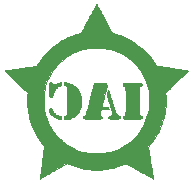
<source format=gbr>
G04 #@! TF.FileFunction,Legend,Bot*
%FSLAX46Y46*%
G04 Gerber Fmt 4.6, Leading zero omitted, Abs format (unit mm)*
G04 Created by KiCad (PCBNEW 4.0.4-stable) date 11/12/16 20:40:28*
%MOMM*%
%LPD*%
G01*
G04 APERTURE LIST*
%ADD10C,0.100000*%
%ADD11C,0.010000*%
G04 APERTURE END LIST*
D10*
D11*
G36*
X129535246Y-101076505D02*
X129524761Y-101094923D01*
X129508030Y-101124867D01*
X129485392Y-101165720D01*
X129457182Y-101216866D01*
X129423739Y-101277688D01*
X129385400Y-101347570D01*
X129342501Y-101425896D01*
X129295381Y-101512048D01*
X129244377Y-101605412D01*
X129189826Y-101705370D01*
X129132065Y-101811305D01*
X129071431Y-101922603D01*
X129008263Y-102038645D01*
X128942897Y-102158817D01*
X128875671Y-102282501D01*
X128868950Y-102294871D01*
X128801526Y-102418949D01*
X128735925Y-102539629D01*
X128672485Y-102656291D01*
X128611542Y-102768314D01*
X128553437Y-102875079D01*
X128498505Y-102975965D01*
X128447086Y-103070353D01*
X128399519Y-103157622D01*
X128356139Y-103237152D01*
X128317287Y-103308324D01*
X128283300Y-103370518D01*
X128254516Y-103423112D01*
X128231273Y-103465488D01*
X128213909Y-103497024D01*
X128202763Y-103517102D01*
X128198172Y-103525101D01*
X128198091Y-103525208D01*
X128188915Y-103529381D01*
X128169202Y-103535597D01*
X128142582Y-103542752D01*
X128131501Y-103545466D01*
X128052548Y-103565485D01*
X127963518Y-103590121D01*
X127867703Y-103618338D01*
X127768394Y-103649100D01*
X127668882Y-103681369D01*
X127572459Y-103714110D01*
X127482415Y-103746287D01*
X127424543Y-103768074D01*
X127158822Y-103878410D01*
X126899232Y-104001714D01*
X126646252Y-104137584D01*
X126400361Y-104285619D01*
X126162038Y-104445418D01*
X125931763Y-104616580D01*
X125710016Y-104798704D01*
X125497275Y-104991387D01*
X125294020Y-105194230D01*
X125100731Y-105406830D01*
X124917886Y-105628787D01*
X124745965Y-105859699D01*
X124585447Y-106099165D01*
X124526613Y-106193845D01*
X124466993Y-106291891D01*
X123140883Y-106497791D01*
X123003715Y-106519088D01*
X122870215Y-106539816D01*
X122741103Y-106559861D01*
X122617105Y-106579112D01*
X122498941Y-106597457D01*
X122387335Y-106614784D01*
X122283011Y-106630979D01*
X122186690Y-106645932D01*
X122099095Y-106659529D01*
X122020950Y-106671659D01*
X121952978Y-106682209D01*
X121895901Y-106691067D01*
X121850441Y-106698121D01*
X121817323Y-106703259D01*
X121797268Y-106706368D01*
X121791186Y-106707309D01*
X121775148Y-106711362D01*
X121767671Y-106716389D01*
X121767600Y-106716860D01*
X121772724Y-106722447D01*
X121787755Y-106737640D01*
X121812181Y-106761941D01*
X121845491Y-106794848D01*
X121887175Y-106835864D01*
X121936721Y-106884486D01*
X121993619Y-106940218D01*
X122057356Y-107002557D01*
X122127422Y-107071006D01*
X122203306Y-107145064D01*
X122284496Y-107224231D01*
X122370482Y-107308009D01*
X122460752Y-107395896D01*
X122554796Y-107487395D01*
X122652102Y-107582004D01*
X122737290Y-107664781D01*
X123706979Y-108606771D01*
X123702495Y-108661200D01*
X123700058Y-108690019D01*
X123696731Y-108728311D01*
X123692952Y-108771094D01*
X123689157Y-108813388D01*
X123689137Y-108813600D01*
X123686598Y-108850822D01*
X123684474Y-108900431D01*
X123682764Y-108960305D01*
X123681466Y-109028324D01*
X123680581Y-109102364D01*
X123680107Y-109180306D01*
X123680044Y-109260027D01*
X123680390Y-109339406D01*
X123681146Y-109416321D01*
X123682309Y-109488651D01*
X123683880Y-109554275D01*
X123685858Y-109611071D01*
X123688242Y-109656917D01*
X123689460Y-109673571D01*
X123717654Y-109949394D01*
X123756038Y-110216204D01*
X123805000Y-110475695D01*
X123864929Y-110729559D01*
X123936213Y-110979490D01*
X124019241Y-111227180D01*
X124087053Y-111406448D01*
X124199163Y-111670260D01*
X124323835Y-111927355D01*
X124461272Y-112178074D01*
X124611681Y-112422762D01*
X124775265Y-112661762D01*
X124952231Y-112895416D01*
X125042899Y-113006868D01*
X125129339Y-113110737D01*
X124931409Y-114478317D01*
X124911304Y-114617413D01*
X124891808Y-114752662D01*
X124873018Y-114883364D01*
X124855033Y-115008819D01*
X124837953Y-115128329D01*
X124821875Y-115241193D01*
X124806898Y-115346711D01*
X124793122Y-115444184D01*
X124780644Y-115532912D01*
X124769563Y-115612195D01*
X124759979Y-115681333D01*
X124751989Y-115739627D01*
X124745692Y-115786376D01*
X124741188Y-115820881D01*
X124738574Y-115842443D01*
X124737949Y-115850361D01*
X124737961Y-115850380D01*
X124744655Y-115847355D01*
X124763373Y-115837572D01*
X124793486Y-115821379D01*
X124834364Y-115799126D01*
X124885377Y-115771162D01*
X124945894Y-115737837D01*
X125015287Y-115699499D01*
X125092925Y-115656497D01*
X125178177Y-115609181D01*
X125270415Y-115557900D01*
X125369007Y-115503004D01*
X125473325Y-115444840D01*
X125582737Y-115383760D01*
X125696615Y-115320111D01*
X125814328Y-115254243D01*
X125898401Y-115207153D01*
X127054359Y-114559445D01*
X127083423Y-114570643D01*
X127100477Y-114577569D01*
X127127556Y-114588978D01*
X127161411Y-114603483D01*
X127198793Y-114619700D01*
X127213102Y-114625959D01*
X127456937Y-114725574D01*
X127709370Y-114814567D01*
X127968624Y-114892465D01*
X128232923Y-114958800D01*
X128500492Y-115013098D01*
X128769554Y-115054891D01*
X128883229Y-115068674D01*
X128964488Y-115077355D01*
X129038557Y-115084437D01*
X129108334Y-115090064D01*
X129176715Y-115094379D01*
X129246597Y-115097527D01*
X129320878Y-115099650D01*
X129402454Y-115100893D01*
X129494223Y-115101399D01*
X129543629Y-115101422D01*
X129637585Y-115101099D01*
X129719966Y-115100209D01*
X129793704Y-115098614D01*
X129861731Y-115096175D01*
X129926981Y-115092755D01*
X129992385Y-115088217D01*
X130060877Y-115082423D01*
X130135389Y-115075234D01*
X130164115Y-115072293D01*
X130408631Y-115041171D01*
X130655828Y-114998478D01*
X130903315Y-114944853D01*
X131148704Y-114880936D01*
X131389605Y-114807365D01*
X131623629Y-114724779D01*
X131848386Y-114633818D01*
X131916443Y-114603731D01*
X131950818Y-114588462D01*
X131955931Y-114586271D01*
X130176153Y-114586271D01*
X130165362Y-114594977D01*
X130146618Y-114597543D01*
X130131448Y-114596224D01*
X130120516Y-114590173D01*
X130109910Y-114576249D01*
X130101033Y-114560940D01*
X130080658Y-114524337D01*
X130015343Y-114529199D01*
X129985874Y-114531647D01*
X129962129Y-114534098D01*
X129947670Y-114536162D01*
X129945116Y-114536874D01*
X129939941Y-114544997D01*
X129933221Y-114561656D01*
X129931498Y-114566801D01*
X129922886Y-114588062D01*
X129913100Y-114604888D01*
X129911701Y-114606614D01*
X129897474Y-114615627D01*
X129879255Y-114618996D01*
X129862970Y-114616452D01*
X129854980Y-114609206D01*
X129855775Y-114599184D01*
X129860445Y-114577906D01*
X129868338Y-114547901D01*
X129869857Y-114542642D01*
X129691307Y-114542642D01*
X129690262Y-114560838D01*
X129689737Y-114563625D01*
X129680610Y-114578240D01*
X129662204Y-114595254D01*
X129638659Y-114611543D01*
X129614118Y-114623984D01*
X129605799Y-114626931D01*
X129569233Y-114632992D01*
X129528658Y-114631929D01*
X129491064Y-114624199D01*
X129476578Y-114618473D01*
X129457210Y-114609661D01*
X129446297Y-114607269D01*
X129439442Y-114610975D01*
X129435829Y-114615467D01*
X129420235Y-114624937D01*
X129405385Y-114625380D01*
X129383972Y-114622943D01*
X129385763Y-114456311D01*
X129386524Y-114399002D01*
X129220686Y-114399002D01*
X129219679Y-114413650D01*
X129215942Y-114428638D01*
X129208402Y-114445813D01*
X129195984Y-114467018D01*
X129177615Y-114494099D01*
X129152221Y-114528901D01*
X129120965Y-114570329D01*
X129103807Y-114592090D01*
X129091236Y-114604587D01*
X129079407Y-114610373D01*
X129064476Y-114611999D01*
X129058101Y-114612057D01*
X129029457Y-114608014D01*
X129015133Y-114598952D01*
X129007736Y-114587718D01*
X128995813Y-114566159D01*
X128980876Y-114537148D01*
X128964439Y-114503556D01*
X128960631Y-114495537D01*
X128942681Y-114456592D01*
X128930668Y-114427857D01*
X128923720Y-114406726D01*
X128920962Y-114390592D01*
X128921330Y-114378269D01*
X128922882Y-114372359D01*
X128758871Y-114372359D01*
X128750212Y-114437398D01*
X128745834Y-114467845D01*
X128741526Y-114493695D01*
X128737989Y-114510891D01*
X128736905Y-114514547D01*
X128727775Y-114524241D01*
X128709497Y-114536092D01*
X128686719Y-114547753D01*
X128664088Y-114556877D01*
X128646255Y-114561116D01*
X128644550Y-114561186D01*
X128632301Y-114560061D01*
X128609078Y-114556946D01*
X128578210Y-114552317D01*
X128543024Y-114546651D01*
X128542950Y-114546638D01*
X128507387Y-114540383D01*
X128475834Y-114534208D01*
X128451755Y-114528832D01*
X128438729Y-114525023D01*
X128426267Y-114514319D01*
X128422797Y-114500267D01*
X128429055Y-114488470D01*
X128433597Y-114485942D01*
X128444616Y-114485478D01*
X128466911Y-114487230D01*
X128497467Y-114490878D01*
X128533269Y-114496100D01*
X128541611Y-114497439D01*
X128580802Y-114503706D01*
X128608406Y-114507591D01*
X128627141Y-114509171D01*
X128639722Y-114508525D01*
X128648867Y-114505732D01*
X128657294Y-114500870D01*
X128657414Y-114500791D01*
X128670628Y-114490874D01*
X128675725Y-114482817D01*
X128671542Y-114475973D01*
X128656916Y-114469695D01*
X128630682Y-114463336D01*
X128591677Y-114456250D01*
X128571306Y-114452917D01*
X128533082Y-114446336D01*
X128499374Y-114439698D01*
X128473086Y-114433638D01*
X128457126Y-114428789D01*
X128454334Y-114427368D01*
X128447434Y-114419150D01*
X128445350Y-114405562D01*
X128447458Y-114382330D01*
X128447605Y-114381250D01*
X128456506Y-114345606D01*
X128473346Y-114320411D01*
X128500608Y-114302666D01*
X128518221Y-114295881D01*
X128539464Y-114289691D01*
X128558333Y-114287072D01*
X128580179Y-114287827D01*
X128610353Y-114291754D01*
X128614013Y-114292310D01*
X128652365Y-114299200D01*
X128680468Y-114307405D01*
X128702574Y-114318845D01*
X128722936Y-114335438D01*
X128733964Y-114346446D01*
X128758871Y-114372359D01*
X128922882Y-114372359D01*
X128927962Y-114353018D01*
X128940576Y-114340507D01*
X128960116Y-114339865D01*
X128962363Y-114340388D01*
X128974967Y-114345757D01*
X128980269Y-114356523D01*
X128981200Y-114372605D01*
X128983911Y-114388892D01*
X128991189Y-114412609D01*
X129001752Y-114440889D01*
X129014320Y-114470871D01*
X129027609Y-114499690D01*
X129040340Y-114524482D01*
X129051229Y-114542383D01*
X129058996Y-114550530D01*
X129060813Y-114550505D01*
X129070797Y-114540623D01*
X129085572Y-114521610D01*
X129103125Y-114496593D01*
X129121444Y-114468699D01*
X129138515Y-114441053D01*
X129152325Y-114416782D01*
X129160862Y-114399013D01*
X129162629Y-114392379D01*
X129168317Y-114371728D01*
X129183527Y-114360829D01*
X129202449Y-114361014D01*
X129213743Y-114365575D01*
X129219101Y-114374693D01*
X129220647Y-114392788D01*
X129220686Y-114399002D01*
X129386524Y-114399002D01*
X129386530Y-114398597D01*
X129387667Y-114353869D01*
X129389521Y-114320597D01*
X129392435Y-114297252D01*
X129396754Y-114282306D01*
X129402822Y-114274228D01*
X129410986Y-114271491D01*
X129421588Y-114272565D01*
X129426901Y-114273797D01*
X129436224Y-114276858D01*
X129441799Y-114282400D01*
X129444587Y-114293638D01*
X129445552Y-114313787D01*
X129445658Y-114336424D01*
X129446335Y-114363349D01*
X129448134Y-114383613D01*
X129450708Y-114393775D01*
X129451528Y-114394343D01*
X129461325Y-114390381D01*
X129471485Y-114383688D01*
X129487996Y-114377339D01*
X129514333Y-114373582D01*
X129546043Y-114372399D01*
X129578674Y-114373773D01*
X129607773Y-114377686D01*
X129628888Y-114384120D01*
X129629261Y-114384306D01*
X129654268Y-114398457D01*
X129670612Y-114413027D01*
X129680520Y-114431786D01*
X129686215Y-114458503D01*
X129689020Y-114485551D01*
X129690879Y-114515974D01*
X129691307Y-114542642D01*
X129869857Y-114542642D01*
X129878800Y-114511701D01*
X129887305Y-114484020D01*
X129901285Y-114439369D01*
X129915431Y-114393818D01*
X129928420Y-114351651D01*
X129938928Y-114317155D01*
X129942419Y-114305529D01*
X129952069Y-114274775D01*
X129959797Y-114255279D01*
X129962285Y-114251538D01*
X128305005Y-114251538D01*
X128304075Y-114264332D01*
X128300315Y-114287900D01*
X128294433Y-114318942D01*
X128287140Y-114354154D01*
X128279145Y-114390236D01*
X128271158Y-114423886D01*
X128263889Y-114451804D01*
X128258048Y-114470686D01*
X128257682Y-114471660D01*
X128247923Y-114479186D01*
X128230095Y-114481295D01*
X128209827Y-114477367D01*
X128208908Y-114477023D01*
X128201508Y-114471470D01*
X128198352Y-114460656D01*
X128199568Y-114442438D01*
X128205289Y-114414672D01*
X128214936Y-114377778D01*
X128232444Y-114314145D01*
X128187840Y-114278054D01*
X128152804Y-114253411D01*
X128121771Y-114238933D01*
X128096376Y-114235217D01*
X128082376Y-114239617D01*
X128075896Y-114248922D01*
X128066385Y-114269137D01*
X128055109Y-114297309D01*
X128043335Y-114330483D01*
X128043037Y-114331376D01*
X128030583Y-114367713D01*
X128021031Y-114392455D01*
X128013182Y-114407931D01*
X128005838Y-114416469D01*
X127997802Y-114420398D01*
X127997154Y-114420568D01*
X127976565Y-114419808D01*
X127962318Y-114408084D01*
X127958006Y-114391640D01*
X127960694Y-114375123D01*
X127967823Y-114349591D01*
X127978122Y-114318415D01*
X127990320Y-114284965D01*
X128003146Y-114252614D01*
X128015328Y-114224731D01*
X128025596Y-114204689D01*
X128031553Y-114196586D01*
X128054840Y-114185654D01*
X128086232Y-114182914D01*
X128122291Y-114187759D01*
X128159577Y-114199584D01*
X128194651Y-114217781D01*
X128208692Y-114227805D01*
X128228324Y-114242939D01*
X128239801Y-114249864D01*
X128246197Y-114249566D01*
X128250587Y-114243028D01*
X128251315Y-114241454D01*
X128260895Y-114230669D01*
X128278313Y-114228700D01*
X128280344Y-114228878D01*
X128296724Y-114232929D01*
X128303677Y-114243659D01*
X128305005Y-114251538D01*
X129962285Y-114251538D01*
X129967162Y-114244209D01*
X129975723Y-114238731D01*
X129979879Y-114237460D01*
X129999459Y-114237575D01*
X130007746Y-114242816D01*
X130015483Y-114254116D01*
X130027853Y-114275690D01*
X130043808Y-114305402D01*
X130062299Y-114341116D01*
X130082281Y-114380695D01*
X130102705Y-114422004D01*
X130122524Y-114462906D01*
X130140690Y-114501265D01*
X130156157Y-114534945D01*
X130167876Y-114561809D01*
X130174801Y-114579723D01*
X130176153Y-114586271D01*
X131955931Y-114586271D01*
X131980768Y-114575628D01*
X132003676Y-114566316D01*
X132016925Y-114561613D01*
X132018784Y-114561257D01*
X132025878Y-114564750D01*
X132044995Y-114574993D01*
X132075503Y-114591634D01*
X132116766Y-114614320D01*
X132168152Y-114642698D01*
X132229026Y-114676417D01*
X132298755Y-114715124D01*
X132376705Y-114758465D01*
X132462242Y-114806088D01*
X132554731Y-114857641D01*
X132653541Y-114912772D01*
X132758036Y-114971127D01*
X132867583Y-115032354D01*
X132981547Y-115096100D01*
X133099296Y-115162014D01*
X133179865Y-115207143D01*
X133299757Y-115274297D01*
X133416263Y-115339521D01*
X133528753Y-115402462D01*
X133636593Y-115462768D01*
X133739153Y-115520087D01*
X133835799Y-115574066D01*
X133925900Y-115624352D01*
X134008823Y-115670595D01*
X134083937Y-115712440D01*
X134150609Y-115749536D01*
X134208207Y-115781531D01*
X134256099Y-115808071D01*
X134293654Y-115828805D01*
X134320238Y-115843380D01*
X134335220Y-115851444D01*
X134338453Y-115853029D01*
X134343983Y-115847384D01*
X134344229Y-115845100D01*
X134343014Y-115837240D01*
X134339449Y-115815786D01*
X134333657Y-115781446D01*
X134325758Y-115734928D01*
X134315874Y-115676941D01*
X134304126Y-115608193D01*
X134290637Y-115529391D01*
X134275527Y-115441245D01*
X134258918Y-115344463D01*
X134240931Y-115239752D01*
X134221688Y-115127822D01*
X134201310Y-115009379D01*
X134179919Y-114885134D01*
X134157636Y-114755793D01*
X134134583Y-114622065D01*
X134115158Y-114509449D01*
X134071195Y-114254625D01*
X131542972Y-114254625D01*
X131541603Y-114264383D01*
X131536222Y-114272914D01*
X131524919Y-114281291D01*
X131505785Y-114290589D01*
X131476910Y-114301885D01*
X131436384Y-114316253D01*
X131428898Y-114318837D01*
X131389482Y-114332341D01*
X131361409Y-114341593D01*
X131342310Y-114347110D01*
X131329820Y-114349408D01*
X131321572Y-114349004D01*
X131315199Y-114346414D01*
X131311844Y-114344376D01*
X131308286Y-114339735D01*
X131092351Y-114339735D01*
X131089784Y-114353678D01*
X131081670Y-114367743D01*
X131066028Y-114386485D01*
X131060194Y-114393008D01*
X131036989Y-114417180D01*
X131015653Y-114434431D01*
X130991957Y-114447104D01*
X130961678Y-114457543D01*
X130928015Y-114466311D01*
X130879700Y-114476464D01*
X130844383Y-114480390D01*
X130821952Y-114478092D01*
X130812589Y-114470450D01*
X130811430Y-114459366D01*
X130818388Y-114449862D01*
X130835098Y-114441023D01*
X130863196Y-114431935D01*
X130896546Y-114423499D01*
X130930598Y-114415037D01*
X130954259Y-114407594D01*
X130971376Y-114399377D01*
X130985796Y-114388596D01*
X130999157Y-114375720D01*
X131016007Y-114357619D01*
X131024336Y-114344441D01*
X131026240Y-114331211D01*
X131024328Y-114315943D01*
X131017788Y-114289645D01*
X131006730Y-114272796D01*
X130987714Y-114262096D01*
X130960741Y-114254954D01*
X130939397Y-114251195D01*
X130920500Y-114250199D01*
X130899499Y-114252295D01*
X130871844Y-114257813D01*
X130849873Y-114262974D01*
X130816002Y-114270663D01*
X130793311Y-114274444D01*
X130779077Y-114274584D01*
X130770580Y-114271349D01*
X130769889Y-114270808D01*
X130759981Y-114256185D01*
X130764010Y-114242486D01*
X130775529Y-114234700D01*
X130799283Y-114226503D01*
X130831462Y-114217829D01*
X130867210Y-114209725D01*
X130901673Y-114203237D01*
X130929995Y-114199414D01*
X130941838Y-114198831D01*
X130966262Y-114201689D01*
X130996199Y-114208605D01*
X131016829Y-114215160D01*
X131042488Y-114225709D01*
X131058553Y-114236344D01*
X131069540Y-114250551D01*
X131074255Y-114259497D01*
X131083962Y-114285739D01*
X131090566Y-114315021D01*
X131091350Y-114321360D01*
X131092351Y-114339735D01*
X131308286Y-114339735D01*
X131303190Y-114333091D01*
X131307579Y-114319945D01*
X131323940Y-114306474D01*
X131345253Y-114296371D01*
X131368076Y-114286286D01*
X131378469Y-114277757D01*
X131378969Y-114270971D01*
X131375000Y-114260199D01*
X131367320Y-114238776D01*
X131357016Y-114209750D01*
X131345174Y-114176170D01*
X131344519Y-114174306D01*
X131331250Y-114136258D01*
X131329650Y-114130765D01*
X127861885Y-114130765D01*
X127860964Y-114143733D01*
X127853514Y-114149917D01*
X127839136Y-114150983D01*
X127820571Y-114147747D01*
X127804534Y-114144738D01*
X127795876Y-114146107D01*
X127795731Y-114146320D01*
X127792436Y-114154880D01*
X127785720Y-114174096D01*
X127776668Y-114200827D01*
X127769438Y-114222576D01*
X127757744Y-114256396D01*
X127748178Y-114279221D01*
X127739097Y-114294072D01*
X127728860Y-114303972D01*
X127723105Y-114307820D01*
X127701292Y-114317767D01*
X127677542Y-114320715D01*
X127648432Y-114316545D01*
X127610537Y-114305140D01*
X127606707Y-114303800D01*
X127563758Y-114284838D01*
X127533233Y-114262900D01*
X127515984Y-114238667D01*
X127513094Y-114229033D01*
X127511762Y-114206618D01*
X127519339Y-114194906D01*
X127536963Y-114192338D01*
X127539759Y-114192566D01*
X127557159Y-114197432D01*
X127569271Y-114210556D01*
X127574554Y-114220666D01*
X127583402Y-114235901D01*
X127595297Y-114246241D01*
X127614560Y-114254693D01*
X127631040Y-114259985D01*
X127657250Y-114266626D01*
X127675252Y-114268533D01*
X127681415Y-114266748D01*
X127686208Y-114257483D01*
X127694189Y-114238266D01*
X127703958Y-114212916D01*
X127714116Y-114185252D01*
X127723266Y-114159093D01*
X127730007Y-114138257D01*
X127732942Y-114126562D01*
X127732972Y-114126012D01*
X127726756Y-114120019D01*
X127711284Y-114112896D01*
X127705758Y-114110997D01*
X127663723Y-114096429D01*
X127634648Y-114083515D01*
X127617179Y-114071481D01*
X127609967Y-114059555D01*
X127609600Y-114055992D01*
X127614015Y-114043579D01*
X127627840Y-114038829D01*
X127651943Y-114041755D01*
X127687194Y-114052372D01*
X127701081Y-114057437D01*
X127725331Y-114065719D01*
X127743624Y-114070370D01*
X127752468Y-114070534D01*
X127752757Y-114070137D01*
X127766595Y-114039242D01*
X127782990Y-114019273D01*
X127800492Y-114011270D01*
X127817650Y-114016273D01*
X127822308Y-114020258D01*
X127828915Y-114029564D01*
X127829605Y-114041690D01*
X127824657Y-114061926D01*
X127824525Y-114062373D01*
X127819385Y-114081651D01*
X127820045Y-114092205D01*
X127828140Y-114099215D01*
X127837699Y-114104096D01*
X127853661Y-114116192D01*
X127861885Y-114130765D01*
X131329650Y-114130765D01*
X131323412Y-114109365D01*
X131322024Y-114090957D01*
X131328103Y-114078364D01*
X131342668Y-114068913D01*
X131366736Y-114059935D01*
X131391104Y-114052076D01*
X131424651Y-114042964D01*
X131446951Y-114041250D01*
X131459338Y-114047090D01*
X131463143Y-114060544D01*
X131458613Y-114072277D01*
X131443470Y-114083328D01*
X131428821Y-114090257D01*
X131408841Y-114099085D01*
X131395226Y-114105596D01*
X131391913Y-114107554D01*
X131393227Y-114114971D01*
X131398782Y-114133066D01*
X131407643Y-114158956D01*
X131416684Y-114183889D01*
X131428892Y-114216289D01*
X131437681Y-114237269D01*
X131444538Y-114249070D01*
X131450948Y-114253931D01*
X131458399Y-114254095D01*
X131462663Y-114253191D01*
X131482051Y-114249281D01*
X131506567Y-114245209D01*
X131512129Y-114244399D01*
X131531498Y-114242440D01*
X131540488Y-114244688D01*
X131542931Y-114252415D01*
X131542972Y-114254625D01*
X134071195Y-114254625D01*
X134038504Y-114065142D01*
X131942088Y-114065142D01*
X131935143Y-114090416D01*
X131915684Y-114115129D01*
X131885621Y-114137125D01*
X131871957Y-114144254D01*
X131827669Y-114163379D01*
X131792729Y-114173875D01*
X131765009Y-114176001D01*
X131742384Y-114170014D01*
X131729008Y-114161587D01*
X131713431Y-114145240D01*
X131711951Y-114130783D01*
X131724554Y-114116700D01*
X131728615Y-114113892D01*
X131742721Y-114106091D01*
X131753931Y-114106493D01*
X131767922Y-114113776D01*
X131786671Y-114121664D01*
X131804417Y-114119757D01*
X131808955Y-114118154D01*
X131845782Y-114102581D01*
X131868352Y-114089272D01*
X131876739Y-114078185D01*
X131876800Y-114077259D01*
X131874030Y-114067249D01*
X131866736Y-114048370D01*
X131856441Y-114024007D01*
X131844672Y-113997541D01*
X131841564Y-113990862D01*
X131376058Y-113990862D01*
X131369811Y-114003445D01*
X131354059Y-114013812D01*
X131333286Y-114020873D01*
X131311974Y-114023536D01*
X131294607Y-114020711D01*
X131286120Y-114012749D01*
X131281081Y-113987344D01*
X131287894Y-113970697D01*
X127428172Y-113970697D01*
X127424843Y-113984356D01*
X127415924Y-114007362D01*
X127403017Y-114036468D01*
X127387725Y-114068430D01*
X127371651Y-114100001D01*
X127356396Y-114127937D01*
X127343563Y-114148991D01*
X127334755Y-114159918D01*
X127334744Y-114159926D01*
X127314604Y-114167491D01*
X127285959Y-114168313D01*
X127253005Y-114162680D01*
X127223136Y-114152329D01*
X127186865Y-114130638D01*
X127154332Y-114100900D01*
X127154222Y-114100775D01*
X127137365Y-114082306D01*
X127126723Y-114073434D01*
X127119305Y-114072535D01*
X127112203Y-114077903D01*
X127100024Y-114087197D01*
X127093348Y-114089543D01*
X127076101Y-114084402D01*
X127062441Y-114072240D01*
X127058058Y-114060327D01*
X127061308Y-114047363D01*
X127070110Y-114025248D01*
X127083044Y-113996745D01*
X127098689Y-113964613D01*
X127115624Y-113931616D01*
X127132428Y-113900515D01*
X127147679Y-113874070D01*
X127159957Y-113855043D01*
X127167842Y-113846197D01*
X127168358Y-113845970D01*
X127186783Y-113846215D01*
X127202485Y-113855917D01*
X127210005Y-113871423D01*
X127210093Y-113873898D01*
X127206731Y-113887219D01*
X127198024Y-113909517D01*
X127185524Y-113937000D01*
X127178269Y-113951633D01*
X127146809Y-114013295D01*
X127183890Y-114056098D01*
X127216482Y-114088667D01*
X127247455Y-114109778D01*
X127275261Y-114118414D01*
X127279111Y-114118571D01*
X127287152Y-114112089D01*
X127300025Y-114093477D01*
X127316944Y-114063988D01*
X127333829Y-114031486D01*
X127353322Y-113993709D01*
X127368169Y-113967749D01*
X127379390Y-113952061D01*
X127388006Y-113945098D01*
X127391349Y-113944400D01*
X127414831Y-113948418D01*
X127426571Y-113960666D01*
X127428172Y-113970697D01*
X131287894Y-113970697D01*
X131288450Y-113969340D01*
X131304569Y-113959624D01*
X131335999Y-113952750D01*
X131358850Y-113956652D01*
X131372397Y-113971013D01*
X131376058Y-113990862D01*
X131841564Y-113990862D01*
X131832951Y-113972355D01*
X131822803Y-113951834D01*
X131815753Y-113939359D01*
X131813664Y-113937143D01*
X131806045Y-113939783D01*
X131788572Y-113946772D01*
X131764719Y-113956712D01*
X131759529Y-113958914D01*
X131722567Y-113973147D01*
X131696362Y-113979528D01*
X131679560Y-113978210D01*
X131670808Y-113969344D01*
X131670623Y-113968880D01*
X131669225Y-113957614D01*
X131675673Y-113947304D01*
X131691810Y-113936396D01*
X131719480Y-113923334D01*
X131729820Y-113918965D01*
X131754789Y-113908167D01*
X131774611Y-113898827D01*
X131785292Y-113892834D01*
X131785651Y-113892540D01*
X131787436Y-113881945D01*
X131781242Y-113862990D01*
X131780208Y-113860769D01*
X131770993Y-113839545D01*
X131769223Y-113826528D01*
X131775329Y-113817220D01*
X131785064Y-113810145D01*
X131803449Y-113802623D01*
X131818584Y-113807603D01*
X131832207Y-113825934D01*
X131836849Y-113835459D01*
X131845728Y-113852871D01*
X131853566Y-113859421D01*
X131864306Y-113857880D01*
X131867259Y-113856803D01*
X131893187Y-113850509D01*
X131911147Y-113853768D01*
X131918153Y-113862073D01*
X131916196Y-113874825D01*
X131904772Y-113889077D01*
X131887706Y-113900503D01*
X131882276Y-113902660D01*
X131880677Y-113910109D01*
X131886322Y-113929206D01*
X131899317Y-113960266D01*
X131907773Y-113978617D01*
X131921721Y-114009447D01*
X131932938Y-114036483D01*
X131940122Y-114056437D01*
X131942088Y-114065142D01*
X134038504Y-114065142D01*
X133989751Y-113782561D01*
X132406572Y-113782561D01*
X132402568Y-113801355D01*
X132392151Y-113827069D01*
X132377718Y-113855088D01*
X132361663Y-113880794D01*
X132346380Y-113899572D01*
X132345367Y-113900539D01*
X132328578Y-113913514D01*
X132303900Y-113929386D01*
X132274758Y-113946313D01*
X132244579Y-113962451D01*
X132216787Y-113975959D01*
X132194808Y-113984993D01*
X132183187Y-113987779D01*
X132168464Y-113983637D01*
X132162418Y-113976965D01*
X132161354Y-113966981D01*
X132167147Y-113956608D01*
X132181442Y-113944395D01*
X132205888Y-113928888D01*
X132236362Y-113911769D01*
X132272849Y-113890536D01*
X132298661Y-113871679D01*
X132316712Y-113852476D01*
X132329917Y-113830207D01*
X132334281Y-113820350D01*
X132339382Y-113804641D01*
X132338544Y-113791012D01*
X132330973Y-113773195D01*
X132327423Y-113766385D01*
X132316794Y-113748278D01*
X132306156Y-113738363D01*
X132290250Y-113733258D01*
X132271695Y-113730551D01*
X132239133Y-113729016D01*
X132215648Y-113734242D01*
X132212428Y-113735749D01*
X132196415Y-113743956D01*
X132172293Y-113756419D01*
X132144820Y-113770679D01*
X132140101Y-113773135D01*
X132106361Y-113789190D01*
X132082952Y-113796487D01*
X132068694Y-113795107D01*
X132062406Y-113785132D01*
X132061858Y-113778545D01*
X132063760Y-113770863D01*
X127014515Y-113770863D01*
X127011078Y-113780550D01*
X127001782Y-113799987D01*
X126988145Y-113826427D01*
X126971685Y-113857122D01*
X126953922Y-113889323D01*
X126936375Y-113920283D01*
X126920563Y-113947254D01*
X126908004Y-113967487D01*
X126900218Y-113978234D01*
X126899540Y-113978871D01*
X126888313Y-113986439D01*
X126878625Y-113985901D01*
X126864029Y-113976855D01*
X126863730Y-113976646D01*
X126851680Y-113964895D01*
X126847600Y-113955524D01*
X126851007Y-113945001D01*
X126860073Y-113925597D01*
X126873069Y-113900924D01*
X126877815Y-113892435D01*
X126891633Y-113867224D01*
X126902078Y-113846543D01*
X126907453Y-113833813D01*
X126907825Y-113831914D01*
X126904284Y-113822630D01*
X126895053Y-113804367D01*
X126881913Y-113780589D01*
X126877622Y-113773150D01*
X126859559Y-113744333D01*
X126844000Y-113725500D01*
X126827832Y-113713251D01*
X126818466Y-113708495D01*
X126799997Y-113700720D01*
X126788958Y-113699342D01*
X126779600Y-113704677D01*
X126772630Y-113711016D01*
X126751998Y-113724570D01*
X126733403Y-113724002D01*
X126721119Y-113715282D01*
X126711774Y-113703004D01*
X126712054Y-113691379D01*
X126722762Y-113676550D01*
X126730928Y-113668070D01*
X126755371Y-113651445D01*
X126784165Y-113646982D01*
X126818629Y-113654678D01*
X126847600Y-113667696D01*
X126884145Y-113692391D01*
X126911044Y-113723768D01*
X126924187Y-113744014D01*
X126933701Y-113759714D01*
X126936898Y-113765977D01*
X126942832Y-113766415D01*
X126954109Y-113758046D01*
X126955097Y-113757075D01*
X126967944Y-113745879D01*
X126976597Y-113741200D01*
X126976614Y-113741200D01*
X126987795Y-113745473D01*
X127001617Y-113755214D01*
X127012184Y-113765810D01*
X127014515Y-113770863D01*
X132063760Y-113770863D01*
X132064026Y-113769792D01*
X132071880Y-113760417D01*
X132087440Y-113748820D01*
X132112727Y-113733401D01*
X132134429Y-113721078D01*
X132169057Y-113702330D01*
X132195281Y-113689987D01*
X132216920Y-113682620D01*
X132237790Y-113678805D01*
X132250543Y-113677689D01*
X132291783Y-113676697D01*
X132322468Y-113680740D01*
X132346071Y-113691135D01*
X132366068Y-113709195D01*
X132379308Y-113726425D01*
X132393549Y-113749346D01*
X132403415Y-113770074D01*
X132406572Y-113782561D01*
X133989751Y-113782561D01*
X133952877Y-113568838D01*
X132824678Y-113568838D01*
X132814485Y-113591765D01*
X132793833Y-113617195D01*
X132765879Y-113642614D01*
X132733783Y-113665507D01*
X132700705Y-113683360D01*
X132669802Y-113693658D01*
X132667263Y-113694124D01*
X132647540Y-113699486D01*
X132639431Y-113707845D01*
X132638800Y-113712398D01*
X132633259Y-113726416D01*
X132622671Y-113737160D01*
X132608424Y-113746166D01*
X132599363Y-113747406D01*
X132590588Y-113742903D01*
X132583876Y-113734932D01*
X132571516Y-113717001D01*
X132555199Y-113691669D01*
X132536617Y-113661499D01*
X132534356Y-113657743D01*
X132510978Y-113617251D01*
X132495720Y-113586103D01*
X132488128Y-113561934D01*
X132487743Y-113542381D01*
X132494109Y-113525079D01*
X132505605Y-113509033D01*
X132519801Y-113495165D01*
X132541359Y-113477477D01*
X132566917Y-113458346D01*
X132593113Y-113440152D01*
X132616586Y-113425273D01*
X132633973Y-113416089D01*
X132639403Y-113414365D01*
X132658853Y-113415015D01*
X132667129Y-113422962D01*
X132664465Y-113436528D01*
X132651094Y-113454036D01*
X132631543Y-113470721D01*
X132595654Y-113497815D01*
X132568445Y-113519681D01*
X132551019Y-113535389D01*
X132544480Y-113544006D01*
X132544458Y-113544280D01*
X132548316Y-113553860D01*
X132554447Y-113563401D01*
X132559315Y-113568687D01*
X132565506Y-113570342D01*
X132575293Y-113567428D01*
X132590946Y-113559008D01*
X132614739Y-113544144D01*
X132638504Y-113528719D01*
X132669605Y-113509323D01*
X132698641Y-113492828D01*
X132722247Y-113481046D01*
X132736491Y-113475888D01*
X132766074Y-113476975D01*
X132792349Y-113489735D01*
X132812633Y-113511340D01*
X132824242Y-113538964D01*
X132824678Y-113568838D01*
X133952877Y-113568838D01*
X133903293Y-113281443D01*
X133203441Y-113281443D01*
X133198927Y-113294182D01*
X133183745Y-113313681D01*
X133159266Y-113338595D01*
X133126862Y-113367577D01*
X133087904Y-113399279D01*
X133067642Y-113414794D01*
X133039676Y-113433453D01*
X133020030Y-113440864D01*
X133007988Y-113437140D01*
X133003120Y-113424789D01*
X133007814Y-113408447D01*
X133025974Y-113387198D01*
X133030461Y-113383038D01*
X133059970Y-113356379D01*
X132965500Y-113243414D01*
X132936830Y-113208671D01*
X132911660Y-113177289D01*
X132891398Y-113151094D01*
X132877450Y-113131914D01*
X132871224Y-113121579D01*
X132871029Y-113120720D01*
X132876404Y-113110694D01*
X132890376Y-113095095D01*
X132909715Y-113076762D01*
X132931190Y-113058534D01*
X132951572Y-113043251D01*
X132967629Y-113033753D01*
X132971580Y-113032333D01*
X132988906Y-113033731D01*
X132999957Y-113045065D01*
X133001547Y-113052750D01*
X132996808Y-113059900D01*
X132984440Y-113073618D01*
X132971675Y-113086459D01*
X132941693Y-113115560D01*
X133111697Y-113312790D01*
X133145153Y-113287245D01*
X133171297Y-113270106D01*
X133189548Y-113264827D01*
X133200320Y-113271365D01*
X133203441Y-113281443D01*
X133903293Y-113281443D01*
X133886088Y-113181726D01*
X133915853Y-113147591D01*
X134076120Y-112957749D01*
X134107906Y-112917323D01*
X133560458Y-112917323D01*
X133557493Y-112941258D01*
X133550191Y-112962076D01*
X133548516Y-112964885D01*
X133528358Y-112990927D01*
X133502465Y-113018516D01*
X133474595Y-113044142D01*
X133448509Y-113064294D01*
X133431643Y-113074031D01*
X133411301Y-113084941D01*
X133402166Y-113096052D01*
X133400800Y-113104491D01*
X133397271Y-113121625D01*
X133392092Y-113130149D01*
X133380979Y-113137894D01*
X133368617Y-113138438D01*
X133353426Y-113130786D01*
X133333823Y-113113945D01*
X133308228Y-113086923D01*
X133289699Y-113065827D01*
X133263845Y-113035526D01*
X133246179Y-113013480D01*
X133235163Y-112997164D01*
X133229264Y-112984058D01*
X133226945Y-112971637D01*
X133226629Y-112962214D01*
X133227816Y-112943898D01*
X133232452Y-112927352D01*
X133242147Y-112909978D01*
X133258511Y-112889179D01*
X133283157Y-112862358D01*
X133298230Y-112846757D01*
X133326168Y-112820038D01*
X133347850Y-112803427D01*
X133362078Y-112797771D01*
X133378295Y-112800602D01*
X133384145Y-112809517D01*
X133379372Y-112825147D01*
X133363719Y-112848127D01*
X133336929Y-112879088D01*
X133323233Y-112893645D01*
X133301201Y-112917278D01*
X133288124Y-112933381D01*
X133282462Y-112944452D01*
X133282675Y-112952986D01*
X133284318Y-112956741D01*
X133292957Y-112969836D01*
X133297981Y-112974818D01*
X133305312Y-112971601D01*
X133320006Y-112959911D01*
X133339516Y-112941877D01*
X133350556Y-112930865D01*
X133386427Y-112895485D01*
X133415371Y-112870195D01*
X133439392Y-112853644D01*
X133460492Y-112844480D01*
X133480675Y-112841349D01*
X133483187Y-112841314D01*
X133514242Y-112847826D01*
X133539391Y-112865445D01*
X133555711Y-112891294D01*
X133560458Y-112917323D01*
X134107906Y-112917323D01*
X134223827Y-112769893D01*
X134333622Y-112618772D01*
X133965355Y-112618772D01*
X133960402Y-112635951D01*
X133945826Y-112660786D01*
X133921261Y-112694305D01*
X133911006Y-112707314D01*
X133883646Y-112740502D01*
X133861836Y-112764061D01*
X133843024Y-112780405D01*
X133824658Y-112791946D01*
X133818086Y-112795194D01*
X133796374Y-112804842D01*
X133778227Y-112810636D01*
X133761568Y-112811743D01*
X133744319Y-112807332D01*
X133724400Y-112796572D01*
X133699735Y-112778632D01*
X133668244Y-112752680D01*
X133630451Y-112720141D01*
X133597478Y-112690974D01*
X133568670Y-112664383D01*
X133545724Y-112642026D01*
X133530338Y-112625564D01*
X133524211Y-112616654D01*
X133524172Y-112616300D01*
X133530020Y-112595981D01*
X133544947Y-112583403D01*
X133562952Y-112581616D01*
X133577225Y-112582271D01*
X133582046Y-112575136D01*
X133582229Y-112571560D01*
X133587964Y-112543843D01*
X133603329Y-112512288D01*
X133625564Y-112480615D01*
X133651906Y-112452546D01*
X133679596Y-112431800D01*
X133689733Y-112426682D01*
X133721185Y-112415705D01*
X133747334Y-112413730D01*
X133772458Y-112421503D01*
X133800834Y-112439772D01*
X133811189Y-112447866D01*
X133836723Y-112470512D01*
X133851732Y-112491038D01*
X133857949Y-112514012D01*
X133857106Y-112544003D01*
X133854668Y-112562469D01*
X133845909Y-112588172D01*
X133828477Y-112617761D01*
X133805528Y-112647392D01*
X133780217Y-112673222D01*
X133755699Y-112691408D01*
X133744678Y-112696447D01*
X133717605Y-112705382D01*
X133742446Y-112725982D01*
X133770595Y-112743006D01*
X133797143Y-112745803D01*
X133814169Y-112739869D01*
X133823843Y-112731541D01*
X133840027Y-112714331D01*
X133860364Y-112690851D01*
X133879952Y-112666917D01*
X133904644Y-112636865D01*
X133922749Y-112617239D01*
X133935901Y-112606508D01*
X133945737Y-112603138D01*
X133947847Y-112603262D01*
X133961049Y-112608219D01*
X133965355Y-112618772D01*
X134333622Y-112618772D01*
X134360356Y-112581977D01*
X134487089Y-112391952D01*
X134605410Y-112197772D01*
X134655480Y-112107618D01*
X134197422Y-112107618D01*
X134196656Y-112122845D01*
X134194953Y-112128143D01*
X134186295Y-112143420D01*
X134173071Y-112149570D01*
X134153623Y-112146427D01*
X134126290Y-112133822D01*
X134100513Y-112118618D01*
X134045510Y-112084336D01*
X133994359Y-112109039D01*
X133957546Y-112130074D01*
X133929109Y-112152883D01*
X133910170Y-112175885D01*
X133901851Y-112197501D01*
X133905273Y-112216151D01*
X133912429Y-112224457D01*
X133922451Y-112240329D01*
X133919313Y-112261093D01*
X133915802Y-112268477D01*
X133902580Y-112280292D01*
X133884056Y-112280694D01*
X133863752Y-112269793D01*
X133860283Y-112266735D01*
X133846783Y-112244847D01*
X133844118Y-112216911D01*
X133851251Y-112185233D01*
X133867148Y-112152116D01*
X133890771Y-112119866D01*
X133921087Y-112090787D01*
X133947578Y-112072455D01*
X133969712Y-112058797D01*
X133980790Y-112049836D01*
X133982643Y-112043590D01*
X133978420Y-112038998D01*
X133967903Y-112023938D01*
X133967324Y-112005515D01*
X133975145Y-111988765D01*
X133989827Y-111978724D01*
X133997142Y-111977714D01*
X134007567Y-111981478D01*
X134027260Y-111991636D01*
X134053440Y-112006484D01*
X134083327Y-112024319D01*
X134114143Y-112043438D01*
X134143106Y-112062138D01*
X134167439Y-112078717D01*
X134184360Y-112091472D01*
X134187842Y-112094549D01*
X134197422Y-112107618D01*
X134655480Y-112107618D01*
X134716700Y-111997388D01*
X134793764Y-111847086D01*
X134861741Y-111701730D01*
X134422547Y-111701730D01*
X134420238Y-111715998D01*
X134414572Y-111732737D01*
X134404655Y-111754847D01*
X134389593Y-111785227D01*
X134377518Y-111809019D01*
X134359145Y-111844435D01*
X134341755Y-111876662D01*
X134326991Y-111902749D01*
X134316493Y-111919744D01*
X134314267Y-111922824D01*
X134298616Y-111936588D01*
X134284496Y-111938755D01*
X134274953Y-111929371D01*
X134273069Y-111922177D01*
X134275600Y-111909991D01*
X134284199Y-111888089D01*
X134297630Y-111859299D01*
X134314659Y-111826448D01*
X134315839Y-111824280D01*
X134335465Y-111787382D01*
X134348670Y-111759762D01*
X134356642Y-111738338D01*
X134360570Y-111720029D01*
X134361599Y-111705571D01*
X134360773Y-111682127D01*
X134356675Y-111670940D01*
X134352516Y-111669286D01*
X134345911Y-111675384D01*
X134334074Y-111692223D01*
X134318378Y-111717623D01*
X134300196Y-111749401D01*
X134288525Y-111770886D01*
X134269323Y-111806399D01*
X134251790Y-111837853D01*
X134237343Y-111862780D01*
X134227401Y-111878710D01*
X134224308Y-111882800D01*
X134216094Y-111888449D01*
X134205156Y-111887876D01*
X134186724Y-111880707D01*
X134184429Y-111879678D01*
X134151004Y-111859904D01*
X134130248Y-111835296D01*
X134120513Y-111803397D01*
X134119258Y-111782502D01*
X134124030Y-111745902D01*
X134136951Y-111704551D01*
X134155925Y-111662761D01*
X134178856Y-111624846D01*
X134203650Y-111595116D01*
X134215008Y-111585447D01*
X134241715Y-111566871D01*
X134262147Y-111556752D01*
X134280939Y-111554698D01*
X134302724Y-111560315D01*
X134332135Y-111573211D01*
X134336279Y-111575174D01*
X134369715Y-111591572D01*
X134392261Y-111604865D01*
X134406334Y-111617740D01*
X134414351Y-111632885D01*
X134418731Y-111652990D01*
X134420667Y-111669007D01*
X134422392Y-111687033D01*
X134422547Y-111701730D01*
X134861741Y-111701730D01*
X134914999Y-111587849D01*
X135022365Y-111326686D01*
X135048122Y-111254156D01*
X134619912Y-111254156D01*
X134616307Y-111278252D01*
X134606859Y-111310017D01*
X134593459Y-111344837D01*
X134577996Y-111378097D01*
X134562359Y-111405183D01*
X134553190Y-111417087D01*
X134526939Y-111438811D01*
X134501854Y-111446327D01*
X134486337Y-111443538D01*
X134477550Y-111433293D01*
X134475155Y-111415314D01*
X134479618Y-111395114D01*
X134481857Y-111390367D01*
X134493739Y-111379438D01*
X134509909Y-111373078D01*
X134522100Y-111368739D01*
X134531998Y-111359296D01*
X134542091Y-111341610D01*
X134551447Y-111320667D01*
X134562445Y-111292387D01*
X134566859Y-111273846D01*
X134565306Y-111262182D01*
X134564384Y-111260501D01*
X134555300Y-111253105D01*
X134537027Y-111242567D01*
X134512987Y-111230438D01*
X134486600Y-111218266D01*
X134461289Y-111207602D01*
X134440477Y-111199996D01*
X134427583Y-111196998D01*
X134425328Y-111197510D01*
X134420847Y-111205679D01*
X134412503Y-111223817D01*
X134401883Y-111248440D01*
X134398734Y-111255983D01*
X134380178Y-111296773D01*
X134364123Y-111323497D01*
X134350426Y-111336362D01*
X134342067Y-111337201D01*
X134333129Y-111327075D01*
X134332504Y-111305717D01*
X134340119Y-111273744D01*
X134354004Y-111236289D01*
X134379139Y-111175800D01*
X134347170Y-111159332D01*
X134323846Y-111143021D01*
X134314748Y-111125043D01*
X134319615Y-111104660D01*
X134324952Y-111096296D01*
X134330582Y-111089629D01*
X134337404Y-111086550D01*
X134348865Y-111087070D01*
X134368412Y-111091201D01*
X134389799Y-111096511D01*
X134401852Y-111096888D01*
X134411132Y-111088619D01*
X134418944Y-111074250D01*
X134429618Y-111056491D01*
X134440716Y-111050010D01*
X134447759Y-111050125D01*
X134459825Y-111057037D01*
X134463527Y-111073834D01*
X134459045Y-111101557D01*
X134457641Y-111106857D01*
X134456205Y-111115028D01*
X134458506Y-111121755D01*
X134466699Y-111128544D01*
X134482939Y-111136902D01*
X134509382Y-111148337D01*
X134527994Y-111156046D01*
X134565348Y-111172227D01*
X134591049Y-111186113D01*
X134607219Y-111199973D01*
X134615986Y-111216073D01*
X134619472Y-111236683D01*
X134619912Y-111254156D01*
X135048122Y-111254156D01*
X135116097Y-111062746D01*
X135196432Y-110795176D01*
X135241896Y-110611040D01*
X134835362Y-110611040D01*
X134830675Y-110634595D01*
X134830236Y-110635678D01*
X134824384Y-110647059D01*
X134816552Y-110653728D01*
X134804235Y-110655744D01*
X134784927Y-110653167D01*
X134756120Y-110646056D01*
X134727872Y-110638099D01*
X134699362Y-110630198D01*
X134676709Y-110624491D01*
X134663068Y-110621742D01*
X134660549Y-110621770D01*
X134624790Y-110669686D01*
X134598575Y-110708765D01*
X134581165Y-110740415D01*
X134571823Y-110766042D01*
X134569809Y-110787053D01*
X134570608Y-110793122D01*
X134578553Y-110801732D01*
X134598452Y-110813267D01*
X134628322Y-110826609D01*
X134634535Y-110829089D01*
X134676583Y-110845655D01*
X134707014Y-110858022D01*
X134727705Y-110867332D01*
X134740533Y-110874727D01*
X134747378Y-110881349D01*
X134750118Y-110888339D01*
X134750629Y-110896840D01*
X134750629Y-110899679D01*
X134745994Y-110923960D01*
X134732586Y-110937436D01*
X134719712Y-110939943D01*
X134707946Y-110937309D01*
X134685976Y-110930142D01*
X134656972Y-110919546D01*
X134625006Y-110906989D01*
X134592065Y-110892823D01*
X134563255Y-110878961D01*
X134541779Y-110867039D01*
X134531100Y-110859014D01*
X134520828Y-110836632D01*
X134518223Y-110805397D01*
X134522636Y-110768349D01*
X134533417Y-110728531D01*
X134549917Y-110688984D01*
X134571486Y-110652749D01*
X134576631Y-110645804D01*
X134607191Y-110606193D01*
X134591269Y-110593300D01*
X134579841Y-110579311D01*
X134580024Y-110561796D01*
X134580243Y-110560901D01*
X134584878Y-110545953D01*
X134591413Y-110536091D01*
X134602004Y-110531147D01*
X134618808Y-110530948D01*
X134643983Y-110535326D01*
X134679686Y-110544110D01*
X134705516Y-110551007D01*
X134742352Y-110560980D01*
X134774855Y-110569812D01*
X134800106Y-110576708D01*
X134815190Y-110580873D01*
X134817386Y-110581498D01*
X134830623Y-110592035D01*
X134835362Y-110611040D01*
X135241896Y-110611040D01*
X135263603Y-110523126D01*
X135317848Y-110245742D01*
X135350859Y-110020465D01*
X134960037Y-110020465D01*
X134958313Y-110044371D01*
X134954636Y-110070359D01*
X134948880Y-110104655D01*
X134941552Y-110144813D01*
X134933156Y-110188383D01*
X134924196Y-110232917D01*
X134915178Y-110275967D01*
X134906606Y-110315085D01*
X134898986Y-110347822D01*
X134892822Y-110371730D01*
X134888619Y-110384360D01*
X134887988Y-110385406D01*
X134873863Y-110394582D01*
X134859454Y-110393302D01*
X134850386Y-110382118D01*
X134850272Y-110381699D01*
X134850076Y-110368694D01*
X134852605Y-110345530D01*
X134857362Y-110316200D01*
X134860369Y-110300719D01*
X134866119Y-110271667D01*
X134870270Y-110248697D01*
X134872271Y-110234976D01*
X134872244Y-110232511D01*
X134864793Y-110230685D01*
X134845829Y-110226577D01*
X134818075Y-110220740D01*
X134784251Y-110213730D01*
X134747079Y-110206102D01*
X134709281Y-110198411D01*
X134673578Y-110191212D01*
X134642691Y-110185061D01*
X134619343Y-110180513D01*
X134606254Y-110178122D01*
X134604494Y-110177895D01*
X134600987Y-110184471D01*
X134596167Y-110201702D01*
X134591053Y-110225915D01*
X134590865Y-110226929D01*
X134581192Y-110270830D01*
X134570781Y-110301786D01*
X134559868Y-110319223D01*
X134551683Y-110323086D01*
X134537183Y-110317024D01*
X134530657Y-110298847D01*
X134532109Y-110268572D01*
X134536563Y-110245665D01*
X134541793Y-110221479D01*
X134548793Y-110186777D01*
X134556826Y-110145337D01*
X134565152Y-110100940D01*
X134569533Y-110076945D01*
X134579072Y-110026712D01*
X134587415Y-109989409D01*
X134595144Y-109963562D01*
X134602838Y-109947696D01*
X134611078Y-109940336D01*
X134620443Y-109940007D01*
X134623066Y-109940866D01*
X134631464Y-109951259D01*
X134634303Y-109974096D01*
X134631594Y-110009732D01*
X134626010Y-110044625D01*
X134622318Y-110069057D01*
X134621033Y-110087501D01*
X134622268Y-110095544D01*
X134630615Y-110098353D01*
X134650878Y-110103236D01*
X134680692Y-110109680D01*
X134717691Y-110117173D01*
X134755616Y-110124471D01*
X134806238Y-110133638D01*
X134843836Y-110139615D01*
X134869515Y-110142533D01*
X134884380Y-110142525D01*
X134889267Y-110140439D01*
X134892719Y-110129746D01*
X134897317Y-110108765D01*
X134902188Y-110081584D01*
X134903253Y-110074903D01*
X134909189Y-110044991D01*
X134916564Y-110019487D01*
X134923986Y-110003088D01*
X134924912Y-110001831D01*
X134935322Y-109991383D01*
X134944010Y-109991968D01*
X134950184Y-109996500D01*
X134957592Y-110005947D01*
X134960037Y-110020465D01*
X135350859Y-110020465D01*
X135359401Y-109962174D01*
X135385708Y-109706229D01*
X135394382Y-109576342D01*
X135399882Y-109436441D01*
X135401842Y-109314978D01*
X134023513Y-109314978D01*
X134019653Y-109468944D01*
X134010774Y-109616813D01*
X133996595Y-109762445D01*
X133976833Y-109909698D01*
X133959319Y-110016999D01*
X133908964Y-110264194D01*
X133845007Y-110506907D01*
X133767798Y-110744657D01*
X133677686Y-110976961D01*
X133575022Y-111203336D01*
X133460155Y-111423300D01*
X133333437Y-111636371D01*
X133195216Y-111842066D01*
X133045843Y-112039903D01*
X132885669Y-112229399D01*
X132715042Y-112410072D01*
X132534314Y-112581440D01*
X132343834Y-112743020D01*
X132143952Y-112894329D01*
X131935018Y-113034885D01*
X131717383Y-113164207D01*
X131648200Y-113201941D01*
X131420884Y-113315208D01*
X131188317Y-113415048D01*
X130951014Y-113501306D01*
X130709485Y-113573830D01*
X130464245Y-113632466D01*
X130215806Y-113677060D01*
X129964680Y-113707459D01*
X129957286Y-113708135D01*
X129909697Y-113712422D01*
X129869604Y-113715906D01*
X129834774Y-113718657D01*
X129802973Y-113720746D01*
X129771967Y-113722240D01*
X129739521Y-113723211D01*
X129703401Y-113723728D01*
X129661374Y-113723860D01*
X129611205Y-113723678D01*
X129550660Y-113723251D01*
X129489200Y-113722746D01*
X129406589Y-113721849D01*
X129336033Y-113720577D01*
X129275077Y-113718827D01*
X129221266Y-113716494D01*
X129172144Y-113713472D01*
X129125255Y-113709659D01*
X129082800Y-113705449D01*
X128825042Y-113670960D01*
X128572796Y-113623048D01*
X128368657Y-113572295D01*
X126586343Y-113572295D01*
X126582469Y-113583647D01*
X126572048Y-113603588D01*
X126556886Y-113628834D01*
X126546302Y-113645107D01*
X126506261Y-113704914D01*
X126453774Y-113704690D01*
X126401286Y-113704466D01*
X126315973Y-113644819D01*
X126277113Y-113616862D01*
X126249736Y-113595089D01*
X126232795Y-113578361D01*
X126225241Y-113565540D01*
X126226026Y-113555485D01*
X126229491Y-113550864D01*
X126238569Y-113546428D01*
X126252198Y-113548272D01*
X126271963Y-113557131D01*
X126299452Y-113573739D01*
X126336248Y-113598831D01*
X126342415Y-113603192D01*
X126379617Y-113628430D01*
X126408125Y-113644688D01*
X126430017Y-113652715D01*
X126447369Y-113653259D01*
X126462260Y-113647068D01*
X126462972Y-113646599D01*
X126467302Y-113643179D01*
X126468597Y-113639328D01*
X126465478Y-113633828D01*
X126456565Y-113625462D01*
X126440480Y-113613011D01*
X126415843Y-113595258D01*
X126381274Y-113570986D01*
X126362392Y-113557808D01*
X126330479Y-113534696D01*
X126305150Y-113514653D01*
X126288239Y-113499225D01*
X126281579Y-113489959D01*
X126281543Y-113489550D01*
X126285979Y-113476318D01*
X126297158Y-113457207D01*
X126311887Y-113436919D01*
X126326974Y-113420157D01*
X126331185Y-113416443D01*
X126344325Y-113411504D01*
X126366728Y-113408226D01*
X126386772Y-113407371D01*
X126413929Y-113408584D01*
X126435655Y-113413535D01*
X126458603Y-113424196D01*
X126474285Y-113433282D01*
X126499138Y-113449032D01*
X126521214Y-113464421D01*
X126534447Y-113475011D01*
X126548549Y-113491895D01*
X126563375Y-113515383D01*
X126576281Y-113540515D01*
X126584623Y-113562333D01*
X126586343Y-113572295D01*
X128368657Y-113572295D01*
X128326005Y-113561691D01*
X128084612Y-113486870D01*
X127848559Y-113398562D01*
X127617790Y-113296748D01*
X127392246Y-113181407D01*
X127171872Y-113052519D01*
X127046434Y-112971571D01*
X126844756Y-112828422D01*
X125886359Y-112828422D01*
X125883855Y-112856020D01*
X125878940Y-112889652D01*
X125872357Y-112925345D01*
X125864850Y-112959125D01*
X125857162Y-112987019D01*
X125850034Y-113005053D01*
X125849112Y-113006582D01*
X125840212Y-113017761D01*
X125828422Y-113026525D01*
X125811048Y-113033954D01*
X125785401Y-113041129D01*
X125748789Y-113049128D01*
X125737258Y-113051454D01*
X125694151Y-113058864D01*
X125661637Y-113061257D01*
X125636625Y-113058463D01*
X125616029Y-113050315D01*
X125606629Y-113044329D01*
X125593958Y-113033708D01*
X125574408Y-113015461D01*
X125551061Y-112992521D01*
X125535338Y-112976511D01*
X125509460Y-112948699D01*
X125493302Y-112928464D01*
X125485548Y-112913955D01*
X125484538Y-112905037D01*
X125489706Y-112890432D01*
X125500137Y-112886267D01*
X125516616Y-112892873D01*
X125539926Y-112910581D01*
X125570852Y-112939720D01*
X125573802Y-112942679D01*
X125600890Y-112968643D01*
X125623717Y-112987963D01*
X125640248Y-112999005D01*
X125646373Y-113000977D01*
X125669487Y-112999095D01*
X125698505Y-112994121D01*
X125729365Y-112987085D01*
X125758006Y-112979017D01*
X125780369Y-112970947D01*
X125792349Y-112963954D01*
X125799023Y-112951208D01*
X125806906Y-112928089D01*
X125814752Y-112898526D01*
X125818473Y-112881567D01*
X125832497Y-112812551D01*
X125777620Y-112750870D01*
X125755842Y-112726131D01*
X125738155Y-112705539D01*
X125726492Y-112691380D01*
X125722743Y-112686017D01*
X125728866Y-112669213D01*
X125743880Y-112660284D01*
X125748241Y-112659886D01*
X125760397Y-112665312D01*
X125778742Y-112679855D01*
X125800906Y-112700911D01*
X125824518Y-112725876D01*
X125847205Y-112752147D01*
X125866598Y-112777120D01*
X125880324Y-112798190D01*
X125885710Y-112810832D01*
X125886359Y-112828422D01*
X126844756Y-112828422D01*
X126839946Y-112825008D01*
X126642890Y-112667716D01*
X126583501Y-112614596D01*
X125514730Y-112614596D01*
X125512263Y-112635681D01*
X125502855Y-112654815D01*
X125484839Y-112675364D01*
X125456549Y-112700696D01*
X125455964Y-112701192D01*
X125425690Y-112724464D01*
X125400403Y-112736905D01*
X125376171Y-112739138D01*
X125349060Y-112731781D01*
X125326840Y-112721550D01*
X125300541Y-112703517D01*
X125271941Y-112676445D01*
X125244676Y-112644541D01*
X125222381Y-112612010D01*
X125209710Y-112586061D01*
X125203443Y-112560228D01*
X125200985Y-112531698D01*
X125202356Y-112505639D01*
X125207578Y-112487224D01*
X125209300Y-112484644D01*
X125219298Y-112474951D01*
X125237262Y-112459671D01*
X125259530Y-112441904D01*
X125262366Y-112439714D01*
X125293541Y-112418353D01*
X125319774Y-112407780D01*
X125345208Y-112407464D01*
X125373986Y-112416874D01*
X125388053Y-112423592D01*
X125418569Y-112444594D01*
X125449134Y-112475041D01*
X125476728Y-112510918D01*
X125498327Y-112548209D01*
X125510909Y-112582897D01*
X125511926Y-112588193D01*
X125514730Y-112614596D01*
X126583501Y-112614596D01*
X126455615Y-112500211D01*
X126278469Y-112323013D01*
X126187385Y-112221162D01*
X125251029Y-112221162D01*
X125248158Y-112229785D01*
X125238606Y-112241303D01*
X125220964Y-112256979D01*
X125193823Y-112278073D01*
X125159049Y-112303495D01*
X125126512Y-112326299D01*
X125097292Y-112345699D01*
X125073743Y-112360215D01*
X125058218Y-112368366D01*
X125053987Y-112369600D01*
X125040830Y-112363965D01*
X125029056Y-112351513D01*
X125021717Y-112335281D01*
X125021134Y-112323186D01*
X125028377Y-112315181D01*
X125045118Y-112301103D01*
X125068813Y-112282982D01*
X125095100Y-112264115D01*
X125125550Y-112242436D01*
X125145547Y-112226814D01*
X125156879Y-112215507D01*
X125161336Y-112206775D01*
X125161010Y-112199914D01*
X125157500Y-112181180D01*
X125156785Y-112171843D01*
X125154937Y-112163197D01*
X125148557Y-112160504D01*
X125136131Y-112164388D01*
X125116140Y-112175475D01*
X125087069Y-112194391D01*
X125064370Y-112209943D01*
X125035421Y-112229507D01*
X125010293Y-112245576D01*
X124991624Y-112256527D01*
X124982046Y-112260737D01*
X124981906Y-112260743D01*
X124966551Y-112254628D01*
X124952990Y-112240092D01*
X124946323Y-112222845D01*
X124946229Y-112220811D01*
X124949410Y-112211449D01*
X124960026Y-112199556D01*
X124979686Y-112183706D01*
X125009999Y-112162477D01*
X125018800Y-112156581D01*
X125049527Y-112135884D01*
X125070091Y-112121000D01*
X125082525Y-112109868D01*
X125088858Y-112100426D01*
X125091121Y-112090613D01*
X125091372Y-112082903D01*
X125089193Y-112064487D01*
X125081961Y-112057707D01*
X125079923Y-112057543D01*
X125069425Y-112061054D01*
X125049425Y-112070602D01*
X125022842Y-112084709D01*
X124993979Y-112101086D01*
X124964033Y-112118136D01*
X124938113Y-112132055D01*
X124919058Y-112141374D01*
X124909842Y-112144629D01*
X124894777Y-112138789D01*
X124880764Y-112125244D01*
X124873747Y-112109954D01*
X124873658Y-112108343D01*
X124878825Y-112094071D01*
X124886358Y-112085230D01*
X124900771Y-112074895D01*
X124923637Y-112060673D01*
X124951961Y-112044195D01*
X124982749Y-112027090D01*
X125013010Y-112010986D01*
X125039748Y-111997512D01*
X125059972Y-111988298D01*
X125070577Y-111984971D01*
X125094572Y-111991602D01*
X125116477Y-112009059D01*
X125133211Y-112033685D01*
X125141695Y-112061826D01*
X125142172Y-112069925D01*
X125146377Y-112087490D01*
X125161362Y-112098773D01*
X125162311Y-112099200D01*
X125182728Y-112114337D01*
X125199081Y-112137021D01*
X125207212Y-112161129D01*
X125207486Y-112165705D01*
X125210893Y-112177861D01*
X125215986Y-112180914D01*
X125230864Y-112187018D01*
X125244159Y-112201517D01*
X125250892Y-112218697D01*
X125251029Y-112221162D01*
X126187385Y-112221162D01*
X126111798Y-112136640D01*
X125955950Y-111941610D01*
X125852759Y-111796700D01*
X124988889Y-111796700D01*
X124985429Y-111808806D01*
X124976427Y-111816801D01*
X124957022Y-111830279D01*
X124929515Y-111847903D01*
X124896209Y-111868336D01*
X124859406Y-111890239D01*
X124821408Y-111912276D01*
X124784519Y-111933108D01*
X124751039Y-111951398D01*
X124723273Y-111965808D01*
X124703521Y-111975001D01*
X124694697Y-111977714D01*
X124678425Y-111972021D01*
X124670713Y-111963677D01*
X124663444Y-111945178D01*
X124665057Y-111929990D01*
X124676983Y-111915617D01*
X124700656Y-111899565D01*
X124710908Y-111893688D01*
X124758615Y-111867009D01*
X124730427Y-111850199D01*
X124704273Y-111828001D01*
X124682719Y-111797527D01*
X124673572Y-111779243D01*
X124667811Y-111762325D01*
X124664673Y-111742525D01*
X124663396Y-111715594D01*
X124663200Y-111688779D01*
X124663634Y-111651993D01*
X124666283Y-111626322D01*
X124673170Y-111608367D01*
X124686316Y-111594730D01*
X124707746Y-111582013D01*
X124734355Y-111569214D01*
X124758061Y-111558764D01*
X124776507Y-111553641D01*
X124793193Y-111554577D01*
X124811618Y-111562303D01*
X124835283Y-111577551D01*
X124860111Y-111595487D01*
X124894957Y-111626856D01*
X124920348Y-111661876D01*
X124934794Y-111697907D01*
X124936905Y-111731602D01*
X124935203Y-111749854D01*
X124938285Y-111757929D01*
X124948482Y-111759955D01*
X124952950Y-111760000D01*
X124970932Y-111765669D01*
X124983971Y-111779494D01*
X124988889Y-111796700D01*
X125852759Y-111796700D01*
X125811272Y-111738441D01*
X125678113Y-111527652D01*
X125556819Y-111309762D01*
X125542632Y-111280566D01*
X124734155Y-111280566D01*
X124726095Y-111290528D01*
X124716120Y-111294183D01*
X124706375Y-111292893D01*
X124696826Y-111284944D01*
X124686389Y-111268590D01*
X124673983Y-111242088D01*
X124658526Y-111203693D01*
X124656172Y-111197571D01*
X124645268Y-111172658D01*
X124633851Y-111152093D01*
X124625976Y-111142001D01*
X124612364Y-111135245D01*
X124596986Y-111134019D01*
X124585718Y-111138149D01*
X124583372Y-111143274D01*
X124585937Y-111151875D01*
X124592918Y-111171061D01*
X124603245Y-111197978D01*
X124615664Y-111229320D01*
X124633152Y-111274167D01*
X124645000Y-111308455D01*
X124651751Y-111334753D01*
X124653950Y-111355632D01*
X124652142Y-111373662D01*
X124648817Y-111385860D01*
X124633305Y-111411864D01*
X124607670Y-111427792D01*
X124574542Y-111433138D01*
X124553227Y-111430399D01*
X124534704Y-111419649D01*
X124523468Y-111409327D01*
X124507420Y-111387859D01*
X124490432Y-111356220D01*
X124474196Y-111318514D01*
X124460402Y-111278845D01*
X124450740Y-111241316D01*
X124448270Y-111226807D01*
X124441412Y-111198221D01*
X124429210Y-111179845D01*
X124425881Y-111176982D01*
X124412536Y-111160766D01*
X124410618Y-111141088D01*
X124412186Y-111131552D01*
X124416251Y-111124146D01*
X124425169Y-111117492D01*
X124441295Y-111110214D01*
X124466984Y-111100933D01*
X124496045Y-111091127D01*
X124540942Y-111076746D01*
X124574852Y-111067800D01*
X124600228Y-111064246D01*
X124619523Y-111066038D01*
X124635188Y-111073129D01*
X124649677Y-111085476D01*
X124652331Y-111088233D01*
X124663647Y-111104061D01*
X124677429Y-111128951D01*
X124692266Y-111159587D01*
X124706748Y-111192655D01*
X124719465Y-111224840D01*
X124729007Y-111252826D01*
X124733963Y-111273300D01*
X124734155Y-111280566D01*
X125542632Y-111280566D01*
X125447739Y-111085289D01*
X125351219Y-110854750D01*
X125346300Y-110840858D01*
X124575563Y-110840858D01*
X124571571Y-110851181D01*
X124562402Y-110857541D01*
X124542394Y-110867160D01*
X124514548Y-110878924D01*
X124481863Y-110891718D01*
X124447342Y-110904427D01*
X124413983Y-110915937D01*
X124384789Y-110925133D01*
X124362759Y-110930900D01*
X124353213Y-110932300D01*
X124336939Y-110926575D01*
X124329180Y-110917812D01*
X124323851Y-110899066D01*
X124323482Y-110883341D01*
X124325589Y-110874235D01*
X124331169Y-110866958D01*
X124342744Y-110860062D01*
X124362837Y-110852103D01*
X124393970Y-110841634D01*
X124399211Y-110839932D01*
X124472678Y-110816121D01*
X124477710Y-110751795D01*
X124479213Y-110701032D01*
X124475127Y-110660907D01*
X124465633Y-110632515D01*
X124456010Y-110620328D01*
X124448321Y-110616558D01*
X124435885Y-110615732D01*
X124415957Y-110618063D01*
X124385792Y-110623762D01*
X124370791Y-110626916D01*
X124338208Y-110633952D01*
X124309676Y-110640242D01*
X124289002Y-110644939D01*
X124281468Y-110646768D01*
X124263438Y-110645128D01*
X124249676Y-110631916D01*
X124242688Y-110609967D01*
X124242286Y-110602456D01*
X124245548Y-110582524D01*
X124254986Y-110574125D01*
X124277596Y-110568001D01*
X124307452Y-110561129D01*
X124341246Y-110554124D01*
X124375672Y-110547598D01*
X124407425Y-110542164D01*
X124433198Y-110538437D01*
X124449684Y-110537029D01*
X124453291Y-110537345D01*
X124474543Y-110551050D01*
X124493840Y-110576360D01*
X124510107Y-110610393D01*
X124522267Y-110650265D01*
X124529246Y-110693095D01*
X124529967Y-110735999D01*
X124529526Y-110741650D01*
X124524801Y-110793786D01*
X124544882Y-110796107D01*
X124562538Y-110804453D01*
X124573652Y-110821198D01*
X124575563Y-110840858D01*
X125346300Y-110840858D01*
X125267608Y-110618665D01*
X125197252Y-110377552D01*
X125179909Y-110302489D01*
X124431120Y-110302489D01*
X124424181Y-110320524D01*
X124406168Y-110331036D01*
X124401021Y-110332424D01*
X124388859Y-110334342D01*
X124375929Y-110333588D01*
X124359501Y-110329355D01*
X124336844Y-110320835D01*
X124305230Y-110307222D01*
X124284907Y-110298117D01*
X124250260Y-110281714D01*
X124219314Y-110265637D01*
X124195112Y-110251565D01*
X124180697Y-110241180D01*
X124179404Y-110239863D01*
X124163693Y-110222112D01*
X124137542Y-110254026D01*
X124122795Y-110272974D01*
X124115934Y-110286550D01*
X124115293Y-110300312D01*
X124118604Y-110317212D01*
X124125209Y-110355506D01*
X124124770Y-110382086D01*
X124117372Y-110396604D01*
X124103099Y-110398710D01*
X124099015Y-110397462D01*
X124092018Y-110389124D01*
X124083775Y-110371296D01*
X124078830Y-110356803D01*
X124071263Y-110326251D01*
X124065088Y-110292336D01*
X124063355Y-110278966D01*
X124059049Y-110238474D01*
X124104821Y-110184623D01*
X124150506Y-110131506D01*
X124191853Y-110084950D01*
X124233335Y-110039979D01*
X124262515Y-110009214D01*
X124285443Y-109985872D01*
X124301891Y-109971354D01*
X124314999Y-109963615D01*
X124327907Y-109960611D01*
X124337705Y-109960229D01*
X124357350Y-109961895D01*
X124367949Y-109968741D01*
X124373094Y-109978844D01*
X124379324Y-110005673D01*
X124373881Y-110024350D01*
X124356247Y-110036007D01*
X124345623Y-110038967D01*
X124329352Y-110046733D01*
X124307404Y-110064667D01*
X124278783Y-110093619D01*
X124268485Y-110104872D01*
X124246423Y-110130110D01*
X124228552Y-110152069D01*
X124216859Y-110168205D01*
X124213258Y-110175563D01*
X124219378Y-110182447D01*
X124235977Y-110193861D01*
X124260412Y-110208130D01*
X124285697Y-110221419D01*
X124323519Y-110239485D01*
X124352242Y-110250828D01*
X124375001Y-110256535D01*
X124390788Y-110257771D01*
X124411525Y-110258810D01*
X124422231Y-110263312D01*
X124427326Y-110273354D01*
X124427807Y-110275176D01*
X124431120Y-110302489D01*
X125179909Y-110302489D01*
X125140499Y-110131930D01*
X125139509Y-110126995D01*
X125117769Y-110012501D01*
X125099961Y-109904972D01*
X125085736Y-109800982D01*
X125074745Y-109697103D01*
X125066637Y-109589910D01*
X125061063Y-109475975D01*
X125057671Y-109351871D01*
X125057149Y-109320557D01*
X125056142Y-109196967D01*
X125057143Y-109084702D01*
X125060364Y-108980686D01*
X125066015Y-108881840D01*
X125074307Y-108785088D01*
X125085453Y-108687352D01*
X125099662Y-108585555D01*
X125113578Y-108497914D01*
X125161715Y-108251451D01*
X125223267Y-108009807D01*
X125297832Y-107773405D01*
X125385004Y-107542669D01*
X125484379Y-107318023D01*
X125595554Y-107099891D01*
X125718124Y-106888698D01*
X125851686Y-106684867D01*
X125995834Y-106488823D01*
X126150165Y-106300989D01*
X126314275Y-106121790D01*
X126487759Y-105951649D01*
X126670214Y-105790991D01*
X126861234Y-105640239D01*
X127060417Y-105499818D01*
X127267358Y-105370151D01*
X127481652Y-105251663D01*
X127702896Y-105144778D01*
X127930686Y-105049920D01*
X128164616Y-104967512D01*
X128404284Y-104897980D01*
X128585785Y-104854915D01*
X128727995Y-104826308D01*
X128864545Y-104803127D01*
X128998573Y-104785081D01*
X129133216Y-104771879D01*
X129271613Y-104763229D01*
X129416902Y-104758839D01*
X129572219Y-104758418D01*
X129618786Y-104758985D01*
X129710942Y-104760716D01*
X129791590Y-104763056D01*
X129863732Y-104766225D01*
X129930370Y-104770441D01*
X129994506Y-104775922D01*
X130059140Y-104782889D01*
X130127275Y-104791559D01*
X130192785Y-104800810D01*
X130441951Y-104844491D01*
X130686886Y-104901866D01*
X130927112Y-104972612D01*
X131162154Y-105056403D01*
X131391534Y-105152915D01*
X131614777Y-105261822D01*
X131831405Y-105382800D01*
X132040941Y-105515524D01*
X132242911Y-105659668D01*
X132436835Y-105814908D01*
X132622240Y-105980920D01*
X132798646Y-106157377D01*
X132965579Y-106343956D01*
X133122562Y-106540330D01*
X133269117Y-106746177D01*
X133404769Y-106961169D01*
X133433411Y-107010200D01*
X133552277Y-107231122D01*
X133658453Y-107458839D01*
X133751725Y-107692737D01*
X133831881Y-107932196D01*
X133898709Y-108176601D01*
X133951996Y-108425333D01*
X133980810Y-108599514D01*
X133992932Y-108688414D01*
X134002613Y-108773188D01*
X134010133Y-108857513D01*
X134015771Y-108945069D01*
X134019805Y-109039534D01*
X134022515Y-109144586D01*
X134022637Y-109151057D01*
X134023513Y-109314978D01*
X135401842Y-109314978D01*
X135402239Y-109290382D01*
X135401483Y-109142020D01*
X135397647Y-108995209D01*
X135390760Y-108853806D01*
X135380854Y-108721665D01*
X135377518Y-108686600D01*
X135366623Y-108577743D01*
X135408783Y-108538300D01*
X135431594Y-108516849D01*
X135463102Y-108487047D01*
X135502675Y-108449502D01*
X135549678Y-108404820D01*
X135603477Y-108353608D01*
X135663440Y-108296471D01*
X135728933Y-108234017D01*
X135799320Y-108166852D01*
X135873970Y-108095582D01*
X135952249Y-108020815D01*
X136033522Y-107943156D01*
X136117156Y-107863212D01*
X136202517Y-107781590D01*
X136288971Y-107698896D01*
X136375886Y-107615737D01*
X136462626Y-107532720D01*
X136548559Y-107450449D01*
X136633051Y-107369534D01*
X136715468Y-107290579D01*
X136795176Y-107214191D01*
X136871541Y-107140978D01*
X136943931Y-107071544D01*
X137011711Y-107006498D01*
X137074247Y-106946445D01*
X137130907Y-106891992D01*
X137181055Y-106843746D01*
X137224059Y-106802313D01*
X137259285Y-106768299D01*
X137286099Y-106742311D01*
X137303867Y-106724956D01*
X137311956Y-106716840D01*
X137312400Y-106716301D01*
X137305960Y-106712168D01*
X137289757Y-106708024D01*
X137281558Y-106706686D01*
X137269373Y-106704864D01*
X137243937Y-106700965D01*
X137206119Y-106695123D01*
X137156788Y-106687475D01*
X137096815Y-106678157D01*
X137027070Y-106667305D01*
X136948420Y-106655054D01*
X136861737Y-106641542D01*
X136767890Y-106626904D01*
X136667749Y-106611276D01*
X136562182Y-106594794D01*
X136452060Y-106577595D01*
X136338253Y-106559813D01*
X136221630Y-106541586D01*
X136103060Y-106523049D01*
X135983413Y-106504338D01*
X135863559Y-106485589D01*
X135744368Y-106466939D01*
X135626709Y-106448523D01*
X135511451Y-106430477D01*
X135399465Y-106412938D01*
X135291620Y-106396041D01*
X135188785Y-106379923D01*
X135091830Y-106364719D01*
X135001625Y-106350565D01*
X134919040Y-106337598D01*
X134844944Y-106325954D01*
X134780206Y-106315768D01*
X134725696Y-106307177D01*
X134682285Y-106300317D01*
X134650841Y-106295323D01*
X134632233Y-106292332D01*
X134627258Y-106291492D01*
X134617698Y-106286782D01*
X134606072Y-106275285D01*
X134591094Y-106255349D01*
X134571479Y-106225323D01*
X134555269Y-106199013D01*
X134399199Y-105955796D01*
X134231526Y-105720968D01*
X134052723Y-105494940D01*
X133863260Y-105278124D01*
X133663610Y-105070931D01*
X133454244Y-104873771D01*
X133235634Y-104687056D01*
X133008252Y-104511197D01*
X132772570Y-104346605D01*
X132529058Y-104193692D01*
X132278190Y-104052868D01*
X132020436Y-103924545D01*
X131865915Y-103855119D01*
X131715897Y-103793166D01*
X131558626Y-103733439D01*
X131398645Y-103677515D01*
X131240494Y-103626973D01*
X131088715Y-103583390D01*
X131067629Y-103577774D01*
X131024105Y-103566255D01*
X130983555Y-103555429D01*
X130948822Y-103546064D01*
X130922751Y-103538926D01*
X130909121Y-103535062D01*
X130881241Y-103526771D01*
X130212623Y-102298500D01*
X130145014Y-102174344D01*
X130079233Y-102053638D01*
X130015620Y-101936995D01*
X129954510Y-101825032D01*
X129896242Y-101718363D01*
X129841152Y-101617603D01*
X129789578Y-101523368D01*
X129741857Y-101436271D01*
X129698326Y-101356930D01*
X129659323Y-101285958D01*
X129625184Y-101223970D01*
X129596247Y-101171582D01*
X129572850Y-101129409D01*
X129555329Y-101098066D01*
X129544021Y-101078168D01*
X129539265Y-101070330D01*
X129539147Y-101070229D01*
X129535246Y-101076505D01*
X129535246Y-101076505D01*
G37*
X129535246Y-101076505D02*
X129524761Y-101094923D01*
X129508030Y-101124867D01*
X129485392Y-101165720D01*
X129457182Y-101216866D01*
X129423739Y-101277688D01*
X129385400Y-101347570D01*
X129342501Y-101425896D01*
X129295381Y-101512048D01*
X129244377Y-101605412D01*
X129189826Y-101705370D01*
X129132065Y-101811305D01*
X129071431Y-101922603D01*
X129008263Y-102038645D01*
X128942897Y-102158817D01*
X128875671Y-102282501D01*
X128868950Y-102294871D01*
X128801526Y-102418949D01*
X128735925Y-102539629D01*
X128672485Y-102656291D01*
X128611542Y-102768314D01*
X128553437Y-102875079D01*
X128498505Y-102975965D01*
X128447086Y-103070353D01*
X128399519Y-103157622D01*
X128356139Y-103237152D01*
X128317287Y-103308324D01*
X128283300Y-103370518D01*
X128254516Y-103423112D01*
X128231273Y-103465488D01*
X128213909Y-103497024D01*
X128202763Y-103517102D01*
X128198172Y-103525101D01*
X128198091Y-103525208D01*
X128188915Y-103529381D01*
X128169202Y-103535597D01*
X128142582Y-103542752D01*
X128131501Y-103545466D01*
X128052548Y-103565485D01*
X127963518Y-103590121D01*
X127867703Y-103618338D01*
X127768394Y-103649100D01*
X127668882Y-103681369D01*
X127572459Y-103714110D01*
X127482415Y-103746287D01*
X127424543Y-103768074D01*
X127158822Y-103878410D01*
X126899232Y-104001714D01*
X126646252Y-104137584D01*
X126400361Y-104285619D01*
X126162038Y-104445418D01*
X125931763Y-104616580D01*
X125710016Y-104798704D01*
X125497275Y-104991387D01*
X125294020Y-105194230D01*
X125100731Y-105406830D01*
X124917886Y-105628787D01*
X124745965Y-105859699D01*
X124585447Y-106099165D01*
X124526613Y-106193845D01*
X124466993Y-106291891D01*
X123140883Y-106497791D01*
X123003715Y-106519088D01*
X122870215Y-106539816D01*
X122741103Y-106559861D01*
X122617105Y-106579112D01*
X122498941Y-106597457D01*
X122387335Y-106614784D01*
X122283011Y-106630979D01*
X122186690Y-106645932D01*
X122099095Y-106659529D01*
X122020950Y-106671659D01*
X121952978Y-106682209D01*
X121895901Y-106691067D01*
X121850441Y-106698121D01*
X121817323Y-106703259D01*
X121797268Y-106706368D01*
X121791186Y-106707309D01*
X121775148Y-106711362D01*
X121767671Y-106716389D01*
X121767600Y-106716860D01*
X121772724Y-106722447D01*
X121787755Y-106737640D01*
X121812181Y-106761941D01*
X121845491Y-106794848D01*
X121887175Y-106835864D01*
X121936721Y-106884486D01*
X121993619Y-106940218D01*
X122057356Y-107002557D01*
X122127422Y-107071006D01*
X122203306Y-107145064D01*
X122284496Y-107224231D01*
X122370482Y-107308009D01*
X122460752Y-107395896D01*
X122554796Y-107487395D01*
X122652102Y-107582004D01*
X122737290Y-107664781D01*
X123706979Y-108606771D01*
X123702495Y-108661200D01*
X123700058Y-108690019D01*
X123696731Y-108728311D01*
X123692952Y-108771094D01*
X123689157Y-108813388D01*
X123689137Y-108813600D01*
X123686598Y-108850822D01*
X123684474Y-108900431D01*
X123682764Y-108960305D01*
X123681466Y-109028324D01*
X123680581Y-109102364D01*
X123680107Y-109180306D01*
X123680044Y-109260027D01*
X123680390Y-109339406D01*
X123681146Y-109416321D01*
X123682309Y-109488651D01*
X123683880Y-109554275D01*
X123685858Y-109611071D01*
X123688242Y-109656917D01*
X123689460Y-109673571D01*
X123717654Y-109949394D01*
X123756038Y-110216204D01*
X123805000Y-110475695D01*
X123864929Y-110729559D01*
X123936213Y-110979490D01*
X124019241Y-111227180D01*
X124087053Y-111406448D01*
X124199163Y-111670260D01*
X124323835Y-111927355D01*
X124461272Y-112178074D01*
X124611681Y-112422762D01*
X124775265Y-112661762D01*
X124952231Y-112895416D01*
X125042899Y-113006868D01*
X125129339Y-113110737D01*
X124931409Y-114478317D01*
X124911304Y-114617413D01*
X124891808Y-114752662D01*
X124873018Y-114883364D01*
X124855033Y-115008819D01*
X124837953Y-115128329D01*
X124821875Y-115241193D01*
X124806898Y-115346711D01*
X124793122Y-115444184D01*
X124780644Y-115532912D01*
X124769563Y-115612195D01*
X124759979Y-115681333D01*
X124751989Y-115739627D01*
X124745692Y-115786376D01*
X124741188Y-115820881D01*
X124738574Y-115842443D01*
X124737949Y-115850361D01*
X124737961Y-115850380D01*
X124744655Y-115847355D01*
X124763373Y-115837572D01*
X124793486Y-115821379D01*
X124834364Y-115799126D01*
X124885377Y-115771162D01*
X124945894Y-115737837D01*
X125015287Y-115699499D01*
X125092925Y-115656497D01*
X125178177Y-115609181D01*
X125270415Y-115557900D01*
X125369007Y-115503004D01*
X125473325Y-115444840D01*
X125582737Y-115383760D01*
X125696615Y-115320111D01*
X125814328Y-115254243D01*
X125898401Y-115207153D01*
X127054359Y-114559445D01*
X127083423Y-114570643D01*
X127100477Y-114577569D01*
X127127556Y-114588978D01*
X127161411Y-114603483D01*
X127198793Y-114619700D01*
X127213102Y-114625959D01*
X127456937Y-114725574D01*
X127709370Y-114814567D01*
X127968624Y-114892465D01*
X128232923Y-114958800D01*
X128500492Y-115013098D01*
X128769554Y-115054891D01*
X128883229Y-115068674D01*
X128964488Y-115077355D01*
X129038557Y-115084437D01*
X129108334Y-115090064D01*
X129176715Y-115094379D01*
X129246597Y-115097527D01*
X129320878Y-115099650D01*
X129402454Y-115100893D01*
X129494223Y-115101399D01*
X129543629Y-115101422D01*
X129637585Y-115101099D01*
X129719966Y-115100209D01*
X129793704Y-115098614D01*
X129861731Y-115096175D01*
X129926981Y-115092755D01*
X129992385Y-115088217D01*
X130060877Y-115082423D01*
X130135389Y-115075234D01*
X130164115Y-115072293D01*
X130408631Y-115041171D01*
X130655828Y-114998478D01*
X130903315Y-114944853D01*
X131148704Y-114880936D01*
X131389605Y-114807365D01*
X131623629Y-114724779D01*
X131848386Y-114633818D01*
X131916443Y-114603731D01*
X131950818Y-114588462D01*
X131955931Y-114586271D01*
X130176153Y-114586271D01*
X130165362Y-114594977D01*
X130146618Y-114597543D01*
X130131448Y-114596224D01*
X130120516Y-114590173D01*
X130109910Y-114576249D01*
X130101033Y-114560940D01*
X130080658Y-114524337D01*
X130015343Y-114529199D01*
X129985874Y-114531647D01*
X129962129Y-114534098D01*
X129947670Y-114536162D01*
X129945116Y-114536874D01*
X129939941Y-114544997D01*
X129933221Y-114561656D01*
X129931498Y-114566801D01*
X129922886Y-114588062D01*
X129913100Y-114604888D01*
X129911701Y-114606614D01*
X129897474Y-114615627D01*
X129879255Y-114618996D01*
X129862970Y-114616452D01*
X129854980Y-114609206D01*
X129855775Y-114599184D01*
X129860445Y-114577906D01*
X129868338Y-114547901D01*
X129869857Y-114542642D01*
X129691307Y-114542642D01*
X129690262Y-114560838D01*
X129689737Y-114563625D01*
X129680610Y-114578240D01*
X129662204Y-114595254D01*
X129638659Y-114611543D01*
X129614118Y-114623984D01*
X129605799Y-114626931D01*
X129569233Y-114632992D01*
X129528658Y-114631929D01*
X129491064Y-114624199D01*
X129476578Y-114618473D01*
X129457210Y-114609661D01*
X129446297Y-114607269D01*
X129439442Y-114610975D01*
X129435829Y-114615467D01*
X129420235Y-114624937D01*
X129405385Y-114625380D01*
X129383972Y-114622943D01*
X129385763Y-114456311D01*
X129386524Y-114399002D01*
X129220686Y-114399002D01*
X129219679Y-114413650D01*
X129215942Y-114428638D01*
X129208402Y-114445813D01*
X129195984Y-114467018D01*
X129177615Y-114494099D01*
X129152221Y-114528901D01*
X129120965Y-114570329D01*
X129103807Y-114592090D01*
X129091236Y-114604587D01*
X129079407Y-114610373D01*
X129064476Y-114611999D01*
X129058101Y-114612057D01*
X129029457Y-114608014D01*
X129015133Y-114598952D01*
X129007736Y-114587718D01*
X128995813Y-114566159D01*
X128980876Y-114537148D01*
X128964439Y-114503556D01*
X128960631Y-114495537D01*
X128942681Y-114456592D01*
X128930668Y-114427857D01*
X128923720Y-114406726D01*
X128920962Y-114390592D01*
X128921330Y-114378269D01*
X128922882Y-114372359D01*
X128758871Y-114372359D01*
X128750212Y-114437398D01*
X128745834Y-114467845D01*
X128741526Y-114493695D01*
X128737989Y-114510891D01*
X128736905Y-114514547D01*
X128727775Y-114524241D01*
X128709497Y-114536092D01*
X128686719Y-114547753D01*
X128664088Y-114556877D01*
X128646255Y-114561116D01*
X128644550Y-114561186D01*
X128632301Y-114560061D01*
X128609078Y-114556946D01*
X128578210Y-114552317D01*
X128543024Y-114546651D01*
X128542950Y-114546638D01*
X128507387Y-114540383D01*
X128475834Y-114534208D01*
X128451755Y-114528832D01*
X128438729Y-114525023D01*
X128426267Y-114514319D01*
X128422797Y-114500267D01*
X128429055Y-114488470D01*
X128433597Y-114485942D01*
X128444616Y-114485478D01*
X128466911Y-114487230D01*
X128497467Y-114490878D01*
X128533269Y-114496100D01*
X128541611Y-114497439D01*
X128580802Y-114503706D01*
X128608406Y-114507591D01*
X128627141Y-114509171D01*
X128639722Y-114508525D01*
X128648867Y-114505732D01*
X128657294Y-114500870D01*
X128657414Y-114500791D01*
X128670628Y-114490874D01*
X128675725Y-114482817D01*
X128671542Y-114475973D01*
X128656916Y-114469695D01*
X128630682Y-114463336D01*
X128591677Y-114456250D01*
X128571306Y-114452917D01*
X128533082Y-114446336D01*
X128499374Y-114439698D01*
X128473086Y-114433638D01*
X128457126Y-114428789D01*
X128454334Y-114427368D01*
X128447434Y-114419150D01*
X128445350Y-114405562D01*
X128447458Y-114382330D01*
X128447605Y-114381250D01*
X128456506Y-114345606D01*
X128473346Y-114320411D01*
X128500608Y-114302666D01*
X128518221Y-114295881D01*
X128539464Y-114289691D01*
X128558333Y-114287072D01*
X128580179Y-114287827D01*
X128610353Y-114291754D01*
X128614013Y-114292310D01*
X128652365Y-114299200D01*
X128680468Y-114307405D01*
X128702574Y-114318845D01*
X128722936Y-114335438D01*
X128733964Y-114346446D01*
X128758871Y-114372359D01*
X128922882Y-114372359D01*
X128927962Y-114353018D01*
X128940576Y-114340507D01*
X128960116Y-114339865D01*
X128962363Y-114340388D01*
X128974967Y-114345757D01*
X128980269Y-114356523D01*
X128981200Y-114372605D01*
X128983911Y-114388892D01*
X128991189Y-114412609D01*
X129001752Y-114440889D01*
X129014320Y-114470871D01*
X129027609Y-114499690D01*
X129040340Y-114524482D01*
X129051229Y-114542383D01*
X129058996Y-114550530D01*
X129060813Y-114550505D01*
X129070797Y-114540623D01*
X129085572Y-114521610D01*
X129103125Y-114496593D01*
X129121444Y-114468699D01*
X129138515Y-114441053D01*
X129152325Y-114416782D01*
X129160862Y-114399013D01*
X129162629Y-114392379D01*
X129168317Y-114371728D01*
X129183527Y-114360829D01*
X129202449Y-114361014D01*
X129213743Y-114365575D01*
X129219101Y-114374693D01*
X129220647Y-114392788D01*
X129220686Y-114399002D01*
X129386524Y-114399002D01*
X129386530Y-114398597D01*
X129387667Y-114353869D01*
X129389521Y-114320597D01*
X129392435Y-114297252D01*
X129396754Y-114282306D01*
X129402822Y-114274228D01*
X129410986Y-114271491D01*
X129421588Y-114272565D01*
X129426901Y-114273797D01*
X129436224Y-114276858D01*
X129441799Y-114282400D01*
X129444587Y-114293638D01*
X129445552Y-114313787D01*
X129445658Y-114336424D01*
X129446335Y-114363349D01*
X129448134Y-114383613D01*
X129450708Y-114393775D01*
X129451528Y-114394343D01*
X129461325Y-114390381D01*
X129471485Y-114383688D01*
X129487996Y-114377339D01*
X129514333Y-114373582D01*
X129546043Y-114372399D01*
X129578674Y-114373773D01*
X129607773Y-114377686D01*
X129628888Y-114384120D01*
X129629261Y-114384306D01*
X129654268Y-114398457D01*
X129670612Y-114413027D01*
X129680520Y-114431786D01*
X129686215Y-114458503D01*
X129689020Y-114485551D01*
X129690879Y-114515974D01*
X129691307Y-114542642D01*
X129869857Y-114542642D01*
X129878800Y-114511701D01*
X129887305Y-114484020D01*
X129901285Y-114439369D01*
X129915431Y-114393818D01*
X129928420Y-114351651D01*
X129938928Y-114317155D01*
X129942419Y-114305529D01*
X129952069Y-114274775D01*
X129959797Y-114255279D01*
X129962285Y-114251538D01*
X128305005Y-114251538D01*
X128304075Y-114264332D01*
X128300315Y-114287900D01*
X128294433Y-114318942D01*
X128287140Y-114354154D01*
X128279145Y-114390236D01*
X128271158Y-114423886D01*
X128263889Y-114451804D01*
X128258048Y-114470686D01*
X128257682Y-114471660D01*
X128247923Y-114479186D01*
X128230095Y-114481295D01*
X128209827Y-114477367D01*
X128208908Y-114477023D01*
X128201508Y-114471470D01*
X128198352Y-114460656D01*
X128199568Y-114442438D01*
X128205289Y-114414672D01*
X128214936Y-114377778D01*
X128232444Y-114314145D01*
X128187840Y-114278054D01*
X128152804Y-114253411D01*
X128121771Y-114238933D01*
X128096376Y-114235217D01*
X128082376Y-114239617D01*
X128075896Y-114248922D01*
X128066385Y-114269137D01*
X128055109Y-114297309D01*
X128043335Y-114330483D01*
X128043037Y-114331376D01*
X128030583Y-114367713D01*
X128021031Y-114392455D01*
X128013182Y-114407931D01*
X128005838Y-114416469D01*
X127997802Y-114420398D01*
X127997154Y-114420568D01*
X127976565Y-114419808D01*
X127962318Y-114408084D01*
X127958006Y-114391640D01*
X127960694Y-114375123D01*
X127967823Y-114349591D01*
X127978122Y-114318415D01*
X127990320Y-114284965D01*
X128003146Y-114252614D01*
X128015328Y-114224731D01*
X128025596Y-114204689D01*
X128031553Y-114196586D01*
X128054840Y-114185654D01*
X128086232Y-114182914D01*
X128122291Y-114187759D01*
X128159577Y-114199584D01*
X128194651Y-114217781D01*
X128208692Y-114227805D01*
X128228324Y-114242939D01*
X128239801Y-114249864D01*
X128246197Y-114249566D01*
X128250587Y-114243028D01*
X128251315Y-114241454D01*
X128260895Y-114230669D01*
X128278313Y-114228700D01*
X128280344Y-114228878D01*
X128296724Y-114232929D01*
X128303677Y-114243659D01*
X128305005Y-114251538D01*
X129962285Y-114251538D01*
X129967162Y-114244209D01*
X129975723Y-114238731D01*
X129979879Y-114237460D01*
X129999459Y-114237575D01*
X130007746Y-114242816D01*
X130015483Y-114254116D01*
X130027853Y-114275690D01*
X130043808Y-114305402D01*
X130062299Y-114341116D01*
X130082281Y-114380695D01*
X130102705Y-114422004D01*
X130122524Y-114462906D01*
X130140690Y-114501265D01*
X130156157Y-114534945D01*
X130167876Y-114561809D01*
X130174801Y-114579723D01*
X130176153Y-114586271D01*
X131955931Y-114586271D01*
X131980768Y-114575628D01*
X132003676Y-114566316D01*
X132016925Y-114561613D01*
X132018784Y-114561257D01*
X132025878Y-114564750D01*
X132044995Y-114574993D01*
X132075503Y-114591634D01*
X132116766Y-114614320D01*
X132168152Y-114642698D01*
X132229026Y-114676417D01*
X132298755Y-114715124D01*
X132376705Y-114758465D01*
X132462242Y-114806088D01*
X132554731Y-114857641D01*
X132653541Y-114912772D01*
X132758036Y-114971127D01*
X132867583Y-115032354D01*
X132981547Y-115096100D01*
X133099296Y-115162014D01*
X133179865Y-115207143D01*
X133299757Y-115274297D01*
X133416263Y-115339521D01*
X133528753Y-115402462D01*
X133636593Y-115462768D01*
X133739153Y-115520087D01*
X133835799Y-115574066D01*
X133925900Y-115624352D01*
X134008823Y-115670595D01*
X134083937Y-115712440D01*
X134150609Y-115749536D01*
X134208207Y-115781531D01*
X134256099Y-115808071D01*
X134293654Y-115828805D01*
X134320238Y-115843380D01*
X134335220Y-115851444D01*
X134338453Y-115853029D01*
X134343983Y-115847384D01*
X134344229Y-115845100D01*
X134343014Y-115837240D01*
X134339449Y-115815786D01*
X134333657Y-115781446D01*
X134325758Y-115734928D01*
X134315874Y-115676941D01*
X134304126Y-115608193D01*
X134290637Y-115529391D01*
X134275527Y-115441245D01*
X134258918Y-115344463D01*
X134240931Y-115239752D01*
X134221688Y-115127822D01*
X134201310Y-115009379D01*
X134179919Y-114885134D01*
X134157636Y-114755793D01*
X134134583Y-114622065D01*
X134115158Y-114509449D01*
X134071195Y-114254625D01*
X131542972Y-114254625D01*
X131541603Y-114264383D01*
X131536222Y-114272914D01*
X131524919Y-114281291D01*
X131505785Y-114290589D01*
X131476910Y-114301885D01*
X131436384Y-114316253D01*
X131428898Y-114318837D01*
X131389482Y-114332341D01*
X131361409Y-114341593D01*
X131342310Y-114347110D01*
X131329820Y-114349408D01*
X131321572Y-114349004D01*
X131315199Y-114346414D01*
X131311844Y-114344376D01*
X131308286Y-114339735D01*
X131092351Y-114339735D01*
X131089784Y-114353678D01*
X131081670Y-114367743D01*
X131066028Y-114386485D01*
X131060194Y-114393008D01*
X131036989Y-114417180D01*
X131015653Y-114434431D01*
X130991957Y-114447104D01*
X130961678Y-114457543D01*
X130928015Y-114466311D01*
X130879700Y-114476464D01*
X130844383Y-114480390D01*
X130821952Y-114478092D01*
X130812589Y-114470450D01*
X130811430Y-114459366D01*
X130818388Y-114449862D01*
X130835098Y-114441023D01*
X130863196Y-114431935D01*
X130896546Y-114423499D01*
X130930598Y-114415037D01*
X130954259Y-114407594D01*
X130971376Y-114399377D01*
X130985796Y-114388596D01*
X130999157Y-114375720D01*
X131016007Y-114357619D01*
X131024336Y-114344441D01*
X131026240Y-114331211D01*
X131024328Y-114315943D01*
X131017788Y-114289645D01*
X131006730Y-114272796D01*
X130987714Y-114262096D01*
X130960741Y-114254954D01*
X130939397Y-114251195D01*
X130920500Y-114250199D01*
X130899499Y-114252295D01*
X130871844Y-114257813D01*
X130849873Y-114262974D01*
X130816002Y-114270663D01*
X130793311Y-114274444D01*
X130779077Y-114274584D01*
X130770580Y-114271349D01*
X130769889Y-114270808D01*
X130759981Y-114256185D01*
X130764010Y-114242486D01*
X130775529Y-114234700D01*
X130799283Y-114226503D01*
X130831462Y-114217829D01*
X130867210Y-114209725D01*
X130901673Y-114203237D01*
X130929995Y-114199414D01*
X130941838Y-114198831D01*
X130966262Y-114201689D01*
X130996199Y-114208605D01*
X131016829Y-114215160D01*
X131042488Y-114225709D01*
X131058553Y-114236344D01*
X131069540Y-114250551D01*
X131074255Y-114259497D01*
X131083962Y-114285739D01*
X131090566Y-114315021D01*
X131091350Y-114321360D01*
X131092351Y-114339735D01*
X131308286Y-114339735D01*
X131303190Y-114333091D01*
X131307579Y-114319945D01*
X131323940Y-114306474D01*
X131345253Y-114296371D01*
X131368076Y-114286286D01*
X131378469Y-114277757D01*
X131378969Y-114270971D01*
X131375000Y-114260199D01*
X131367320Y-114238776D01*
X131357016Y-114209750D01*
X131345174Y-114176170D01*
X131344519Y-114174306D01*
X131331250Y-114136258D01*
X131329650Y-114130765D01*
X127861885Y-114130765D01*
X127860964Y-114143733D01*
X127853514Y-114149917D01*
X127839136Y-114150983D01*
X127820571Y-114147747D01*
X127804534Y-114144738D01*
X127795876Y-114146107D01*
X127795731Y-114146320D01*
X127792436Y-114154880D01*
X127785720Y-114174096D01*
X127776668Y-114200827D01*
X127769438Y-114222576D01*
X127757744Y-114256396D01*
X127748178Y-114279221D01*
X127739097Y-114294072D01*
X127728860Y-114303972D01*
X127723105Y-114307820D01*
X127701292Y-114317767D01*
X127677542Y-114320715D01*
X127648432Y-114316545D01*
X127610537Y-114305140D01*
X127606707Y-114303800D01*
X127563758Y-114284838D01*
X127533233Y-114262900D01*
X127515984Y-114238667D01*
X127513094Y-114229033D01*
X127511762Y-114206618D01*
X127519339Y-114194906D01*
X127536963Y-114192338D01*
X127539759Y-114192566D01*
X127557159Y-114197432D01*
X127569271Y-114210556D01*
X127574554Y-114220666D01*
X127583402Y-114235901D01*
X127595297Y-114246241D01*
X127614560Y-114254693D01*
X127631040Y-114259985D01*
X127657250Y-114266626D01*
X127675252Y-114268533D01*
X127681415Y-114266748D01*
X127686208Y-114257483D01*
X127694189Y-114238266D01*
X127703958Y-114212916D01*
X127714116Y-114185252D01*
X127723266Y-114159093D01*
X127730007Y-114138257D01*
X127732942Y-114126562D01*
X127732972Y-114126012D01*
X127726756Y-114120019D01*
X127711284Y-114112896D01*
X127705758Y-114110997D01*
X127663723Y-114096429D01*
X127634648Y-114083515D01*
X127617179Y-114071481D01*
X127609967Y-114059555D01*
X127609600Y-114055992D01*
X127614015Y-114043579D01*
X127627840Y-114038829D01*
X127651943Y-114041755D01*
X127687194Y-114052372D01*
X127701081Y-114057437D01*
X127725331Y-114065719D01*
X127743624Y-114070370D01*
X127752468Y-114070534D01*
X127752757Y-114070137D01*
X127766595Y-114039242D01*
X127782990Y-114019273D01*
X127800492Y-114011270D01*
X127817650Y-114016273D01*
X127822308Y-114020258D01*
X127828915Y-114029564D01*
X127829605Y-114041690D01*
X127824657Y-114061926D01*
X127824525Y-114062373D01*
X127819385Y-114081651D01*
X127820045Y-114092205D01*
X127828140Y-114099215D01*
X127837699Y-114104096D01*
X127853661Y-114116192D01*
X127861885Y-114130765D01*
X131329650Y-114130765D01*
X131323412Y-114109365D01*
X131322024Y-114090957D01*
X131328103Y-114078364D01*
X131342668Y-114068913D01*
X131366736Y-114059935D01*
X131391104Y-114052076D01*
X131424651Y-114042964D01*
X131446951Y-114041250D01*
X131459338Y-114047090D01*
X131463143Y-114060544D01*
X131458613Y-114072277D01*
X131443470Y-114083328D01*
X131428821Y-114090257D01*
X131408841Y-114099085D01*
X131395226Y-114105596D01*
X131391913Y-114107554D01*
X131393227Y-114114971D01*
X131398782Y-114133066D01*
X131407643Y-114158956D01*
X131416684Y-114183889D01*
X131428892Y-114216289D01*
X131437681Y-114237269D01*
X131444538Y-114249070D01*
X131450948Y-114253931D01*
X131458399Y-114254095D01*
X131462663Y-114253191D01*
X131482051Y-114249281D01*
X131506567Y-114245209D01*
X131512129Y-114244399D01*
X131531498Y-114242440D01*
X131540488Y-114244688D01*
X131542931Y-114252415D01*
X131542972Y-114254625D01*
X134071195Y-114254625D01*
X134038504Y-114065142D01*
X131942088Y-114065142D01*
X131935143Y-114090416D01*
X131915684Y-114115129D01*
X131885621Y-114137125D01*
X131871957Y-114144254D01*
X131827669Y-114163379D01*
X131792729Y-114173875D01*
X131765009Y-114176001D01*
X131742384Y-114170014D01*
X131729008Y-114161587D01*
X131713431Y-114145240D01*
X131711951Y-114130783D01*
X131724554Y-114116700D01*
X131728615Y-114113892D01*
X131742721Y-114106091D01*
X131753931Y-114106493D01*
X131767922Y-114113776D01*
X131786671Y-114121664D01*
X131804417Y-114119757D01*
X131808955Y-114118154D01*
X131845782Y-114102581D01*
X131868352Y-114089272D01*
X131876739Y-114078185D01*
X131876800Y-114077259D01*
X131874030Y-114067249D01*
X131866736Y-114048370D01*
X131856441Y-114024007D01*
X131844672Y-113997541D01*
X131841564Y-113990862D01*
X131376058Y-113990862D01*
X131369811Y-114003445D01*
X131354059Y-114013812D01*
X131333286Y-114020873D01*
X131311974Y-114023536D01*
X131294607Y-114020711D01*
X131286120Y-114012749D01*
X131281081Y-113987344D01*
X131287894Y-113970697D01*
X127428172Y-113970697D01*
X127424843Y-113984356D01*
X127415924Y-114007362D01*
X127403017Y-114036468D01*
X127387725Y-114068430D01*
X127371651Y-114100001D01*
X127356396Y-114127937D01*
X127343563Y-114148991D01*
X127334755Y-114159918D01*
X127334744Y-114159926D01*
X127314604Y-114167491D01*
X127285959Y-114168313D01*
X127253005Y-114162680D01*
X127223136Y-114152329D01*
X127186865Y-114130638D01*
X127154332Y-114100900D01*
X127154222Y-114100775D01*
X127137365Y-114082306D01*
X127126723Y-114073434D01*
X127119305Y-114072535D01*
X127112203Y-114077903D01*
X127100024Y-114087197D01*
X127093348Y-114089543D01*
X127076101Y-114084402D01*
X127062441Y-114072240D01*
X127058058Y-114060327D01*
X127061308Y-114047363D01*
X127070110Y-114025248D01*
X127083044Y-113996745D01*
X127098689Y-113964613D01*
X127115624Y-113931616D01*
X127132428Y-113900515D01*
X127147679Y-113874070D01*
X127159957Y-113855043D01*
X127167842Y-113846197D01*
X127168358Y-113845970D01*
X127186783Y-113846215D01*
X127202485Y-113855917D01*
X127210005Y-113871423D01*
X127210093Y-113873898D01*
X127206731Y-113887219D01*
X127198024Y-113909517D01*
X127185524Y-113937000D01*
X127178269Y-113951633D01*
X127146809Y-114013295D01*
X127183890Y-114056098D01*
X127216482Y-114088667D01*
X127247455Y-114109778D01*
X127275261Y-114118414D01*
X127279111Y-114118571D01*
X127287152Y-114112089D01*
X127300025Y-114093477D01*
X127316944Y-114063988D01*
X127333829Y-114031486D01*
X127353322Y-113993709D01*
X127368169Y-113967749D01*
X127379390Y-113952061D01*
X127388006Y-113945098D01*
X127391349Y-113944400D01*
X127414831Y-113948418D01*
X127426571Y-113960666D01*
X127428172Y-113970697D01*
X131287894Y-113970697D01*
X131288450Y-113969340D01*
X131304569Y-113959624D01*
X131335999Y-113952750D01*
X131358850Y-113956652D01*
X131372397Y-113971013D01*
X131376058Y-113990862D01*
X131841564Y-113990862D01*
X131832951Y-113972355D01*
X131822803Y-113951834D01*
X131815753Y-113939359D01*
X131813664Y-113937143D01*
X131806045Y-113939783D01*
X131788572Y-113946772D01*
X131764719Y-113956712D01*
X131759529Y-113958914D01*
X131722567Y-113973147D01*
X131696362Y-113979528D01*
X131679560Y-113978210D01*
X131670808Y-113969344D01*
X131670623Y-113968880D01*
X131669225Y-113957614D01*
X131675673Y-113947304D01*
X131691810Y-113936396D01*
X131719480Y-113923334D01*
X131729820Y-113918965D01*
X131754789Y-113908167D01*
X131774611Y-113898827D01*
X131785292Y-113892834D01*
X131785651Y-113892540D01*
X131787436Y-113881945D01*
X131781242Y-113862990D01*
X131780208Y-113860769D01*
X131770993Y-113839545D01*
X131769223Y-113826528D01*
X131775329Y-113817220D01*
X131785064Y-113810145D01*
X131803449Y-113802623D01*
X131818584Y-113807603D01*
X131832207Y-113825934D01*
X131836849Y-113835459D01*
X131845728Y-113852871D01*
X131853566Y-113859421D01*
X131864306Y-113857880D01*
X131867259Y-113856803D01*
X131893187Y-113850509D01*
X131911147Y-113853768D01*
X131918153Y-113862073D01*
X131916196Y-113874825D01*
X131904772Y-113889077D01*
X131887706Y-113900503D01*
X131882276Y-113902660D01*
X131880677Y-113910109D01*
X131886322Y-113929206D01*
X131899317Y-113960266D01*
X131907773Y-113978617D01*
X131921721Y-114009447D01*
X131932938Y-114036483D01*
X131940122Y-114056437D01*
X131942088Y-114065142D01*
X134038504Y-114065142D01*
X133989751Y-113782561D01*
X132406572Y-113782561D01*
X132402568Y-113801355D01*
X132392151Y-113827069D01*
X132377718Y-113855088D01*
X132361663Y-113880794D01*
X132346380Y-113899572D01*
X132345367Y-113900539D01*
X132328578Y-113913514D01*
X132303900Y-113929386D01*
X132274758Y-113946313D01*
X132244579Y-113962451D01*
X132216787Y-113975959D01*
X132194808Y-113984993D01*
X132183187Y-113987779D01*
X132168464Y-113983637D01*
X132162418Y-113976965D01*
X132161354Y-113966981D01*
X132167147Y-113956608D01*
X132181442Y-113944395D01*
X132205888Y-113928888D01*
X132236362Y-113911769D01*
X132272849Y-113890536D01*
X132298661Y-113871679D01*
X132316712Y-113852476D01*
X132329917Y-113830207D01*
X132334281Y-113820350D01*
X132339382Y-113804641D01*
X132338544Y-113791012D01*
X132330973Y-113773195D01*
X132327423Y-113766385D01*
X132316794Y-113748278D01*
X132306156Y-113738363D01*
X132290250Y-113733258D01*
X132271695Y-113730551D01*
X132239133Y-113729016D01*
X132215648Y-113734242D01*
X132212428Y-113735749D01*
X132196415Y-113743956D01*
X132172293Y-113756419D01*
X132144820Y-113770679D01*
X132140101Y-113773135D01*
X132106361Y-113789190D01*
X132082952Y-113796487D01*
X132068694Y-113795107D01*
X132062406Y-113785132D01*
X132061858Y-113778545D01*
X132063760Y-113770863D01*
X127014515Y-113770863D01*
X127011078Y-113780550D01*
X127001782Y-113799987D01*
X126988145Y-113826427D01*
X126971685Y-113857122D01*
X126953922Y-113889323D01*
X126936375Y-113920283D01*
X126920563Y-113947254D01*
X126908004Y-113967487D01*
X126900218Y-113978234D01*
X126899540Y-113978871D01*
X126888313Y-113986439D01*
X126878625Y-113985901D01*
X126864029Y-113976855D01*
X126863730Y-113976646D01*
X126851680Y-113964895D01*
X126847600Y-113955524D01*
X126851007Y-113945001D01*
X126860073Y-113925597D01*
X126873069Y-113900924D01*
X126877815Y-113892435D01*
X126891633Y-113867224D01*
X126902078Y-113846543D01*
X126907453Y-113833813D01*
X126907825Y-113831914D01*
X126904284Y-113822630D01*
X126895053Y-113804367D01*
X126881913Y-113780589D01*
X126877622Y-113773150D01*
X126859559Y-113744333D01*
X126844000Y-113725500D01*
X126827832Y-113713251D01*
X126818466Y-113708495D01*
X126799997Y-113700720D01*
X126788958Y-113699342D01*
X126779600Y-113704677D01*
X126772630Y-113711016D01*
X126751998Y-113724570D01*
X126733403Y-113724002D01*
X126721119Y-113715282D01*
X126711774Y-113703004D01*
X126712054Y-113691379D01*
X126722762Y-113676550D01*
X126730928Y-113668070D01*
X126755371Y-113651445D01*
X126784165Y-113646982D01*
X126818629Y-113654678D01*
X126847600Y-113667696D01*
X126884145Y-113692391D01*
X126911044Y-113723768D01*
X126924187Y-113744014D01*
X126933701Y-113759714D01*
X126936898Y-113765977D01*
X126942832Y-113766415D01*
X126954109Y-113758046D01*
X126955097Y-113757075D01*
X126967944Y-113745879D01*
X126976597Y-113741200D01*
X126976614Y-113741200D01*
X126987795Y-113745473D01*
X127001617Y-113755214D01*
X127012184Y-113765810D01*
X127014515Y-113770863D01*
X132063760Y-113770863D01*
X132064026Y-113769792D01*
X132071880Y-113760417D01*
X132087440Y-113748820D01*
X132112727Y-113733401D01*
X132134429Y-113721078D01*
X132169057Y-113702330D01*
X132195281Y-113689987D01*
X132216920Y-113682620D01*
X132237790Y-113678805D01*
X132250543Y-113677689D01*
X132291783Y-113676697D01*
X132322468Y-113680740D01*
X132346071Y-113691135D01*
X132366068Y-113709195D01*
X132379308Y-113726425D01*
X132393549Y-113749346D01*
X132403415Y-113770074D01*
X132406572Y-113782561D01*
X133989751Y-113782561D01*
X133952877Y-113568838D01*
X132824678Y-113568838D01*
X132814485Y-113591765D01*
X132793833Y-113617195D01*
X132765879Y-113642614D01*
X132733783Y-113665507D01*
X132700705Y-113683360D01*
X132669802Y-113693658D01*
X132667263Y-113694124D01*
X132647540Y-113699486D01*
X132639431Y-113707845D01*
X132638800Y-113712398D01*
X132633259Y-113726416D01*
X132622671Y-113737160D01*
X132608424Y-113746166D01*
X132599363Y-113747406D01*
X132590588Y-113742903D01*
X132583876Y-113734932D01*
X132571516Y-113717001D01*
X132555199Y-113691669D01*
X132536617Y-113661499D01*
X132534356Y-113657743D01*
X132510978Y-113617251D01*
X132495720Y-113586103D01*
X132488128Y-113561934D01*
X132487743Y-113542381D01*
X132494109Y-113525079D01*
X132505605Y-113509033D01*
X132519801Y-113495165D01*
X132541359Y-113477477D01*
X132566917Y-113458346D01*
X132593113Y-113440152D01*
X132616586Y-113425273D01*
X132633973Y-113416089D01*
X132639403Y-113414365D01*
X132658853Y-113415015D01*
X132667129Y-113422962D01*
X132664465Y-113436528D01*
X132651094Y-113454036D01*
X132631543Y-113470721D01*
X132595654Y-113497815D01*
X132568445Y-113519681D01*
X132551019Y-113535389D01*
X132544480Y-113544006D01*
X132544458Y-113544280D01*
X132548316Y-113553860D01*
X132554447Y-113563401D01*
X132559315Y-113568687D01*
X132565506Y-113570342D01*
X132575293Y-113567428D01*
X132590946Y-113559008D01*
X132614739Y-113544144D01*
X132638504Y-113528719D01*
X132669605Y-113509323D01*
X132698641Y-113492828D01*
X132722247Y-113481046D01*
X132736491Y-113475888D01*
X132766074Y-113476975D01*
X132792349Y-113489735D01*
X132812633Y-113511340D01*
X132824242Y-113538964D01*
X132824678Y-113568838D01*
X133952877Y-113568838D01*
X133903293Y-113281443D01*
X133203441Y-113281443D01*
X133198927Y-113294182D01*
X133183745Y-113313681D01*
X133159266Y-113338595D01*
X133126862Y-113367577D01*
X133087904Y-113399279D01*
X133067642Y-113414794D01*
X133039676Y-113433453D01*
X133020030Y-113440864D01*
X133007988Y-113437140D01*
X133003120Y-113424789D01*
X133007814Y-113408447D01*
X133025974Y-113387198D01*
X133030461Y-113383038D01*
X133059970Y-113356379D01*
X132965500Y-113243414D01*
X132936830Y-113208671D01*
X132911660Y-113177289D01*
X132891398Y-113151094D01*
X132877450Y-113131914D01*
X132871224Y-113121579D01*
X132871029Y-113120720D01*
X132876404Y-113110694D01*
X132890376Y-113095095D01*
X132909715Y-113076762D01*
X132931190Y-113058534D01*
X132951572Y-113043251D01*
X132967629Y-113033753D01*
X132971580Y-113032333D01*
X132988906Y-113033731D01*
X132999957Y-113045065D01*
X133001547Y-113052750D01*
X132996808Y-113059900D01*
X132984440Y-113073618D01*
X132971675Y-113086459D01*
X132941693Y-113115560D01*
X133111697Y-113312790D01*
X133145153Y-113287245D01*
X133171297Y-113270106D01*
X133189548Y-113264827D01*
X133200320Y-113271365D01*
X133203441Y-113281443D01*
X133903293Y-113281443D01*
X133886088Y-113181726D01*
X133915853Y-113147591D01*
X134076120Y-112957749D01*
X134107906Y-112917323D01*
X133560458Y-112917323D01*
X133557493Y-112941258D01*
X133550191Y-112962076D01*
X133548516Y-112964885D01*
X133528358Y-112990927D01*
X133502465Y-113018516D01*
X133474595Y-113044142D01*
X133448509Y-113064294D01*
X133431643Y-113074031D01*
X133411301Y-113084941D01*
X133402166Y-113096052D01*
X133400800Y-113104491D01*
X133397271Y-113121625D01*
X133392092Y-113130149D01*
X133380979Y-113137894D01*
X133368617Y-113138438D01*
X133353426Y-113130786D01*
X133333823Y-113113945D01*
X133308228Y-113086923D01*
X133289699Y-113065827D01*
X133263845Y-113035526D01*
X133246179Y-113013480D01*
X133235163Y-112997164D01*
X133229264Y-112984058D01*
X133226945Y-112971637D01*
X133226629Y-112962214D01*
X133227816Y-112943898D01*
X133232452Y-112927352D01*
X133242147Y-112909978D01*
X133258511Y-112889179D01*
X133283157Y-112862358D01*
X133298230Y-112846757D01*
X133326168Y-112820038D01*
X133347850Y-112803427D01*
X133362078Y-112797771D01*
X133378295Y-112800602D01*
X133384145Y-112809517D01*
X133379372Y-112825147D01*
X133363719Y-112848127D01*
X133336929Y-112879088D01*
X133323233Y-112893645D01*
X133301201Y-112917278D01*
X133288124Y-112933381D01*
X133282462Y-112944452D01*
X133282675Y-112952986D01*
X133284318Y-112956741D01*
X133292957Y-112969836D01*
X133297981Y-112974818D01*
X133305312Y-112971601D01*
X133320006Y-112959911D01*
X133339516Y-112941877D01*
X133350556Y-112930865D01*
X133386427Y-112895485D01*
X133415371Y-112870195D01*
X133439392Y-112853644D01*
X133460492Y-112844480D01*
X133480675Y-112841349D01*
X133483187Y-112841314D01*
X133514242Y-112847826D01*
X133539391Y-112865445D01*
X133555711Y-112891294D01*
X133560458Y-112917323D01*
X134107906Y-112917323D01*
X134223827Y-112769893D01*
X134333622Y-112618772D01*
X133965355Y-112618772D01*
X133960402Y-112635951D01*
X133945826Y-112660786D01*
X133921261Y-112694305D01*
X133911006Y-112707314D01*
X133883646Y-112740502D01*
X133861836Y-112764061D01*
X133843024Y-112780405D01*
X133824658Y-112791946D01*
X133818086Y-112795194D01*
X133796374Y-112804842D01*
X133778227Y-112810636D01*
X133761568Y-112811743D01*
X133744319Y-112807332D01*
X133724400Y-112796572D01*
X133699735Y-112778632D01*
X133668244Y-112752680D01*
X133630451Y-112720141D01*
X133597478Y-112690974D01*
X133568670Y-112664383D01*
X133545724Y-112642026D01*
X133530338Y-112625564D01*
X133524211Y-112616654D01*
X133524172Y-112616300D01*
X133530020Y-112595981D01*
X133544947Y-112583403D01*
X133562952Y-112581616D01*
X133577225Y-112582271D01*
X133582046Y-112575136D01*
X133582229Y-112571560D01*
X133587964Y-112543843D01*
X133603329Y-112512288D01*
X133625564Y-112480615D01*
X133651906Y-112452546D01*
X133679596Y-112431800D01*
X133689733Y-112426682D01*
X133721185Y-112415705D01*
X133747334Y-112413730D01*
X133772458Y-112421503D01*
X133800834Y-112439772D01*
X133811189Y-112447866D01*
X133836723Y-112470512D01*
X133851732Y-112491038D01*
X133857949Y-112514012D01*
X133857106Y-112544003D01*
X133854668Y-112562469D01*
X133845909Y-112588172D01*
X133828477Y-112617761D01*
X133805528Y-112647392D01*
X133780217Y-112673222D01*
X133755699Y-112691408D01*
X133744678Y-112696447D01*
X133717605Y-112705382D01*
X133742446Y-112725982D01*
X133770595Y-112743006D01*
X133797143Y-112745803D01*
X133814169Y-112739869D01*
X133823843Y-112731541D01*
X133840027Y-112714331D01*
X133860364Y-112690851D01*
X133879952Y-112666917D01*
X133904644Y-112636865D01*
X133922749Y-112617239D01*
X133935901Y-112606508D01*
X133945737Y-112603138D01*
X133947847Y-112603262D01*
X133961049Y-112608219D01*
X133965355Y-112618772D01*
X134333622Y-112618772D01*
X134360356Y-112581977D01*
X134487089Y-112391952D01*
X134605410Y-112197772D01*
X134655480Y-112107618D01*
X134197422Y-112107618D01*
X134196656Y-112122845D01*
X134194953Y-112128143D01*
X134186295Y-112143420D01*
X134173071Y-112149570D01*
X134153623Y-112146427D01*
X134126290Y-112133822D01*
X134100513Y-112118618D01*
X134045510Y-112084336D01*
X133994359Y-112109039D01*
X133957546Y-112130074D01*
X133929109Y-112152883D01*
X133910170Y-112175885D01*
X133901851Y-112197501D01*
X133905273Y-112216151D01*
X133912429Y-112224457D01*
X133922451Y-112240329D01*
X133919313Y-112261093D01*
X133915802Y-112268477D01*
X133902580Y-112280292D01*
X133884056Y-112280694D01*
X133863752Y-112269793D01*
X133860283Y-112266735D01*
X133846783Y-112244847D01*
X133844118Y-112216911D01*
X133851251Y-112185233D01*
X133867148Y-112152116D01*
X133890771Y-112119866D01*
X133921087Y-112090787D01*
X133947578Y-112072455D01*
X133969712Y-112058797D01*
X133980790Y-112049836D01*
X133982643Y-112043590D01*
X133978420Y-112038998D01*
X133967903Y-112023938D01*
X133967324Y-112005515D01*
X133975145Y-111988765D01*
X133989827Y-111978724D01*
X133997142Y-111977714D01*
X134007567Y-111981478D01*
X134027260Y-111991636D01*
X134053440Y-112006484D01*
X134083327Y-112024319D01*
X134114143Y-112043438D01*
X134143106Y-112062138D01*
X134167439Y-112078717D01*
X134184360Y-112091472D01*
X134187842Y-112094549D01*
X134197422Y-112107618D01*
X134655480Y-112107618D01*
X134716700Y-111997388D01*
X134793764Y-111847086D01*
X134861741Y-111701730D01*
X134422547Y-111701730D01*
X134420238Y-111715998D01*
X134414572Y-111732737D01*
X134404655Y-111754847D01*
X134389593Y-111785227D01*
X134377518Y-111809019D01*
X134359145Y-111844435D01*
X134341755Y-111876662D01*
X134326991Y-111902749D01*
X134316493Y-111919744D01*
X134314267Y-111922824D01*
X134298616Y-111936588D01*
X134284496Y-111938755D01*
X134274953Y-111929371D01*
X134273069Y-111922177D01*
X134275600Y-111909991D01*
X134284199Y-111888089D01*
X134297630Y-111859299D01*
X134314659Y-111826448D01*
X134315839Y-111824280D01*
X134335465Y-111787382D01*
X134348670Y-111759762D01*
X134356642Y-111738338D01*
X134360570Y-111720029D01*
X134361599Y-111705571D01*
X134360773Y-111682127D01*
X134356675Y-111670940D01*
X134352516Y-111669286D01*
X134345911Y-111675384D01*
X134334074Y-111692223D01*
X134318378Y-111717623D01*
X134300196Y-111749401D01*
X134288525Y-111770886D01*
X134269323Y-111806399D01*
X134251790Y-111837853D01*
X134237343Y-111862780D01*
X134227401Y-111878710D01*
X134224308Y-111882800D01*
X134216094Y-111888449D01*
X134205156Y-111887876D01*
X134186724Y-111880707D01*
X134184429Y-111879678D01*
X134151004Y-111859904D01*
X134130248Y-111835296D01*
X134120513Y-111803397D01*
X134119258Y-111782502D01*
X134124030Y-111745902D01*
X134136951Y-111704551D01*
X134155925Y-111662761D01*
X134178856Y-111624846D01*
X134203650Y-111595116D01*
X134215008Y-111585447D01*
X134241715Y-111566871D01*
X134262147Y-111556752D01*
X134280939Y-111554698D01*
X134302724Y-111560315D01*
X134332135Y-111573211D01*
X134336279Y-111575174D01*
X134369715Y-111591572D01*
X134392261Y-111604865D01*
X134406334Y-111617740D01*
X134414351Y-111632885D01*
X134418731Y-111652990D01*
X134420667Y-111669007D01*
X134422392Y-111687033D01*
X134422547Y-111701730D01*
X134861741Y-111701730D01*
X134914999Y-111587849D01*
X135022365Y-111326686D01*
X135048122Y-111254156D01*
X134619912Y-111254156D01*
X134616307Y-111278252D01*
X134606859Y-111310017D01*
X134593459Y-111344837D01*
X134577996Y-111378097D01*
X134562359Y-111405183D01*
X134553190Y-111417087D01*
X134526939Y-111438811D01*
X134501854Y-111446327D01*
X134486337Y-111443538D01*
X134477550Y-111433293D01*
X134475155Y-111415314D01*
X134479618Y-111395114D01*
X134481857Y-111390367D01*
X134493739Y-111379438D01*
X134509909Y-111373078D01*
X134522100Y-111368739D01*
X134531998Y-111359296D01*
X134542091Y-111341610D01*
X134551447Y-111320667D01*
X134562445Y-111292387D01*
X134566859Y-111273846D01*
X134565306Y-111262182D01*
X134564384Y-111260501D01*
X134555300Y-111253105D01*
X134537027Y-111242567D01*
X134512987Y-111230438D01*
X134486600Y-111218266D01*
X134461289Y-111207602D01*
X134440477Y-111199996D01*
X134427583Y-111196998D01*
X134425328Y-111197510D01*
X134420847Y-111205679D01*
X134412503Y-111223817D01*
X134401883Y-111248440D01*
X134398734Y-111255983D01*
X134380178Y-111296773D01*
X134364123Y-111323497D01*
X134350426Y-111336362D01*
X134342067Y-111337201D01*
X134333129Y-111327075D01*
X134332504Y-111305717D01*
X134340119Y-111273744D01*
X134354004Y-111236289D01*
X134379139Y-111175800D01*
X134347170Y-111159332D01*
X134323846Y-111143021D01*
X134314748Y-111125043D01*
X134319615Y-111104660D01*
X134324952Y-111096296D01*
X134330582Y-111089629D01*
X134337404Y-111086550D01*
X134348865Y-111087070D01*
X134368412Y-111091201D01*
X134389799Y-111096511D01*
X134401852Y-111096888D01*
X134411132Y-111088619D01*
X134418944Y-111074250D01*
X134429618Y-111056491D01*
X134440716Y-111050010D01*
X134447759Y-111050125D01*
X134459825Y-111057037D01*
X134463527Y-111073834D01*
X134459045Y-111101557D01*
X134457641Y-111106857D01*
X134456205Y-111115028D01*
X134458506Y-111121755D01*
X134466699Y-111128544D01*
X134482939Y-111136902D01*
X134509382Y-111148337D01*
X134527994Y-111156046D01*
X134565348Y-111172227D01*
X134591049Y-111186113D01*
X134607219Y-111199973D01*
X134615986Y-111216073D01*
X134619472Y-111236683D01*
X134619912Y-111254156D01*
X135048122Y-111254156D01*
X135116097Y-111062746D01*
X135196432Y-110795176D01*
X135241896Y-110611040D01*
X134835362Y-110611040D01*
X134830675Y-110634595D01*
X134830236Y-110635678D01*
X134824384Y-110647059D01*
X134816552Y-110653728D01*
X134804235Y-110655744D01*
X134784927Y-110653167D01*
X134756120Y-110646056D01*
X134727872Y-110638099D01*
X134699362Y-110630198D01*
X134676709Y-110624491D01*
X134663068Y-110621742D01*
X134660549Y-110621770D01*
X134624790Y-110669686D01*
X134598575Y-110708765D01*
X134581165Y-110740415D01*
X134571823Y-110766042D01*
X134569809Y-110787053D01*
X134570608Y-110793122D01*
X134578553Y-110801732D01*
X134598452Y-110813267D01*
X134628322Y-110826609D01*
X134634535Y-110829089D01*
X134676583Y-110845655D01*
X134707014Y-110858022D01*
X134727705Y-110867332D01*
X134740533Y-110874727D01*
X134747378Y-110881349D01*
X134750118Y-110888339D01*
X134750629Y-110896840D01*
X134750629Y-110899679D01*
X134745994Y-110923960D01*
X134732586Y-110937436D01*
X134719712Y-110939943D01*
X134707946Y-110937309D01*
X134685976Y-110930142D01*
X134656972Y-110919546D01*
X134625006Y-110906989D01*
X134592065Y-110892823D01*
X134563255Y-110878961D01*
X134541779Y-110867039D01*
X134531100Y-110859014D01*
X134520828Y-110836632D01*
X134518223Y-110805397D01*
X134522636Y-110768349D01*
X134533417Y-110728531D01*
X134549917Y-110688984D01*
X134571486Y-110652749D01*
X134576631Y-110645804D01*
X134607191Y-110606193D01*
X134591269Y-110593300D01*
X134579841Y-110579311D01*
X134580024Y-110561796D01*
X134580243Y-110560901D01*
X134584878Y-110545953D01*
X134591413Y-110536091D01*
X134602004Y-110531147D01*
X134618808Y-110530948D01*
X134643983Y-110535326D01*
X134679686Y-110544110D01*
X134705516Y-110551007D01*
X134742352Y-110560980D01*
X134774855Y-110569812D01*
X134800106Y-110576708D01*
X134815190Y-110580873D01*
X134817386Y-110581498D01*
X134830623Y-110592035D01*
X134835362Y-110611040D01*
X135241896Y-110611040D01*
X135263603Y-110523126D01*
X135317848Y-110245742D01*
X135350859Y-110020465D01*
X134960037Y-110020465D01*
X134958313Y-110044371D01*
X134954636Y-110070359D01*
X134948880Y-110104655D01*
X134941552Y-110144813D01*
X134933156Y-110188383D01*
X134924196Y-110232917D01*
X134915178Y-110275967D01*
X134906606Y-110315085D01*
X134898986Y-110347822D01*
X134892822Y-110371730D01*
X134888619Y-110384360D01*
X134887988Y-110385406D01*
X134873863Y-110394582D01*
X134859454Y-110393302D01*
X134850386Y-110382118D01*
X134850272Y-110381699D01*
X134850076Y-110368694D01*
X134852605Y-110345530D01*
X134857362Y-110316200D01*
X134860369Y-110300719D01*
X134866119Y-110271667D01*
X134870270Y-110248697D01*
X134872271Y-110234976D01*
X134872244Y-110232511D01*
X134864793Y-110230685D01*
X134845829Y-110226577D01*
X134818075Y-110220740D01*
X134784251Y-110213730D01*
X134747079Y-110206102D01*
X134709281Y-110198411D01*
X134673578Y-110191212D01*
X134642691Y-110185061D01*
X134619343Y-110180513D01*
X134606254Y-110178122D01*
X134604494Y-110177895D01*
X134600987Y-110184471D01*
X134596167Y-110201702D01*
X134591053Y-110225915D01*
X134590865Y-110226929D01*
X134581192Y-110270830D01*
X134570781Y-110301786D01*
X134559868Y-110319223D01*
X134551683Y-110323086D01*
X134537183Y-110317024D01*
X134530657Y-110298847D01*
X134532109Y-110268572D01*
X134536563Y-110245665D01*
X134541793Y-110221479D01*
X134548793Y-110186777D01*
X134556826Y-110145337D01*
X134565152Y-110100940D01*
X134569533Y-110076945D01*
X134579072Y-110026712D01*
X134587415Y-109989409D01*
X134595144Y-109963562D01*
X134602838Y-109947696D01*
X134611078Y-109940336D01*
X134620443Y-109940007D01*
X134623066Y-109940866D01*
X134631464Y-109951259D01*
X134634303Y-109974096D01*
X134631594Y-110009732D01*
X134626010Y-110044625D01*
X134622318Y-110069057D01*
X134621033Y-110087501D01*
X134622268Y-110095544D01*
X134630615Y-110098353D01*
X134650878Y-110103236D01*
X134680692Y-110109680D01*
X134717691Y-110117173D01*
X134755616Y-110124471D01*
X134806238Y-110133638D01*
X134843836Y-110139615D01*
X134869515Y-110142533D01*
X134884380Y-110142525D01*
X134889267Y-110140439D01*
X134892719Y-110129746D01*
X134897317Y-110108765D01*
X134902188Y-110081584D01*
X134903253Y-110074903D01*
X134909189Y-110044991D01*
X134916564Y-110019487D01*
X134923986Y-110003088D01*
X134924912Y-110001831D01*
X134935322Y-109991383D01*
X134944010Y-109991968D01*
X134950184Y-109996500D01*
X134957592Y-110005947D01*
X134960037Y-110020465D01*
X135350859Y-110020465D01*
X135359401Y-109962174D01*
X135385708Y-109706229D01*
X135394382Y-109576342D01*
X135399882Y-109436441D01*
X135401842Y-109314978D01*
X134023513Y-109314978D01*
X134019653Y-109468944D01*
X134010774Y-109616813D01*
X133996595Y-109762445D01*
X133976833Y-109909698D01*
X133959319Y-110016999D01*
X133908964Y-110264194D01*
X133845007Y-110506907D01*
X133767798Y-110744657D01*
X133677686Y-110976961D01*
X133575022Y-111203336D01*
X133460155Y-111423300D01*
X133333437Y-111636371D01*
X133195216Y-111842066D01*
X133045843Y-112039903D01*
X132885669Y-112229399D01*
X132715042Y-112410072D01*
X132534314Y-112581440D01*
X132343834Y-112743020D01*
X132143952Y-112894329D01*
X131935018Y-113034885D01*
X131717383Y-113164207D01*
X131648200Y-113201941D01*
X131420884Y-113315208D01*
X131188317Y-113415048D01*
X130951014Y-113501306D01*
X130709485Y-113573830D01*
X130464245Y-113632466D01*
X130215806Y-113677060D01*
X129964680Y-113707459D01*
X129957286Y-113708135D01*
X129909697Y-113712422D01*
X129869604Y-113715906D01*
X129834774Y-113718657D01*
X129802973Y-113720746D01*
X129771967Y-113722240D01*
X129739521Y-113723211D01*
X129703401Y-113723728D01*
X129661374Y-113723860D01*
X129611205Y-113723678D01*
X129550660Y-113723251D01*
X129489200Y-113722746D01*
X129406589Y-113721849D01*
X129336033Y-113720577D01*
X129275077Y-113718827D01*
X129221266Y-113716494D01*
X129172144Y-113713472D01*
X129125255Y-113709659D01*
X129082800Y-113705449D01*
X128825042Y-113670960D01*
X128572796Y-113623048D01*
X128368657Y-113572295D01*
X126586343Y-113572295D01*
X126582469Y-113583647D01*
X126572048Y-113603588D01*
X126556886Y-113628834D01*
X126546302Y-113645107D01*
X126506261Y-113704914D01*
X126453774Y-113704690D01*
X126401286Y-113704466D01*
X126315973Y-113644819D01*
X126277113Y-113616862D01*
X126249736Y-113595089D01*
X126232795Y-113578361D01*
X126225241Y-113565540D01*
X126226026Y-113555485D01*
X126229491Y-113550864D01*
X126238569Y-113546428D01*
X126252198Y-113548272D01*
X126271963Y-113557131D01*
X126299452Y-113573739D01*
X126336248Y-113598831D01*
X126342415Y-113603192D01*
X126379617Y-113628430D01*
X126408125Y-113644688D01*
X126430017Y-113652715D01*
X126447369Y-113653259D01*
X126462260Y-113647068D01*
X126462972Y-113646599D01*
X126467302Y-113643179D01*
X126468597Y-113639328D01*
X126465478Y-113633828D01*
X126456565Y-113625462D01*
X126440480Y-113613011D01*
X126415843Y-113595258D01*
X126381274Y-113570986D01*
X126362392Y-113557808D01*
X126330479Y-113534696D01*
X126305150Y-113514653D01*
X126288239Y-113499225D01*
X126281579Y-113489959D01*
X126281543Y-113489550D01*
X126285979Y-113476318D01*
X126297158Y-113457207D01*
X126311887Y-113436919D01*
X126326974Y-113420157D01*
X126331185Y-113416443D01*
X126344325Y-113411504D01*
X126366728Y-113408226D01*
X126386772Y-113407371D01*
X126413929Y-113408584D01*
X126435655Y-113413535D01*
X126458603Y-113424196D01*
X126474285Y-113433282D01*
X126499138Y-113449032D01*
X126521214Y-113464421D01*
X126534447Y-113475011D01*
X126548549Y-113491895D01*
X126563375Y-113515383D01*
X126576281Y-113540515D01*
X126584623Y-113562333D01*
X126586343Y-113572295D01*
X128368657Y-113572295D01*
X128326005Y-113561691D01*
X128084612Y-113486870D01*
X127848559Y-113398562D01*
X127617790Y-113296748D01*
X127392246Y-113181407D01*
X127171872Y-113052519D01*
X127046434Y-112971571D01*
X126844756Y-112828422D01*
X125886359Y-112828422D01*
X125883855Y-112856020D01*
X125878940Y-112889652D01*
X125872357Y-112925345D01*
X125864850Y-112959125D01*
X125857162Y-112987019D01*
X125850034Y-113005053D01*
X125849112Y-113006582D01*
X125840212Y-113017761D01*
X125828422Y-113026525D01*
X125811048Y-113033954D01*
X125785401Y-113041129D01*
X125748789Y-113049128D01*
X125737258Y-113051454D01*
X125694151Y-113058864D01*
X125661637Y-113061257D01*
X125636625Y-113058463D01*
X125616029Y-113050315D01*
X125606629Y-113044329D01*
X125593958Y-113033708D01*
X125574408Y-113015461D01*
X125551061Y-112992521D01*
X125535338Y-112976511D01*
X125509460Y-112948699D01*
X125493302Y-112928464D01*
X125485548Y-112913955D01*
X125484538Y-112905037D01*
X125489706Y-112890432D01*
X125500137Y-112886267D01*
X125516616Y-112892873D01*
X125539926Y-112910581D01*
X125570852Y-112939720D01*
X125573802Y-112942679D01*
X125600890Y-112968643D01*
X125623717Y-112987963D01*
X125640248Y-112999005D01*
X125646373Y-113000977D01*
X125669487Y-112999095D01*
X125698505Y-112994121D01*
X125729365Y-112987085D01*
X125758006Y-112979017D01*
X125780369Y-112970947D01*
X125792349Y-112963954D01*
X125799023Y-112951208D01*
X125806906Y-112928089D01*
X125814752Y-112898526D01*
X125818473Y-112881567D01*
X125832497Y-112812551D01*
X125777620Y-112750870D01*
X125755842Y-112726131D01*
X125738155Y-112705539D01*
X125726492Y-112691380D01*
X125722743Y-112686017D01*
X125728866Y-112669213D01*
X125743880Y-112660284D01*
X125748241Y-112659886D01*
X125760397Y-112665312D01*
X125778742Y-112679855D01*
X125800906Y-112700911D01*
X125824518Y-112725876D01*
X125847205Y-112752147D01*
X125866598Y-112777120D01*
X125880324Y-112798190D01*
X125885710Y-112810832D01*
X125886359Y-112828422D01*
X126844756Y-112828422D01*
X126839946Y-112825008D01*
X126642890Y-112667716D01*
X126583501Y-112614596D01*
X125514730Y-112614596D01*
X125512263Y-112635681D01*
X125502855Y-112654815D01*
X125484839Y-112675364D01*
X125456549Y-112700696D01*
X125455964Y-112701192D01*
X125425690Y-112724464D01*
X125400403Y-112736905D01*
X125376171Y-112739138D01*
X125349060Y-112731781D01*
X125326840Y-112721550D01*
X125300541Y-112703517D01*
X125271941Y-112676445D01*
X125244676Y-112644541D01*
X125222381Y-112612010D01*
X125209710Y-112586061D01*
X125203443Y-112560228D01*
X125200985Y-112531698D01*
X125202356Y-112505639D01*
X125207578Y-112487224D01*
X125209300Y-112484644D01*
X125219298Y-112474951D01*
X125237262Y-112459671D01*
X125259530Y-112441904D01*
X125262366Y-112439714D01*
X125293541Y-112418353D01*
X125319774Y-112407780D01*
X125345208Y-112407464D01*
X125373986Y-112416874D01*
X125388053Y-112423592D01*
X125418569Y-112444594D01*
X125449134Y-112475041D01*
X125476728Y-112510918D01*
X125498327Y-112548209D01*
X125510909Y-112582897D01*
X125511926Y-112588193D01*
X125514730Y-112614596D01*
X126583501Y-112614596D01*
X126455615Y-112500211D01*
X126278469Y-112323013D01*
X126187385Y-112221162D01*
X125251029Y-112221162D01*
X125248158Y-112229785D01*
X125238606Y-112241303D01*
X125220964Y-112256979D01*
X125193823Y-112278073D01*
X125159049Y-112303495D01*
X125126512Y-112326299D01*
X125097292Y-112345699D01*
X125073743Y-112360215D01*
X125058218Y-112368366D01*
X125053987Y-112369600D01*
X125040830Y-112363965D01*
X125029056Y-112351513D01*
X125021717Y-112335281D01*
X125021134Y-112323186D01*
X125028377Y-112315181D01*
X125045118Y-112301103D01*
X125068813Y-112282982D01*
X125095100Y-112264115D01*
X125125550Y-112242436D01*
X125145547Y-112226814D01*
X125156879Y-112215507D01*
X125161336Y-112206775D01*
X125161010Y-112199914D01*
X125157500Y-112181180D01*
X125156785Y-112171843D01*
X125154937Y-112163197D01*
X125148557Y-112160504D01*
X125136131Y-112164388D01*
X125116140Y-112175475D01*
X125087069Y-112194391D01*
X125064370Y-112209943D01*
X125035421Y-112229507D01*
X125010293Y-112245576D01*
X124991624Y-112256527D01*
X124982046Y-112260737D01*
X124981906Y-112260743D01*
X124966551Y-112254628D01*
X124952990Y-112240092D01*
X124946323Y-112222845D01*
X124946229Y-112220811D01*
X124949410Y-112211449D01*
X124960026Y-112199556D01*
X124979686Y-112183706D01*
X125009999Y-112162477D01*
X125018800Y-112156581D01*
X125049527Y-112135884D01*
X125070091Y-112121000D01*
X125082525Y-112109868D01*
X125088858Y-112100426D01*
X125091121Y-112090613D01*
X125091372Y-112082903D01*
X125089193Y-112064487D01*
X125081961Y-112057707D01*
X125079923Y-112057543D01*
X125069425Y-112061054D01*
X125049425Y-112070602D01*
X125022842Y-112084709D01*
X124993979Y-112101086D01*
X124964033Y-112118136D01*
X124938113Y-112132055D01*
X124919058Y-112141374D01*
X124909842Y-112144629D01*
X124894777Y-112138789D01*
X124880764Y-112125244D01*
X124873747Y-112109954D01*
X124873658Y-112108343D01*
X124878825Y-112094071D01*
X124886358Y-112085230D01*
X124900771Y-112074895D01*
X124923637Y-112060673D01*
X124951961Y-112044195D01*
X124982749Y-112027090D01*
X125013010Y-112010986D01*
X125039748Y-111997512D01*
X125059972Y-111988298D01*
X125070577Y-111984971D01*
X125094572Y-111991602D01*
X125116477Y-112009059D01*
X125133211Y-112033685D01*
X125141695Y-112061826D01*
X125142172Y-112069925D01*
X125146377Y-112087490D01*
X125161362Y-112098773D01*
X125162311Y-112099200D01*
X125182728Y-112114337D01*
X125199081Y-112137021D01*
X125207212Y-112161129D01*
X125207486Y-112165705D01*
X125210893Y-112177861D01*
X125215986Y-112180914D01*
X125230864Y-112187018D01*
X125244159Y-112201517D01*
X125250892Y-112218697D01*
X125251029Y-112221162D01*
X126187385Y-112221162D01*
X126111798Y-112136640D01*
X125955950Y-111941610D01*
X125852759Y-111796700D01*
X124988889Y-111796700D01*
X124985429Y-111808806D01*
X124976427Y-111816801D01*
X124957022Y-111830279D01*
X124929515Y-111847903D01*
X124896209Y-111868336D01*
X124859406Y-111890239D01*
X124821408Y-111912276D01*
X124784519Y-111933108D01*
X124751039Y-111951398D01*
X124723273Y-111965808D01*
X124703521Y-111975001D01*
X124694697Y-111977714D01*
X124678425Y-111972021D01*
X124670713Y-111963677D01*
X124663444Y-111945178D01*
X124665057Y-111929990D01*
X124676983Y-111915617D01*
X124700656Y-111899565D01*
X124710908Y-111893688D01*
X124758615Y-111867009D01*
X124730427Y-111850199D01*
X124704273Y-111828001D01*
X124682719Y-111797527D01*
X124673572Y-111779243D01*
X124667811Y-111762325D01*
X124664673Y-111742525D01*
X124663396Y-111715594D01*
X124663200Y-111688779D01*
X124663634Y-111651993D01*
X124666283Y-111626322D01*
X124673170Y-111608367D01*
X124686316Y-111594730D01*
X124707746Y-111582013D01*
X124734355Y-111569214D01*
X124758061Y-111558764D01*
X124776507Y-111553641D01*
X124793193Y-111554577D01*
X124811618Y-111562303D01*
X124835283Y-111577551D01*
X124860111Y-111595487D01*
X124894957Y-111626856D01*
X124920348Y-111661876D01*
X124934794Y-111697907D01*
X124936905Y-111731602D01*
X124935203Y-111749854D01*
X124938285Y-111757929D01*
X124948482Y-111759955D01*
X124952950Y-111760000D01*
X124970932Y-111765669D01*
X124983971Y-111779494D01*
X124988889Y-111796700D01*
X125852759Y-111796700D01*
X125811272Y-111738441D01*
X125678113Y-111527652D01*
X125556819Y-111309762D01*
X125542632Y-111280566D01*
X124734155Y-111280566D01*
X124726095Y-111290528D01*
X124716120Y-111294183D01*
X124706375Y-111292893D01*
X124696826Y-111284944D01*
X124686389Y-111268590D01*
X124673983Y-111242088D01*
X124658526Y-111203693D01*
X124656172Y-111197571D01*
X124645268Y-111172658D01*
X124633851Y-111152093D01*
X124625976Y-111142001D01*
X124612364Y-111135245D01*
X124596986Y-111134019D01*
X124585718Y-111138149D01*
X124583372Y-111143274D01*
X124585937Y-111151875D01*
X124592918Y-111171061D01*
X124603245Y-111197978D01*
X124615664Y-111229320D01*
X124633152Y-111274167D01*
X124645000Y-111308455D01*
X124651751Y-111334753D01*
X124653950Y-111355632D01*
X124652142Y-111373662D01*
X124648817Y-111385860D01*
X124633305Y-111411864D01*
X124607670Y-111427792D01*
X124574542Y-111433138D01*
X124553227Y-111430399D01*
X124534704Y-111419649D01*
X124523468Y-111409327D01*
X124507420Y-111387859D01*
X124490432Y-111356220D01*
X124474196Y-111318514D01*
X124460402Y-111278845D01*
X124450740Y-111241316D01*
X124448270Y-111226807D01*
X124441412Y-111198221D01*
X124429210Y-111179845D01*
X124425881Y-111176982D01*
X124412536Y-111160766D01*
X124410618Y-111141088D01*
X124412186Y-111131552D01*
X124416251Y-111124146D01*
X124425169Y-111117492D01*
X124441295Y-111110214D01*
X124466984Y-111100933D01*
X124496045Y-111091127D01*
X124540942Y-111076746D01*
X124574852Y-111067800D01*
X124600228Y-111064246D01*
X124619523Y-111066038D01*
X124635188Y-111073129D01*
X124649677Y-111085476D01*
X124652331Y-111088233D01*
X124663647Y-111104061D01*
X124677429Y-111128951D01*
X124692266Y-111159587D01*
X124706748Y-111192655D01*
X124719465Y-111224840D01*
X124729007Y-111252826D01*
X124733963Y-111273300D01*
X124734155Y-111280566D01*
X125542632Y-111280566D01*
X125447739Y-111085289D01*
X125351219Y-110854750D01*
X125346300Y-110840858D01*
X124575563Y-110840858D01*
X124571571Y-110851181D01*
X124562402Y-110857541D01*
X124542394Y-110867160D01*
X124514548Y-110878924D01*
X124481863Y-110891718D01*
X124447342Y-110904427D01*
X124413983Y-110915937D01*
X124384789Y-110925133D01*
X124362759Y-110930900D01*
X124353213Y-110932300D01*
X124336939Y-110926575D01*
X124329180Y-110917812D01*
X124323851Y-110899066D01*
X124323482Y-110883341D01*
X124325589Y-110874235D01*
X124331169Y-110866958D01*
X124342744Y-110860062D01*
X124362837Y-110852103D01*
X124393970Y-110841634D01*
X124399211Y-110839932D01*
X124472678Y-110816121D01*
X124477710Y-110751795D01*
X124479213Y-110701032D01*
X124475127Y-110660907D01*
X124465633Y-110632515D01*
X124456010Y-110620328D01*
X124448321Y-110616558D01*
X124435885Y-110615732D01*
X124415957Y-110618063D01*
X124385792Y-110623762D01*
X124370791Y-110626916D01*
X124338208Y-110633952D01*
X124309676Y-110640242D01*
X124289002Y-110644939D01*
X124281468Y-110646768D01*
X124263438Y-110645128D01*
X124249676Y-110631916D01*
X124242688Y-110609967D01*
X124242286Y-110602456D01*
X124245548Y-110582524D01*
X124254986Y-110574125D01*
X124277596Y-110568001D01*
X124307452Y-110561129D01*
X124341246Y-110554124D01*
X124375672Y-110547598D01*
X124407425Y-110542164D01*
X124433198Y-110538437D01*
X124449684Y-110537029D01*
X124453291Y-110537345D01*
X124474543Y-110551050D01*
X124493840Y-110576360D01*
X124510107Y-110610393D01*
X124522267Y-110650265D01*
X124529246Y-110693095D01*
X124529967Y-110735999D01*
X124529526Y-110741650D01*
X124524801Y-110793786D01*
X124544882Y-110796107D01*
X124562538Y-110804453D01*
X124573652Y-110821198D01*
X124575563Y-110840858D01*
X125346300Y-110840858D01*
X125267608Y-110618665D01*
X125197252Y-110377552D01*
X125179909Y-110302489D01*
X124431120Y-110302489D01*
X124424181Y-110320524D01*
X124406168Y-110331036D01*
X124401021Y-110332424D01*
X124388859Y-110334342D01*
X124375929Y-110333588D01*
X124359501Y-110329355D01*
X124336844Y-110320835D01*
X124305230Y-110307222D01*
X124284907Y-110298117D01*
X124250260Y-110281714D01*
X124219314Y-110265637D01*
X124195112Y-110251565D01*
X124180697Y-110241180D01*
X124179404Y-110239863D01*
X124163693Y-110222112D01*
X124137542Y-110254026D01*
X124122795Y-110272974D01*
X124115934Y-110286550D01*
X124115293Y-110300312D01*
X124118604Y-110317212D01*
X124125209Y-110355506D01*
X124124770Y-110382086D01*
X124117372Y-110396604D01*
X124103099Y-110398710D01*
X124099015Y-110397462D01*
X124092018Y-110389124D01*
X124083775Y-110371296D01*
X124078830Y-110356803D01*
X124071263Y-110326251D01*
X124065088Y-110292336D01*
X124063355Y-110278966D01*
X124059049Y-110238474D01*
X124104821Y-110184623D01*
X124150506Y-110131506D01*
X124191853Y-110084950D01*
X124233335Y-110039979D01*
X124262515Y-110009214D01*
X124285443Y-109985872D01*
X124301891Y-109971354D01*
X124314999Y-109963615D01*
X124327907Y-109960611D01*
X124337705Y-109960229D01*
X124357350Y-109961895D01*
X124367949Y-109968741D01*
X124373094Y-109978844D01*
X124379324Y-110005673D01*
X124373881Y-110024350D01*
X124356247Y-110036007D01*
X124345623Y-110038967D01*
X124329352Y-110046733D01*
X124307404Y-110064667D01*
X124278783Y-110093619D01*
X124268485Y-110104872D01*
X124246423Y-110130110D01*
X124228552Y-110152069D01*
X124216859Y-110168205D01*
X124213258Y-110175563D01*
X124219378Y-110182447D01*
X124235977Y-110193861D01*
X124260412Y-110208130D01*
X124285697Y-110221419D01*
X124323519Y-110239485D01*
X124352242Y-110250828D01*
X124375001Y-110256535D01*
X124390788Y-110257771D01*
X124411525Y-110258810D01*
X124422231Y-110263312D01*
X124427326Y-110273354D01*
X124427807Y-110275176D01*
X124431120Y-110302489D01*
X125179909Y-110302489D01*
X125140499Y-110131930D01*
X125139509Y-110126995D01*
X125117769Y-110012501D01*
X125099961Y-109904972D01*
X125085736Y-109800982D01*
X125074745Y-109697103D01*
X125066637Y-109589910D01*
X125061063Y-109475975D01*
X125057671Y-109351871D01*
X125057149Y-109320557D01*
X125056142Y-109196967D01*
X125057143Y-109084702D01*
X125060364Y-108980686D01*
X125066015Y-108881840D01*
X125074307Y-108785088D01*
X125085453Y-108687352D01*
X125099662Y-108585555D01*
X125113578Y-108497914D01*
X125161715Y-108251451D01*
X125223267Y-108009807D01*
X125297832Y-107773405D01*
X125385004Y-107542669D01*
X125484379Y-107318023D01*
X125595554Y-107099891D01*
X125718124Y-106888698D01*
X125851686Y-106684867D01*
X125995834Y-106488823D01*
X126150165Y-106300989D01*
X126314275Y-106121790D01*
X126487759Y-105951649D01*
X126670214Y-105790991D01*
X126861234Y-105640239D01*
X127060417Y-105499818D01*
X127267358Y-105370151D01*
X127481652Y-105251663D01*
X127702896Y-105144778D01*
X127930686Y-105049920D01*
X128164616Y-104967512D01*
X128404284Y-104897980D01*
X128585785Y-104854915D01*
X128727995Y-104826308D01*
X128864545Y-104803127D01*
X128998573Y-104785081D01*
X129133216Y-104771879D01*
X129271613Y-104763229D01*
X129416902Y-104758839D01*
X129572219Y-104758418D01*
X129618786Y-104758985D01*
X129710942Y-104760716D01*
X129791590Y-104763056D01*
X129863732Y-104766225D01*
X129930370Y-104770441D01*
X129994506Y-104775922D01*
X130059140Y-104782889D01*
X130127275Y-104791559D01*
X130192785Y-104800810D01*
X130441951Y-104844491D01*
X130686886Y-104901866D01*
X130927112Y-104972612D01*
X131162154Y-105056403D01*
X131391534Y-105152915D01*
X131614777Y-105261822D01*
X131831405Y-105382800D01*
X132040941Y-105515524D01*
X132242911Y-105659668D01*
X132436835Y-105814908D01*
X132622240Y-105980920D01*
X132798646Y-106157377D01*
X132965579Y-106343956D01*
X133122562Y-106540330D01*
X133269117Y-106746177D01*
X133404769Y-106961169D01*
X133433411Y-107010200D01*
X133552277Y-107231122D01*
X133658453Y-107458839D01*
X133751725Y-107692737D01*
X133831881Y-107932196D01*
X133898709Y-108176601D01*
X133951996Y-108425333D01*
X133980810Y-108599514D01*
X133992932Y-108688414D01*
X134002613Y-108773188D01*
X134010133Y-108857513D01*
X134015771Y-108945069D01*
X134019805Y-109039534D01*
X134022515Y-109144586D01*
X134022637Y-109151057D01*
X134023513Y-109314978D01*
X135401842Y-109314978D01*
X135402239Y-109290382D01*
X135401483Y-109142020D01*
X135397647Y-108995209D01*
X135390760Y-108853806D01*
X135380854Y-108721665D01*
X135377518Y-108686600D01*
X135366623Y-108577743D01*
X135408783Y-108538300D01*
X135431594Y-108516849D01*
X135463102Y-108487047D01*
X135502675Y-108449502D01*
X135549678Y-108404820D01*
X135603477Y-108353608D01*
X135663440Y-108296471D01*
X135728933Y-108234017D01*
X135799320Y-108166852D01*
X135873970Y-108095582D01*
X135952249Y-108020815D01*
X136033522Y-107943156D01*
X136117156Y-107863212D01*
X136202517Y-107781590D01*
X136288971Y-107698896D01*
X136375886Y-107615737D01*
X136462626Y-107532720D01*
X136548559Y-107450449D01*
X136633051Y-107369534D01*
X136715468Y-107290579D01*
X136795176Y-107214191D01*
X136871541Y-107140978D01*
X136943931Y-107071544D01*
X137011711Y-107006498D01*
X137074247Y-106946445D01*
X137130907Y-106891992D01*
X137181055Y-106843746D01*
X137224059Y-106802313D01*
X137259285Y-106768299D01*
X137286099Y-106742311D01*
X137303867Y-106724956D01*
X137311956Y-106716840D01*
X137312400Y-106716301D01*
X137305960Y-106712168D01*
X137289757Y-106708024D01*
X137281558Y-106706686D01*
X137269373Y-106704864D01*
X137243937Y-106700965D01*
X137206119Y-106695123D01*
X137156788Y-106687475D01*
X137096815Y-106678157D01*
X137027070Y-106667305D01*
X136948420Y-106655054D01*
X136861737Y-106641542D01*
X136767890Y-106626904D01*
X136667749Y-106611276D01*
X136562182Y-106594794D01*
X136452060Y-106577595D01*
X136338253Y-106559813D01*
X136221630Y-106541586D01*
X136103060Y-106523049D01*
X135983413Y-106504338D01*
X135863559Y-106485589D01*
X135744368Y-106466939D01*
X135626709Y-106448523D01*
X135511451Y-106430477D01*
X135399465Y-106412938D01*
X135291620Y-106396041D01*
X135188785Y-106379923D01*
X135091830Y-106364719D01*
X135001625Y-106350565D01*
X134919040Y-106337598D01*
X134844944Y-106325954D01*
X134780206Y-106315768D01*
X134725696Y-106307177D01*
X134682285Y-106300317D01*
X134650841Y-106295323D01*
X134632233Y-106292332D01*
X134627258Y-106291492D01*
X134617698Y-106286782D01*
X134606072Y-106275285D01*
X134591094Y-106255349D01*
X134571479Y-106225323D01*
X134555269Y-106199013D01*
X134399199Y-105955796D01*
X134231526Y-105720968D01*
X134052723Y-105494940D01*
X133863260Y-105278124D01*
X133663610Y-105070931D01*
X133454244Y-104873771D01*
X133235634Y-104687056D01*
X133008252Y-104511197D01*
X132772570Y-104346605D01*
X132529058Y-104193692D01*
X132278190Y-104052868D01*
X132020436Y-103924545D01*
X131865915Y-103855119D01*
X131715897Y-103793166D01*
X131558626Y-103733439D01*
X131398645Y-103677515D01*
X131240494Y-103626973D01*
X131088715Y-103583390D01*
X131067629Y-103577774D01*
X131024105Y-103566255D01*
X130983555Y-103555429D01*
X130948822Y-103546064D01*
X130922751Y-103538926D01*
X130909121Y-103535062D01*
X130881241Y-103526771D01*
X130212623Y-102298500D01*
X130145014Y-102174344D01*
X130079233Y-102053638D01*
X130015620Y-101936995D01*
X129954510Y-101825032D01*
X129896242Y-101718363D01*
X129841152Y-101617603D01*
X129789578Y-101523368D01*
X129741857Y-101436271D01*
X129698326Y-101356930D01*
X129659323Y-101285958D01*
X129625184Y-101223970D01*
X129596247Y-101171582D01*
X129572850Y-101129409D01*
X129555329Y-101098066D01*
X129544021Y-101078168D01*
X129539265Y-101070330D01*
X129539147Y-101070229D01*
X129535246Y-101076505D01*
G36*
X129526058Y-114420581D02*
X129484930Y-114438253D01*
X129484641Y-114438418D01*
X129445658Y-114460722D01*
X129445658Y-114499347D01*
X129446215Y-114521472D01*
X129449863Y-114535332D01*
X129459566Y-114546090D01*
X129478288Y-114558910D01*
X129480764Y-114560501D01*
X129517186Y-114577597D01*
X129553812Y-114583558D01*
X129587350Y-114578196D01*
X129607129Y-114567679D01*
X129618171Y-114558007D01*
X129624178Y-114546924D01*
X129626648Y-114529860D01*
X129627086Y-114506817D01*
X129626306Y-114474824D01*
X129623096Y-114453776D01*
X129616158Y-114440147D01*
X129604189Y-114430410D01*
X129597539Y-114426732D01*
X129563443Y-114416757D01*
X129526058Y-114420581D01*
X129526058Y-114420581D01*
G37*
X129526058Y-114420581D02*
X129484930Y-114438253D01*
X129484641Y-114438418D01*
X129445658Y-114460722D01*
X129445658Y-114499347D01*
X129446215Y-114521472D01*
X129449863Y-114535332D01*
X129459566Y-114546090D01*
X129478288Y-114558910D01*
X129480764Y-114560501D01*
X129517186Y-114577597D01*
X129553812Y-114583558D01*
X129587350Y-114578196D01*
X129607129Y-114567679D01*
X129618171Y-114558007D01*
X129624178Y-114546924D01*
X129626648Y-114529860D01*
X129627086Y-114506817D01*
X129626306Y-114474824D01*
X129623096Y-114453776D01*
X129616158Y-114440147D01*
X129604189Y-114430410D01*
X129597539Y-114426732D01*
X129563443Y-114416757D01*
X129526058Y-114420581D01*
G36*
X129981677Y-114397971D02*
X129971059Y-114433284D01*
X129964782Y-114456921D01*
X129963315Y-114471195D01*
X129967123Y-114478418D01*
X129976676Y-114480904D01*
X129992441Y-114480965D01*
X129998438Y-114480856D01*
X130021984Y-114479890D01*
X130040046Y-114478042D01*
X130045995Y-114476686D01*
X130048045Y-114469570D01*
X130042759Y-114452225D01*
X130029856Y-114423817D01*
X130024837Y-114413759D01*
X129994798Y-114354429D01*
X129981677Y-114397971D01*
X129981677Y-114397971D01*
G37*
X129981677Y-114397971D02*
X129971059Y-114433284D01*
X129964782Y-114456921D01*
X129963315Y-114471195D01*
X129967123Y-114478418D01*
X129976676Y-114480904D01*
X129992441Y-114480965D01*
X129998438Y-114480856D01*
X130021984Y-114479890D01*
X130040046Y-114478042D01*
X130045995Y-114476686D01*
X130048045Y-114469570D01*
X130042759Y-114452225D01*
X130029856Y-114423817D01*
X130024837Y-114413759D01*
X129994798Y-114354429D01*
X129981677Y-114397971D01*
G36*
X128534395Y-114345543D02*
X128518141Y-114360795D01*
X128514492Y-114371333D01*
X128512409Y-114386237D01*
X128512789Y-114392772D01*
X128520126Y-114394622D01*
X128538357Y-114398245D01*
X128564057Y-114403035D01*
X128593804Y-114408387D01*
X128624172Y-114413694D01*
X128651738Y-114418351D01*
X128673078Y-114421751D01*
X128684768Y-114423290D01*
X128685472Y-114423323D01*
X128689064Y-114416971D01*
X128690866Y-114401281D01*
X128690915Y-114397865D01*
X128684968Y-114374827D01*
X128666775Y-114357509D01*
X128635808Y-114345564D01*
X128602588Y-114339770D01*
X128562530Y-114338540D01*
X128534395Y-114345543D01*
X128534395Y-114345543D01*
G37*
X128534395Y-114345543D02*
X128518141Y-114360795D01*
X128514492Y-114371333D01*
X128512409Y-114386237D01*
X128512789Y-114392772D01*
X128520126Y-114394622D01*
X128538357Y-114398245D01*
X128564057Y-114403035D01*
X128593804Y-114408387D01*
X128624172Y-114413694D01*
X128651738Y-114418351D01*
X128673078Y-114421751D01*
X128684768Y-114423290D01*
X128685472Y-114423323D01*
X128689064Y-114416971D01*
X128690866Y-114401281D01*
X128690915Y-114397865D01*
X128684968Y-114374827D01*
X128666775Y-114357509D01*
X128635808Y-114345564D01*
X128602588Y-114339770D01*
X128562530Y-114338540D01*
X128534395Y-114345543D01*
G36*
X132722908Y-113534767D02*
X132703158Y-113545336D01*
X132678723Y-113560197D01*
X132653030Y-113577096D01*
X132629510Y-113593780D01*
X132611590Y-113607996D01*
X132602769Y-113617354D01*
X132600688Y-113633225D01*
X132608061Y-113647262D01*
X132621563Y-113653481D01*
X132622833Y-113653460D01*
X132638072Y-113651059D01*
X132658501Y-113646103D01*
X132660220Y-113645616D01*
X132679211Y-113637758D01*
X132702814Y-113624740D01*
X132727134Y-113609146D01*
X132748277Y-113593559D01*
X132762348Y-113580563D01*
X132765565Y-113575720D01*
X132764434Y-113562040D01*
X132755575Y-113546070D01*
X132743150Y-113533843D01*
X132734544Y-113530743D01*
X132722908Y-113534767D01*
X132722908Y-113534767D01*
G37*
X132722908Y-113534767D02*
X132703158Y-113545336D01*
X132678723Y-113560197D01*
X132653030Y-113577096D01*
X132629510Y-113593780D01*
X132611590Y-113607996D01*
X132602769Y-113617354D01*
X132600688Y-113633225D01*
X132608061Y-113647262D01*
X132621563Y-113653481D01*
X132622833Y-113653460D01*
X132638072Y-113651059D01*
X132658501Y-113646103D01*
X132660220Y-113645616D01*
X132679211Y-113637758D01*
X132702814Y-113624740D01*
X132727134Y-113609146D01*
X132748277Y-113593559D01*
X132762348Y-113580563D01*
X132765565Y-113575720D01*
X132764434Y-113562040D01*
X132755575Y-113546070D01*
X132743150Y-113533843D01*
X132734544Y-113530743D01*
X132722908Y-113534767D01*
G36*
X126762144Y-107819638D02*
X126764143Y-107938180D01*
X126799041Y-107947075D01*
X126864838Y-107970904D01*
X126922282Y-108006345D01*
X126970627Y-108052654D01*
X127009130Y-108109084D01*
X127037046Y-108174890D01*
X127041610Y-108190249D01*
X127043398Y-108197392D01*
X127045012Y-108205716D01*
X127046462Y-108215957D01*
X127047755Y-108228849D01*
X127048902Y-108245128D01*
X127049910Y-108265530D01*
X127050788Y-108290790D01*
X127051546Y-108321643D01*
X127052191Y-108358825D01*
X127052734Y-108403072D01*
X127053182Y-108455118D01*
X127053544Y-108515699D01*
X127053830Y-108585551D01*
X127054048Y-108665409D01*
X127054207Y-108756008D01*
X127054316Y-108858084D01*
X127054383Y-108972373D01*
X127054418Y-109099609D01*
X127054429Y-109240528D01*
X127054429Y-109259914D01*
X127054422Y-109402454D01*
X127054396Y-109531222D01*
X127054340Y-109646959D01*
X127054246Y-109750407D01*
X127054104Y-109842308D01*
X127053905Y-109923403D01*
X127053641Y-109994434D01*
X127053300Y-110056144D01*
X127052875Y-110109274D01*
X127052356Y-110154565D01*
X127051734Y-110192759D01*
X127050999Y-110224599D01*
X127050143Y-110250825D01*
X127049155Y-110272181D01*
X127048027Y-110289406D01*
X127046749Y-110303244D01*
X127045313Y-110314436D01*
X127043708Y-110323724D01*
X127041926Y-110331849D01*
X127040984Y-110335635D01*
X127016679Y-110403931D01*
X126981243Y-110462940D01*
X126934874Y-110512449D01*
X126877769Y-110552246D01*
X126813319Y-110581016D01*
X126764143Y-110598192D01*
X126760155Y-110831086D01*
X126820206Y-110829924D01*
X126852030Y-110829069D01*
X126881497Y-110827864D01*
X126903034Y-110826546D01*
X126905658Y-110826313D01*
X127062546Y-110805502D01*
X127209500Y-110774241D01*
X127346762Y-110732426D01*
X127474573Y-110679957D01*
X127593175Y-110616733D01*
X127702809Y-110542652D01*
X127803717Y-110457614D01*
X127818835Y-110443210D01*
X127903464Y-110354415D01*
X127976776Y-110262312D01*
X128040137Y-110164657D01*
X128094913Y-110059203D01*
X128142472Y-109943706D01*
X128167614Y-109870211D01*
X128200189Y-109754521D01*
X128223940Y-109637691D01*
X128239233Y-109516854D01*
X128246437Y-109389139D01*
X128246076Y-109257176D01*
X128240559Y-109143359D01*
X128230205Y-109039283D01*
X128214284Y-108940768D01*
X128192063Y-108843635D01*
X128162812Y-108743703D01*
X128148958Y-108701947D01*
X128094387Y-108563686D01*
X128028413Y-108434059D01*
X127951610Y-108313501D01*
X127864552Y-108202448D01*
X127767812Y-108101333D01*
X127661965Y-108010593D01*
X127547584Y-107930662D01*
X127425242Y-107861975D01*
X127295514Y-107804967D01*
X127158973Y-107760074D01*
X127016193Y-107727729D01*
X126867748Y-107708369D01*
X126835257Y-107705952D01*
X126760145Y-107701095D01*
X126762144Y-107819638D01*
X126762144Y-107819638D01*
G37*
X126762144Y-107819638D02*
X126764143Y-107938180D01*
X126799041Y-107947075D01*
X126864838Y-107970904D01*
X126922282Y-108006345D01*
X126970627Y-108052654D01*
X127009130Y-108109084D01*
X127037046Y-108174890D01*
X127041610Y-108190249D01*
X127043398Y-108197392D01*
X127045012Y-108205716D01*
X127046462Y-108215957D01*
X127047755Y-108228849D01*
X127048902Y-108245128D01*
X127049910Y-108265530D01*
X127050788Y-108290790D01*
X127051546Y-108321643D01*
X127052191Y-108358825D01*
X127052734Y-108403072D01*
X127053182Y-108455118D01*
X127053544Y-108515699D01*
X127053830Y-108585551D01*
X127054048Y-108665409D01*
X127054207Y-108756008D01*
X127054316Y-108858084D01*
X127054383Y-108972373D01*
X127054418Y-109099609D01*
X127054429Y-109240528D01*
X127054429Y-109259914D01*
X127054422Y-109402454D01*
X127054396Y-109531222D01*
X127054340Y-109646959D01*
X127054246Y-109750407D01*
X127054104Y-109842308D01*
X127053905Y-109923403D01*
X127053641Y-109994434D01*
X127053300Y-110056144D01*
X127052875Y-110109274D01*
X127052356Y-110154565D01*
X127051734Y-110192759D01*
X127050999Y-110224599D01*
X127050143Y-110250825D01*
X127049155Y-110272181D01*
X127048027Y-110289406D01*
X127046749Y-110303244D01*
X127045313Y-110314436D01*
X127043708Y-110323724D01*
X127041926Y-110331849D01*
X127040984Y-110335635D01*
X127016679Y-110403931D01*
X126981243Y-110462940D01*
X126934874Y-110512449D01*
X126877769Y-110552246D01*
X126813319Y-110581016D01*
X126764143Y-110598192D01*
X126760155Y-110831086D01*
X126820206Y-110829924D01*
X126852030Y-110829069D01*
X126881497Y-110827864D01*
X126903034Y-110826546D01*
X126905658Y-110826313D01*
X127062546Y-110805502D01*
X127209500Y-110774241D01*
X127346762Y-110732426D01*
X127474573Y-110679957D01*
X127593175Y-110616733D01*
X127702809Y-110542652D01*
X127803717Y-110457614D01*
X127818835Y-110443210D01*
X127903464Y-110354415D01*
X127976776Y-110262312D01*
X128040137Y-110164657D01*
X128094913Y-110059203D01*
X128142472Y-109943706D01*
X128167614Y-109870211D01*
X128200189Y-109754521D01*
X128223940Y-109637691D01*
X128239233Y-109516854D01*
X128246437Y-109389139D01*
X128246076Y-109257176D01*
X128240559Y-109143359D01*
X128230205Y-109039283D01*
X128214284Y-108940768D01*
X128192063Y-108843635D01*
X128162812Y-108743703D01*
X128148958Y-108701947D01*
X128094387Y-108563686D01*
X128028413Y-108434059D01*
X127951610Y-108313501D01*
X127864552Y-108202448D01*
X127767812Y-108101333D01*
X127661965Y-108010593D01*
X127547584Y-107930662D01*
X127425242Y-107861975D01*
X127295514Y-107804967D01*
X127158973Y-107760074D01*
X127016193Y-107727729D01*
X126867748Y-107708369D01*
X126835257Y-107705952D01*
X126760145Y-107701095D01*
X126762144Y-107819638D01*
G36*
X125627074Y-109899089D02*
X125610421Y-109903009D01*
X125578458Y-109918446D01*
X125549463Y-109944131D01*
X125527538Y-109975844D01*
X125519270Y-109996777D01*
X125514462Y-110037862D01*
X125519753Y-110086835D01*
X125534535Y-110141780D01*
X125558203Y-110200782D01*
X125590151Y-110261926D01*
X125616450Y-110303978D01*
X125646383Y-110344754D01*
X125684736Y-110391029D01*
X125728411Y-110439469D01*
X125774313Y-110486738D01*
X125819343Y-110529502D01*
X125852156Y-110557818D01*
X125936215Y-110620735D01*
X126025340Y-110677068D01*
X126117480Y-110725963D01*
X126210586Y-110766566D01*
X126302609Y-110798022D01*
X126391500Y-110819477D01*
X126475209Y-110830076D01*
X126507645Y-110831086D01*
X126557674Y-110831086D01*
X126553686Y-110597618D01*
X126473858Y-110576954D01*
X126355855Y-110539998D01*
X126244952Y-110492311D01*
X126142485Y-110434624D01*
X126049793Y-110367665D01*
X125987726Y-110312028D01*
X125942026Y-110263495D01*
X125902674Y-110213417D01*
X125867614Y-110158580D01*
X125834792Y-110095770D01*
X125802210Y-110021914D01*
X125775992Y-109970048D01*
X125745647Y-109932003D01*
X125710896Y-109907610D01*
X125671464Y-109896696D01*
X125627074Y-109899089D01*
X125627074Y-109899089D01*
G37*
X125627074Y-109899089D02*
X125610421Y-109903009D01*
X125578458Y-109918446D01*
X125549463Y-109944131D01*
X125527538Y-109975844D01*
X125519270Y-109996777D01*
X125514462Y-110037862D01*
X125519753Y-110086835D01*
X125534535Y-110141780D01*
X125558203Y-110200782D01*
X125590151Y-110261926D01*
X125616450Y-110303978D01*
X125646383Y-110344754D01*
X125684736Y-110391029D01*
X125728411Y-110439469D01*
X125774313Y-110486738D01*
X125819343Y-110529502D01*
X125852156Y-110557818D01*
X125936215Y-110620735D01*
X126025340Y-110677068D01*
X126117480Y-110725963D01*
X126210586Y-110766566D01*
X126302609Y-110798022D01*
X126391500Y-110819477D01*
X126475209Y-110830076D01*
X126507645Y-110831086D01*
X126557674Y-110831086D01*
X126553686Y-110597618D01*
X126473858Y-110576954D01*
X126355855Y-110539998D01*
X126244952Y-110492311D01*
X126142485Y-110434624D01*
X126049793Y-110367665D01*
X125987726Y-110312028D01*
X125942026Y-110263495D01*
X125902674Y-110213417D01*
X125867614Y-110158580D01*
X125834792Y-110095770D01*
X125802210Y-110021914D01*
X125775992Y-109970048D01*
X125745647Y-109932003D01*
X125710896Y-109907610D01*
X125671464Y-109896696D01*
X125627074Y-109899089D01*
G36*
X132781631Y-107762352D02*
X132675780Y-107762622D01*
X132556355Y-107762961D01*
X132547354Y-107762986D01*
X131851004Y-107764943D01*
X131814917Y-107783516D01*
X131778923Y-107808036D01*
X131756271Y-107837897D01*
X131746621Y-107873594D01*
X131746199Y-107883945D01*
X131750323Y-107917568D01*
X131763525Y-107945065D01*
X131787142Y-107967701D01*
X131822512Y-107986741D01*
X131870970Y-108003449D01*
X131873172Y-108004079D01*
X131902761Y-108014021D01*
X131931871Y-108026224D01*
X131946688Y-108033824D01*
X131953582Y-108037420D01*
X131959859Y-108040290D01*
X131965550Y-108043095D01*
X131970682Y-108046496D01*
X131975284Y-108051155D01*
X131979385Y-108057732D01*
X131983013Y-108066887D01*
X131986198Y-108079283D01*
X131988967Y-108095579D01*
X131991350Y-108116436D01*
X131993375Y-108142516D01*
X131995071Y-108174479D01*
X131996466Y-108212987D01*
X131997589Y-108258699D01*
X131998469Y-108312277D01*
X131999135Y-108374382D01*
X131999614Y-108445675D01*
X131999936Y-108526816D01*
X132000130Y-108618466D01*
X132000224Y-108721287D01*
X132000246Y-108835939D01*
X132000226Y-108963083D01*
X132000192Y-109103380D01*
X132000172Y-109257491D01*
X132000172Y-109267171D01*
X132000190Y-109422130D01*
X132000224Y-109563236D01*
X132000246Y-109691148D01*
X132000227Y-109806530D01*
X132000138Y-109910040D01*
X131999951Y-110002341D01*
X131999638Y-110084093D01*
X131999168Y-110155957D01*
X131998515Y-110218593D01*
X131997648Y-110272664D01*
X131996540Y-110318828D01*
X131995162Y-110357748D01*
X131993485Y-110390085D01*
X131991481Y-110416498D01*
X131989120Y-110437650D01*
X131986375Y-110454201D01*
X131983216Y-110466811D01*
X131979615Y-110476142D01*
X131975543Y-110482854D01*
X131970972Y-110487609D01*
X131965872Y-110491068D01*
X131960216Y-110493890D01*
X131953975Y-110496737D01*
X131947119Y-110500271D01*
X131946688Y-110500518D01*
X131922357Y-110512394D01*
X131892146Y-110524192D01*
X131873172Y-110530263D01*
X131824169Y-110546906D01*
X131788308Y-110565829D01*
X131764252Y-110588299D01*
X131750663Y-110615581D01*
X131746206Y-110648938D01*
X131746199Y-110650398D01*
X131752509Y-110687703D01*
X131771731Y-110719040D01*
X131804206Y-110744908D01*
X131814917Y-110750827D01*
X131851004Y-110769400D01*
X132551517Y-110771051D01*
X132668287Y-110771315D01*
X132771444Y-110771515D01*
X132861885Y-110771636D01*
X132940512Y-110771663D01*
X133008223Y-110771583D01*
X133065918Y-110771381D01*
X133114498Y-110771044D01*
X133154861Y-110770556D01*
X133187908Y-110769903D01*
X133214538Y-110769072D01*
X133235651Y-110768048D01*
X133252146Y-110766816D01*
X133264924Y-110765363D01*
X133274884Y-110763674D01*
X133282925Y-110761735D01*
X133289948Y-110759531D01*
X133290521Y-110759333D01*
X133331586Y-110739366D01*
X133361223Y-110712614D01*
X133378621Y-110680346D01*
X133382965Y-110643830D01*
X133379132Y-110621011D01*
X133367221Y-110594624D01*
X133345925Y-110572193D01*
X133313682Y-110552582D01*
X133268928Y-110534650D01*
X133253888Y-110529758D01*
X133206539Y-110512405D01*
X133172035Y-110493454D01*
X133148712Y-110471618D01*
X133134903Y-110445609D01*
X133132076Y-110435571D01*
X133131220Y-110424640D01*
X133130423Y-110400152D01*
X133129684Y-110363067D01*
X133129003Y-110314341D01*
X133128381Y-110254934D01*
X133127817Y-110185803D01*
X133127312Y-110107906D01*
X133126865Y-110022202D01*
X133126477Y-109929648D01*
X133126147Y-109831203D01*
X133125875Y-109727825D01*
X133125662Y-109620471D01*
X133125507Y-109510100D01*
X133125411Y-109397670D01*
X133125373Y-109284139D01*
X133125394Y-109170465D01*
X133125472Y-109057607D01*
X133125610Y-108946522D01*
X133125806Y-108838168D01*
X133126060Y-108733503D01*
X133126372Y-108633486D01*
X133126743Y-108539075D01*
X133127173Y-108451227D01*
X133127661Y-108370901D01*
X133128207Y-108299055D01*
X133128811Y-108236647D01*
X133129475Y-108184635D01*
X133130196Y-108143977D01*
X133130976Y-108115632D01*
X133131814Y-108100556D01*
X133132076Y-108098771D01*
X133143025Y-108071048D01*
X133162922Y-108047935D01*
X133193432Y-108028147D01*
X133236220Y-108010394D01*
X133253888Y-108004585D01*
X133290142Y-107991734D01*
X133321552Y-107977770D01*
X133343787Y-107964651D01*
X133346143Y-107962812D01*
X133370050Y-107934635D01*
X133381833Y-107901578D01*
X133381490Y-107866743D01*
X133369018Y-107833232D01*
X133346238Y-107805713D01*
X133338067Y-107798494D01*
X133330380Y-107792096D01*
X133322299Y-107786471D01*
X133312946Y-107781572D01*
X133301441Y-107777353D01*
X133286907Y-107773767D01*
X133268465Y-107770766D01*
X133245235Y-107768304D01*
X133216340Y-107766333D01*
X133180901Y-107764806D01*
X133138038Y-107763678D01*
X133086875Y-107762899D01*
X133026531Y-107762425D01*
X132956128Y-107762207D01*
X132874787Y-107762198D01*
X132781631Y-107762352D01*
X132781631Y-107762352D01*
G37*
X132781631Y-107762352D02*
X132675780Y-107762622D01*
X132556355Y-107762961D01*
X132547354Y-107762986D01*
X131851004Y-107764943D01*
X131814917Y-107783516D01*
X131778923Y-107808036D01*
X131756271Y-107837897D01*
X131746621Y-107873594D01*
X131746199Y-107883945D01*
X131750323Y-107917568D01*
X131763525Y-107945065D01*
X131787142Y-107967701D01*
X131822512Y-107986741D01*
X131870970Y-108003449D01*
X131873172Y-108004079D01*
X131902761Y-108014021D01*
X131931871Y-108026224D01*
X131946688Y-108033824D01*
X131953582Y-108037420D01*
X131959859Y-108040290D01*
X131965550Y-108043095D01*
X131970682Y-108046496D01*
X131975284Y-108051155D01*
X131979385Y-108057732D01*
X131983013Y-108066887D01*
X131986198Y-108079283D01*
X131988967Y-108095579D01*
X131991350Y-108116436D01*
X131993375Y-108142516D01*
X131995071Y-108174479D01*
X131996466Y-108212987D01*
X131997589Y-108258699D01*
X131998469Y-108312277D01*
X131999135Y-108374382D01*
X131999614Y-108445675D01*
X131999936Y-108526816D01*
X132000130Y-108618466D01*
X132000224Y-108721287D01*
X132000246Y-108835939D01*
X132000226Y-108963083D01*
X132000192Y-109103380D01*
X132000172Y-109257491D01*
X132000172Y-109267171D01*
X132000190Y-109422130D01*
X132000224Y-109563236D01*
X132000246Y-109691148D01*
X132000227Y-109806530D01*
X132000138Y-109910040D01*
X131999951Y-110002341D01*
X131999638Y-110084093D01*
X131999168Y-110155957D01*
X131998515Y-110218593D01*
X131997648Y-110272664D01*
X131996540Y-110318828D01*
X131995162Y-110357748D01*
X131993485Y-110390085D01*
X131991481Y-110416498D01*
X131989120Y-110437650D01*
X131986375Y-110454201D01*
X131983216Y-110466811D01*
X131979615Y-110476142D01*
X131975543Y-110482854D01*
X131970972Y-110487609D01*
X131965872Y-110491068D01*
X131960216Y-110493890D01*
X131953975Y-110496737D01*
X131947119Y-110500271D01*
X131946688Y-110500518D01*
X131922357Y-110512394D01*
X131892146Y-110524192D01*
X131873172Y-110530263D01*
X131824169Y-110546906D01*
X131788308Y-110565829D01*
X131764252Y-110588299D01*
X131750663Y-110615581D01*
X131746206Y-110648938D01*
X131746199Y-110650398D01*
X131752509Y-110687703D01*
X131771731Y-110719040D01*
X131804206Y-110744908D01*
X131814917Y-110750827D01*
X131851004Y-110769400D01*
X132551517Y-110771051D01*
X132668287Y-110771315D01*
X132771444Y-110771515D01*
X132861885Y-110771636D01*
X132940512Y-110771663D01*
X133008223Y-110771583D01*
X133065918Y-110771381D01*
X133114498Y-110771044D01*
X133154861Y-110770556D01*
X133187908Y-110769903D01*
X133214538Y-110769072D01*
X133235651Y-110768048D01*
X133252146Y-110766816D01*
X133264924Y-110765363D01*
X133274884Y-110763674D01*
X133282925Y-110761735D01*
X133289948Y-110759531D01*
X133290521Y-110759333D01*
X133331586Y-110739366D01*
X133361223Y-110712614D01*
X133378621Y-110680346D01*
X133382965Y-110643830D01*
X133379132Y-110621011D01*
X133367221Y-110594624D01*
X133345925Y-110572193D01*
X133313682Y-110552582D01*
X133268928Y-110534650D01*
X133253888Y-110529758D01*
X133206539Y-110512405D01*
X133172035Y-110493454D01*
X133148712Y-110471618D01*
X133134903Y-110445609D01*
X133132076Y-110435571D01*
X133131220Y-110424640D01*
X133130423Y-110400152D01*
X133129684Y-110363067D01*
X133129003Y-110314341D01*
X133128381Y-110254934D01*
X133127817Y-110185803D01*
X133127312Y-110107906D01*
X133126865Y-110022202D01*
X133126477Y-109929648D01*
X133126147Y-109831203D01*
X133125875Y-109727825D01*
X133125662Y-109620471D01*
X133125507Y-109510100D01*
X133125411Y-109397670D01*
X133125373Y-109284139D01*
X133125394Y-109170465D01*
X133125472Y-109057607D01*
X133125610Y-108946522D01*
X133125806Y-108838168D01*
X133126060Y-108733503D01*
X133126372Y-108633486D01*
X133126743Y-108539075D01*
X133127173Y-108451227D01*
X133127661Y-108370901D01*
X133128207Y-108299055D01*
X133128811Y-108236647D01*
X133129475Y-108184635D01*
X133130196Y-108143977D01*
X133130976Y-108115632D01*
X133131814Y-108100556D01*
X133132076Y-108098771D01*
X133143025Y-108071048D01*
X133162922Y-108047935D01*
X133193432Y-108028147D01*
X133236220Y-108010394D01*
X133253888Y-108004585D01*
X133290142Y-107991734D01*
X133321552Y-107977770D01*
X133343787Y-107964651D01*
X133346143Y-107962812D01*
X133370050Y-107934635D01*
X133381833Y-107901578D01*
X133381490Y-107866743D01*
X133369018Y-107833232D01*
X133346238Y-107805713D01*
X133338067Y-107798494D01*
X133330380Y-107792096D01*
X133322299Y-107786471D01*
X133312946Y-107781572D01*
X133301441Y-107777353D01*
X133286907Y-107773767D01*
X133268465Y-107770766D01*
X133245235Y-107768304D01*
X133216340Y-107766333D01*
X133180901Y-107764806D01*
X133138038Y-107763678D01*
X133086875Y-107762899D01*
X133026531Y-107762425D01*
X132956128Y-107762207D01*
X132874787Y-107762198D01*
X132781631Y-107762352D01*
G36*
X130524004Y-108320663D02*
X130521459Y-108328209D01*
X130515731Y-108348123D01*
X130507277Y-108378721D01*
X130496555Y-108418320D01*
X130484023Y-108465236D01*
X130470137Y-108517786D01*
X130461277Y-108551582D01*
X130401760Y-108779291D01*
X130618059Y-109469545D01*
X130648684Y-109567400D01*
X130678279Y-109662206D01*
X130706529Y-109752935D01*
X130733115Y-109838560D01*
X130757722Y-109918050D01*
X130780031Y-109990380D01*
X130799728Y-110054519D01*
X130816493Y-110109441D01*
X130830012Y-110154116D01*
X130839966Y-110187516D01*
X130846040Y-110208614D01*
X130847522Y-110214229D01*
X130854397Y-110250819D01*
X130859123Y-110291617D01*
X130860584Y-110323086D01*
X130856361Y-110373102D01*
X130843023Y-110414586D01*
X130819257Y-110449411D01*
X130783747Y-110479447D01*
X130735181Y-110506568D01*
X130730172Y-110508908D01*
X130676794Y-110533839D01*
X130635276Y-110554336D01*
X130604139Y-110571688D01*
X130581905Y-110587185D01*
X130567096Y-110602116D01*
X130558234Y-110617770D01*
X130553838Y-110635436D01*
X130552432Y-110656403D01*
X130552372Y-110663942D01*
X130554976Y-110695681D01*
X130564443Y-110718859D01*
X130583256Y-110737105D01*
X130613899Y-110754051D01*
X130614058Y-110754125D01*
X130621631Y-110757485D01*
X130629623Y-110760317D01*
X130639285Y-110762672D01*
X130651868Y-110764598D01*
X130668625Y-110766144D01*
X130690808Y-110767361D01*
X130719668Y-110768298D01*
X130756457Y-110769003D01*
X130802426Y-110769526D01*
X130858828Y-110769916D01*
X130926915Y-110770223D01*
X131007937Y-110770497D01*
X131031343Y-110770568D01*
X131105786Y-110770674D01*
X131176676Y-110770543D01*
X131242529Y-110770194D01*
X131301860Y-110769645D01*
X131353183Y-110768916D01*
X131395013Y-110768024D01*
X131425866Y-110766989D01*
X131444255Y-110765829D01*
X131447673Y-110765358D01*
X131496743Y-110750739D01*
X131533939Y-110729243D01*
X131558793Y-110701294D01*
X131570843Y-110667318D01*
X131571973Y-110651813D01*
X131569405Y-110622049D01*
X131560443Y-110598231D01*
X131543290Y-110578588D01*
X131516147Y-110561348D01*
X131477219Y-110544739D01*
X131455583Y-110537068D01*
X131380486Y-110505281D01*
X131314025Y-110463597D01*
X131255445Y-110411242D01*
X131203990Y-110347440D01*
X131158903Y-110271418D01*
X131126274Y-110199714D01*
X131121040Y-110185197D01*
X131111796Y-110157704D01*
X131098825Y-110118122D01*
X131082407Y-110067341D01*
X131062826Y-110006249D01*
X131040362Y-109935735D01*
X131015296Y-109856688D01*
X130987912Y-109769996D01*
X130958490Y-109676548D01*
X130927313Y-109577233D01*
X130894661Y-109472939D01*
X130860817Y-109364556D01*
X130826062Y-109252971D01*
X130820322Y-109234514D01*
X130785824Y-109123663D01*
X130752452Y-109016616D01*
X130720463Y-108914191D01*
X130690116Y-108817212D01*
X130661671Y-108726499D01*
X130635387Y-108642873D01*
X130611521Y-108567154D01*
X130590334Y-108500165D01*
X130572084Y-108442725D01*
X130557030Y-108395656D01*
X130545430Y-108359780D01*
X130537544Y-108335916D01*
X130533630Y-108324886D01*
X130533300Y-108324227D01*
X130525617Y-108319959D01*
X130524004Y-108320663D01*
X130524004Y-108320663D01*
G37*
X130524004Y-108320663D02*
X130521459Y-108328209D01*
X130515731Y-108348123D01*
X130507277Y-108378721D01*
X130496555Y-108418320D01*
X130484023Y-108465236D01*
X130470137Y-108517786D01*
X130461277Y-108551582D01*
X130401760Y-108779291D01*
X130618059Y-109469545D01*
X130648684Y-109567400D01*
X130678279Y-109662206D01*
X130706529Y-109752935D01*
X130733115Y-109838560D01*
X130757722Y-109918050D01*
X130780031Y-109990380D01*
X130799728Y-110054519D01*
X130816493Y-110109441D01*
X130830012Y-110154116D01*
X130839966Y-110187516D01*
X130846040Y-110208614D01*
X130847522Y-110214229D01*
X130854397Y-110250819D01*
X130859123Y-110291617D01*
X130860584Y-110323086D01*
X130856361Y-110373102D01*
X130843023Y-110414586D01*
X130819257Y-110449411D01*
X130783747Y-110479447D01*
X130735181Y-110506568D01*
X130730172Y-110508908D01*
X130676794Y-110533839D01*
X130635276Y-110554336D01*
X130604139Y-110571688D01*
X130581905Y-110587185D01*
X130567096Y-110602116D01*
X130558234Y-110617770D01*
X130553838Y-110635436D01*
X130552432Y-110656403D01*
X130552372Y-110663942D01*
X130554976Y-110695681D01*
X130564443Y-110718859D01*
X130583256Y-110737105D01*
X130613899Y-110754051D01*
X130614058Y-110754125D01*
X130621631Y-110757485D01*
X130629623Y-110760317D01*
X130639285Y-110762672D01*
X130651868Y-110764598D01*
X130668625Y-110766144D01*
X130690808Y-110767361D01*
X130719668Y-110768298D01*
X130756457Y-110769003D01*
X130802426Y-110769526D01*
X130858828Y-110769916D01*
X130926915Y-110770223D01*
X131007937Y-110770497D01*
X131031343Y-110770568D01*
X131105786Y-110770674D01*
X131176676Y-110770543D01*
X131242529Y-110770194D01*
X131301860Y-110769645D01*
X131353183Y-110768916D01*
X131395013Y-110768024D01*
X131425866Y-110766989D01*
X131444255Y-110765829D01*
X131447673Y-110765358D01*
X131496743Y-110750739D01*
X131533939Y-110729243D01*
X131558793Y-110701294D01*
X131570843Y-110667318D01*
X131571973Y-110651813D01*
X131569405Y-110622049D01*
X131560443Y-110598231D01*
X131543290Y-110578588D01*
X131516147Y-110561348D01*
X131477219Y-110544739D01*
X131455583Y-110537068D01*
X131380486Y-110505281D01*
X131314025Y-110463597D01*
X131255445Y-110411242D01*
X131203990Y-110347440D01*
X131158903Y-110271418D01*
X131126274Y-110199714D01*
X131121040Y-110185197D01*
X131111796Y-110157704D01*
X131098825Y-110118122D01*
X131082407Y-110067341D01*
X131062826Y-110006249D01*
X131040362Y-109935735D01*
X131015296Y-109856688D01*
X130987912Y-109769996D01*
X130958490Y-109676548D01*
X130927313Y-109577233D01*
X130894661Y-109472939D01*
X130860817Y-109364556D01*
X130826062Y-109252971D01*
X130820322Y-109234514D01*
X130785824Y-109123663D01*
X130752452Y-109016616D01*
X130720463Y-108914191D01*
X130690116Y-108817212D01*
X130661671Y-108726499D01*
X130635387Y-108642873D01*
X130611521Y-108567154D01*
X130590334Y-108500165D01*
X130572084Y-108442725D01*
X130557030Y-108395656D01*
X130545430Y-108359780D01*
X130537544Y-108335916D01*
X130533630Y-108324886D01*
X130533300Y-108324227D01*
X130525617Y-108319959D01*
X130524004Y-108320663D01*
G36*
X129010396Y-109004100D02*
X128974621Y-109136353D01*
X128939667Y-109265623D01*
X128905743Y-109391143D01*
X128873054Y-109512144D01*
X128841807Y-109627858D01*
X128812210Y-109737519D01*
X128784470Y-109840357D01*
X128758793Y-109935606D01*
X128735386Y-110022498D01*
X128714456Y-110100264D01*
X128696211Y-110168137D01*
X128680858Y-110225350D01*
X128668602Y-110271133D01*
X128659652Y-110304720D01*
X128654213Y-110325343D01*
X128653152Y-110329460D01*
X128635533Y-110391190D01*
X128617491Y-110439108D01*
X128598723Y-110473918D01*
X128582085Y-110493624D01*
X128569116Y-110502706D01*
X128546466Y-110516033D01*
X128517578Y-110531656D01*
X128492434Y-110544424D01*
X128450707Y-110566520D01*
X128421056Y-110586471D01*
X128401665Y-110606333D01*
X128390718Y-110628162D01*
X128386398Y-110654011D01*
X128386115Y-110664688D01*
X128392126Y-110699697D01*
X128410527Y-110728051D01*
X128441865Y-110750494D01*
X128453216Y-110755901D01*
X128458933Y-110758162D01*
X128465707Y-110760159D01*
X128474434Y-110761910D01*
X128486009Y-110763434D01*
X128501327Y-110764749D01*
X128521282Y-110765872D01*
X128546771Y-110766822D01*
X128578687Y-110767617D01*
X128617926Y-110768276D01*
X128665383Y-110768816D01*
X128721953Y-110769256D01*
X128788531Y-110769613D01*
X128866011Y-110769907D01*
X128955289Y-110770154D01*
X129057260Y-110770374D01*
X129172819Y-110770584D01*
X129177143Y-110770591D01*
X129280848Y-110770701D01*
X129379798Y-110770672D01*
X129473030Y-110770511D01*
X129559575Y-110770226D01*
X129638469Y-110769823D01*
X129708744Y-110769309D01*
X129769435Y-110768693D01*
X129819575Y-110767981D01*
X129858198Y-110767180D01*
X129884337Y-110766297D01*
X129897028Y-110765340D01*
X129897528Y-110765238D01*
X129942836Y-110750001D01*
X129975283Y-110728742D01*
X129995484Y-110700825D01*
X130004057Y-110665611D01*
X130004458Y-110654719D01*
X130000753Y-110625132D01*
X129988523Y-110599745D01*
X129966092Y-110576502D01*
X129931789Y-110553347D01*
X129913793Y-110543343D01*
X129869684Y-110517984D01*
X129837995Y-110494580D01*
X129817234Y-110470941D01*
X129805913Y-110444875D01*
X129802542Y-110414193D01*
X129804784Y-110383073D01*
X129807827Y-110367528D01*
X129814179Y-110341144D01*
X129823180Y-110306259D01*
X129834172Y-110265213D01*
X129846495Y-110220344D01*
X129859488Y-110173990D01*
X129872493Y-110128491D01*
X129884850Y-110086186D01*
X129895899Y-110049412D01*
X129904980Y-110020509D01*
X129911434Y-110001816D01*
X129913868Y-109996313D01*
X129922148Y-109994572D01*
X129944236Y-109993051D01*
X129979427Y-109991764D01*
X130027016Y-109990727D01*
X130086299Y-109989955D01*
X130156571Y-109989461D01*
X130237127Y-109989261D01*
X130250570Y-109989257D01*
X130582911Y-109989257D01*
X130558457Y-109900357D01*
X130548372Y-109863675D01*
X130538999Y-109829549D01*
X130531384Y-109801793D01*
X130526580Y-109784243D01*
X130519155Y-109757029D01*
X129959341Y-109757029D01*
X129963547Y-109740700D01*
X129965877Y-109731737D01*
X129971642Y-109709594D01*
X129980618Y-109675135D01*
X129992578Y-109629224D01*
X130007298Y-109572725D01*
X130024553Y-109506505D01*
X130044116Y-109431426D01*
X130065764Y-109348353D01*
X130089270Y-109258151D01*
X130114410Y-109161684D01*
X130140958Y-109059816D01*
X130168689Y-108953413D01*
X130195246Y-108851517D01*
X130422738Y-107978662D01*
X130363686Y-107761428D01*
X129346646Y-107761314D01*
X129010396Y-109004100D01*
X129010396Y-109004100D01*
G37*
X129010396Y-109004100D02*
X128974621Y-109136353D01*
X128939667Y-109265623D01*
X128905743Y-109391143D01*
X128873054Y-109512144D01*
X128841807Y-109627858D01*
X128812210Y-109737519D01*
X128784470Y-109840357D01*
X128758793Y-109935606D01*
X128735386Y-110022498D01*
X128714456Y-110100264D01*
X128696211Y-110168137D01*
X128680858Y-110225350D01*
X128668602Y-110271133D01*
X128659652Y-110304720D01*
X128654213Y-110325343D01*
X128653152Y-110329460D01*
X128635533Y-110391190D01*
X128617491Y-110439108D01*
X128598723Y-110473918D01*
X128582085Y-110493624D01*
X128569116Y-110502706D01*
X128546466Y-110516033D01*
X128517578Y-110531656D01*
X128492434Y-110544424D01*
X128450707Y-110566520D01*
X128421056Y-110586471D01*
X128401665Y-110606333D01*
X128390718Y-110628162D01*
X128386398Y-110654011D01*
X128386115Y-110664688D01*
X128392126Y-110699697D01*
X128410527Y-110728051D01*
X128441865Y-110750494D01*
X128453216Y-110755901D01*
X128458933Y-110758162D01*
X128465707Y-110760159D01*
X128474434Y-110761910D01*
X128486009Y-110763434D01*
X128501327Y-110764749D01*
X128521282Y-110765872D01*
X128546771Y-110766822D01*
X128578687Y-110767617D01*
X128617926Y-110768276D01*
X128665383Y-110768816D01*
X128721953Y-110769256D01*
X128788531Y-110769613D01*
X128866011Y-110769907D01*
X128955289Y-110770154D01*
X129057260Y-110770374D01*
X129172819Y-110770584D01*
X129177143Y-110770591D01*
X129280848Y-110770701D01*
X129379798Y-110770672D01*
X129473030Y-110770511D01*
X129559575Y-110770226D01*
X129638469Y-110769823D01*
X129708744Y-110769309D01*
X129769435Y-110768693D01*
X129819575Y-110767981D01*
X129858198Y-110767180D01*
X129884337Y-110766297D01*
X129897028Y-110765340D01*
X129897528Y-110765238D01*
X129942836Y-110750001D01*
X129975283Y-110728742D01*
X129995484Y-110700825D01*
X130004057Y-110665611D01*
X130004458Y-110654719D01*
X130000753Y-110625132D01*
X129988523Y-110599745D01*
X129966092Y-110576502D01*
X129931789Y-110553347D01*
X129913793Y-110543343D01*
X129869684Y-110517984D01*
X129837995Y-110494580D01*
X129817234Y-110470941D01*
X129805913Y-110444875D01*
X129802542Y-110414193D01*
X129804784Y-110383073D01*
X129807827Y-110367528D01*
X129814179Y-110341144D01*
X129823180Y-110306259D01*
X129834172Y-110265213D01*
X129846495Y-110220344D01*
X129859488Y-110173990D01*
X129872493Y-110128491D01*
X129884850Y-110086186D01*
X129895899Y-110049412D01*
X129904980Y-110020509D01*
X129911434Y-110001816D01*
X129913868Y-109996313D01*
X129922148Y-109994572D01*
X129944236Y-109993051D01*
X129979427Y-109991764D01*
X130027016Y-109990727D01*
X130086299Y-109989955D01*
X130156571Y-109989461D01*
X130237127Y-109989261D01*
X130250570Y-109989257D01*
X130582911Y-109989257D01*
X130558457Y-109900357D01*
X130548372Y-109863675D01*
X130538999Y-109829549D01*
X130531384Y-109801793D01*
X130526580Y-109784243D01*
X130519155Y-109757029D01*
X129959341Y-109757029D01*
X129963547Y-109740700D01*
X129965877Y-109731737D01*
X129971642Y-109709594D01*
X129980618Y-109675135D01*
X129992578Y-109629224D01*
X130007298Y-109572725D01*
X130024553Y-109506505D01*
X130044116Y-109431426D01*
X130065764Y-109348353D01*
X130089270Y-109258151D01*
X130114410Y-109161684D01*
X130140958Y-109059816D01*
X130168689Y-108953413D01*
X130195246Y-108851517D01*
X130422738Y-107978662D01*
X130363686Y-107761428D01*
X129346646Y-107761314D01*
X129010396Y-109004100D01*
G36*
X126515771Y-107705549D02*
X126482909Y-107710412D01*
X126441777Y-107719089D01*
X126391253Y-107731878D01*
X126330220Y-107749074D01*
X126257558Y-107770975D01*
X126198086Y-107789607D01*
X126136204Y-107809103D01*
X126086053Y-107824526D01*
X126045603Y-107836413D01*
X126012821Y-107845298D01*
X125985675Y-107851715D01*
X125962133Y-107856198D01*
X125940164Y-107859283D01*
X125928454Y-107860534D01*
X125888813Y-107860922D01*
X125856331Y-107852446D01*
X125828164Y-107833544D01*
X125801468Y-107802657D01*
X125788868Y-107783944D01*
X125761483Y-107746472D01*
X125734017Y-107721644D01*
X125703949Y-107707797D01*
X125668758Y-107703269D01*
X125666595Y-107703257D01*
X125618784Y-107708155D01*
X125580814Y-107723249D01*
X125551641Y-107749135D01*
X125533260Y-107779457D01*
X125530665Y-107785727D01*
X125528426Y-107793183D01*
X125526518Y-107802884D01*
X125524914Y-107815887D01*
X125523586Y-107833250D01*
X125522508Y-107856029D01*
X125521654Y-107885281D01*
X125520996Y-107922066D01*
X125520509Y-107967439D01*
X125520165Y-108022458D01*
X125519938Y-108088181D01*
X125519801Y-108165664D01*
X125519727Y-108255966D01*
X125519703Y-108317158D01*
X125519543Y-108825831D01*
X125536382Y-108857816D01*
X125559346Y-108888692D01*
X125581739Y-108905653D01*
X125614963Y-108918607D01*
X125653791Y-108925612D01*
X125691126Y-108925669D01*
X125705760Y-108923109D01*
X125748854Y-108904969D01*
X125786039Y-108874907D01*
X125815392Y-108834958D01*
X125834993Y-108787158D01*
X125835335Y-108785904D01*
X125878545Y-108645393D01*
X125929189Y-108516803D01*
X125987176Y-108400309D01*
X126052414Y-108296088D01*
X126124810Y-108204315D01*
X126157656Y-108169193D01*
X126238241Y-108095754D01*
X126322510Y-108035676D01*
X126412027Y-107987963D01*
X126488372Y-107958057D01*
X126553686Y-107936132D01*
X126555685Y-107818642D01*
X126557684Y-107701151D01*
X126515771Y-107705549D01*
X126515771Y-107705549D01*
G37*
X126515771Y-107705549D02*
X126482909Y-107710412D01*
X126441777Y-107719089D01*
X126391253Y-107731878D01*
X126330220Y-107749074D01*
X126257558Y-107770975D01*
X126198086Y-107789607D01*
X126136204Y-107809103D01*
X126086053Y-107824526D01*
X126045603Y-107836413D01*
X126012821Y-107845298D01*
X125985675Y-107851715D01*
X125962133Y-107856198D01*
X125940164Y-107859283D01*
X125928454Y-107860534D01*
X125888813Y-107860922D01*
X125856331Y-107852446D01*
X125828164Y-107833544D01*
X125801468Y-107802657D01*
X125788868Y-107783944D01*
X125761483Y-107746472D01*
X125734017Y-107721644D01*
X125703949Y-107707797D01*
X125668758Y-107703269D01*
X125666595Y-107703257D01*
X125618784Y-107708155D01*
X125580814Y-107723249D01*
X125551641Y-107749135D01*
X125533260Y-107779457D01*
X125530665Y-107785727D01*
X125528426Y-107793183D01*
X125526518Y-107802884D01*
X125524914Y-107815887D01*
X125523586Y-107833250D01*
X125522508Y-107856029D01*
X125521654Y-107885281D01*
X125520996Y-107922066D01*
X125520509Y-107967439D01*
X125520165Y-108022458D01*
X125519938Y-108088181D01*
X125519801Y-108165664D01*
X125519727Y-108255966D01*
X125519703Y-108317158D01*
X125519543Y-108825831D01*
X125536382Y-108857816D01*
X125559346Y-108888692D01*
X125581739Y-108905653D01*
X125614963Y-108918607D01*
X125653791Y-108925612D01*
X125691126Y-108925669D01*
X125705760Y-108923109D01*
X125748854Y-108904969D01*
X125786039Y-108874907D01*
X125815392Y-108834958D01*
X125834993Y-108787158D01*
X125835335Y-108785904D01*
X125878545Y-108645393D01*
X125929189Y-108516803D01*
X125987176Y-108400309D01*
X126052414Y-108296088D01*
X126124810Y-108204315D01*
X126157656Y-108169193D01*
X126238241Y-108095754D01*
X126322510Y-108035676D01*
X126412027Y-107987963D01*
X126488372Y-107958057D01*
X126553686Y-107936132D01*
X126555685Y-107818642D01*
X126557684Y-107701151D01*
X126515771Y-107705549D01*
G36*
X126377015Y-113464408D02*
X126363662Y-113477325D01*
X126359909Y-113484399D01*
X126360228Y-113491054D01*
X126366335Y-113499136D01*
X126379948Y-113510491D01*
X126402783Y-113526967D01*
X126422703Y-113540825D01*
X126450607Y-113559758D01*
X126474383Y-113575168D01*
X126491397Y-113585395D01*
X126498843Y-113588800D01*
X126507695Y-113583456D01*
X126516839Y-113572885D01*
X126523589Y-113560687D01*
X126522648Y-113549496D01*
X126515036Y-113534785D01*
X126502119Y-113518789D01*
X126481726Y-113499774D01*
X126462666Y-113485050D01*
X126428849Y-113465968D01*
X126399985Y-113459063D01*
X126377015Y-113464408D01*
X126377015Y-113464408D01*
G37*
X126377015Y-113464408D02*
X126363662Y-113477325D01*
X126359909Y-113484399D01*
X126360228Y-113491054D01*
X126366335Y-113499136D01*
X126379948Y-113510491D01*
X126402783Y-113526967D01*
X126422703Y-113540825D01*
X126450607Y-113559758D01*
X126474383Y-113575168D01*
X126491397Y-113585395D01*
X126498843Y-113588800D01*
X126507695Y-113583456D01*
X126516839Y-113572885D01*
X126523589Y-113560687D01*
X126522648Y-113549496D01*
X126515036Y-113534785D01*
X126502119Y-113518789D01*
X126481726Y-113499774D01*
X126462666Y-113485050D01*
X126428849Y-113465968D01*
X126399985Y-113459063D01*
X126377015Y-113464408D01*
G36*
X133456125Y-112904265D02*
X133439524Y-112917472D01*
X133418189Y-112936782D01*
X133401797Y-112952797D01*
X133376380Y-112979313D01*
X133360475Y-112998503D01*
X133352570Y-113012481D01*
X133351152Y-113023362D01*
X133351179Y-113023554D01*
X133358816Y-113038318D01*
X133375109Y-113042405D01*
X133398619Y-113035571D01*
X133404429Y-113032677D01*
X133422476Y-113020682D01*
X133443792Y-113003027D01*
X133465410Y-112982665D01*
X133484360Y-112962549D01*
X133497675Y-112945632D01*
X133502400Y-112935215D01*
X133496505Y-112920246D01*
X133482771Y-112906419D01*
X133467128Y-112899470D01*
X133465362Y-112899371D01*
X133456125Y-112904265D01*
X133456125Y-112904265D01*
G37*
X133456125Y-112904265D02*
X133439524Y-112917472D01*
X133418189Y-112936782D01*
X133401797Y-112952797D01*
X133376380Y-112979313D01*
X133360475Y-112998503D01*
X133352570Y-113012481D01*
X133351152Y-113023362D01*
X133351179Y-113023554D01*
X133358816Y-113038318D01*
X133375109Y-113042405D01*
X133398619Y-113035571D01*
X133404429Y-113032677D01*
X133422476Y-113020682D01*
X133443792Y-113003027D01*
X133465410Y-112982665D01*
X133484360Y-112962549D01*
X133497675Y-112945632D01*
X133502400Y-112935215D01*
X133496505Y-112920246D01*
X133482771Y-112906419D01*
X133467128Y-112899470D01*
X133465362Y-112899371D01*
X133456125Y-112904265D01*
G36*
X133709579Y-112475389D02*
X133688698Y-112486596D01*
X133667549Y-112507463D01*
X133649572Y-112533619D01*
X133638209Y-112560691D01*
X133636647Y-112568056D01*
X133632871Y-112590112D01*
X133629306Y-112607431D01*
X133628565Y-112610323D01*
X133631439Y-112622858D01*
X133642637Y-112638114D01*
X133657847Y-112651670D01*
X133672756Y-112659104D01*
X133676498Y-112659480D01*
X133689608Y-112656619D01*
X133709699Y-112649894D01*
X133718411Y-112646505D01*
X133742274Y-112634307D01*
X133763453Y-112619464D01*
X133767835Y-112615464D01*
X133781813Y-112597042D01*
X133793663Y-112573876D01*
X133801306Y-112551077D01*
X133802662Y-112533754D01*
X133802029Y-112531481D01*
X133794558Y-112522385D01*
X133778909Y-112508460D01*
X133763394Y-112496406D01*
X133740423Y-112481189D01*
X133723672Y-112474738D01*
X133709579Y-112475389D01*
X133709579Y-112475389D01*
G37*
X133709579Y-112475389D02*
X133688698Y-112486596D01*
X133667549Y-112507463D01*
X133649572Y-112533619D01*
X133638209Y-112560691D01*
X133636647Y-112568056D01*
X133632871Y-112590112D01*
X133629306Y-112607431D01*
X133628565Y-112610323D01*
X133631439Y-112622858D01*
X133642637Y-112638114D01*
X133657847Y-112651670D01*
X133672756Y-112659104D01*
X133676498Y-112659480D01*
X133689608Y-112656619D01*
X133709699Y-112649894D01*
X133718411Y-112646505D01*
X133742274Y-112634307D01*
X133763453Y-112619464D01*
X133767835Y-112615464D01*
X133781813Y-112597042D01*
X133793663Y-112573876D01*
X133801306Y-112551077D01*
X133802662Y-112533754D01*
X133802029Y-112531481D01*
X133794558Y-112522385D01*
X133778909Y-112508460D01*
X133763394Y-112496406D01*
X133740423Y-112481189D01*
X133723672Y-112474738D01*
X133709579Y-112475389D01*
G36*
X125332690Y-112472973D02*
X125315720Y-112485130D01*
X125302797Y-112495237D01*
X125275442Y-112520086D01*
X125260830Y-112543045D01*
X125258804Y-112566540D01*
X125269207Y-112592998D01*
X125291883Y-112624844D01*
X125294247Y-112627726D01*
X125319708Y-112656170D01*
X125340708Y-112672624D01*
X125360028Y-112677674D01*
X125380453Y-112671906D01*
X125404766Y-112655907D01*
X125409700Y-112652042D01*
X125435508Y-112630202D01*
X125450748Y-112613111D01*
X125457131Y-112597777D01*
X125456371Y-112581211D01*
X125454506Y-112573766D01*
X125443084Y-112549277D01*
X125423861Y-112522168D01*
X125400777Y-112497022D01*
X125377770Y-112478423D01*
X125368134Y-112473259D01*
X125354943Y-112468367D01*
X125344446Y-112467828D01*
X125332690Y-112472973D01*
X125332690Y-112472973D01*
G37*
X125332690Y-112472973D02*
X125315720Y-112485130D01*
X125302797Y-112495237D01*
X125275442Y-112520086D01*
X125260830Y-112543045D01*
X125258804Y-112566540D01*
X125269207Y-112592998D01*
X125291883Y-112624844D01*
X125294247Y-112627726D01*
X125319708Y-112656170D01*
X125340708Y-112672624D01*
X125360028Y-112677674D01*
X125380453Y-112671906D01*
X125404766Y-112655907D01*
X125409700Y-112652042D01*
X125435508Y-112630202D01*
X125450748Y-112613111D01*
X125457131Y-112597777D01*
X125456371Y-112581211D01*
X125454506Y-112573766D01*
X125443084Y-112549277D01*
X125423861Y-112522168D01*
X125400777Y-112497022D01*
X125377770Y-112478423D01*
X125368134Y-112473259D01*
X125354943Y-112468367D01*
X125344446Y-112467828D01*
X125332690Y-112472973D01*
G36*
X124773330Y-111628850D02*
X124771897Y-111629438D01*
X124742724Y-111643648D01*
X124725146Y-111659114D01*
X124716471Y-111679661D01*
X124714010Y-111709115D01*
X124714000Y-111711740D01*
X124716185Y-111744765D01*
X124722352Y-111767825D01*
X124724950Y-111772404D01*
X124734841Y-111781879D01*
X124752409Y-111795129D01*
X124773562Y-111809464D01*
X124794205Y-111822195D01*
X124810246Y-111830632D01*
X124816484Y-111832544D01*
X124823822Y-111829136D01*
X124838825Y-111820652D01*
X124844629Y-111817193D01*
X124861393Y-111806828D01*
X124872105Y-111799740D01*
X124873426Y-111798704D01*
X124876842Y-111788873D01*
X124879670Y-111769274D01*
X124881625Y-111744649D01*
X124882416Y-111719741D01*
X124881757Y-111699293D01*
X124880055Y-111689501D01*
X124871149Y-111677254D01*
X124853733Y-111661282D01*
X124834158Y-111646836D01*
X124812021Y-111632708D01*
X124797383Y-111625806D01*
X124785925Y-111624921D01*
X124773330Y-111628850D01*
X124773330Y-111628850D01*
G37*
X124773330Y-111628850D02*
X124771897Y-111629438D01*
X124742724Y-111643648D01*
X124725146Y-111659114D01*
X124716471Y-111679661D01*
X124714010Y-111709115D01*
X124714000Y-111711740D01*
X124716185Y-111744765D01*
X124722352Y-111767825D01*
X124724950Y-111772404D01*
X124734841Y-111781879D01*
X124752409Y-111795129D01*
X124773562Y-111809464D01*
X124794205Y-111822195D01*
X124810246Y-111830632D01*
X124816484Y-111832544D01*
X124823822Y-111829136D01*
X124838825Y-111820652D01*
X124844629Y-111817193D01*
X124861393Y-111806828D01*
X124872105Y-111799740D01*
X124873426Y-111798704D01*
X124876842Y-111788873D01*
X124879670Y-111769274D01*
X124881625Y-111744649D01*
X124882416Y-111719741D01*
X124881757Y-111699293D01*
X124880055Y-111689501D01*
X124871149Y-111677254D01*
X124853733Y-111661282D01*
X124834158Y-111646836D01*
X124812021Y-111632708D01*
X124797383Y-111625806D01*
X124785925Y-111624921D01*
X124773330Y-111628850D01*
G36*
X134246293Y-111628795D02*
X134224252Y-111648616D01*
X134201727Y-111682810D01*
X134194966Y-111695661D01*
X134178079Y-111733918D01*
X134170978Y-111762975D01*
X134173542Y-111784240D01*
X134185653Y-111799123D01*
X134186187Y-111799503D01*
X134199896Y-111807902D01*
X134207471Y-111810800D01*
X134212603Y-111804757D01*
X134223016Y-111788215D01*
X134237296Y-111763553D01*
X134254030Y-111733148D01*
X134257740Y-111726224D01*
X134275937Y-111691808D01*
X134287928Y-111667864D01*
X134294475Y-111652129D01*
X134296339Y-111642343D01*
X134294282Y-111636242D01*
X134289498Y-111631881D01*
X134267993Y-111623249D01*
X134246293Y-111628795D01*
X134246293Y-111628795D01*
G37*
X134246293Y-111628795D02*
X134224252Y-111648616D01*
X134201727Y-111682810D01*
X134194966Y-111695661D01*
X134178079Y-111733918D01*
X134170978Y-111762975D01*
X134173542Y-111784240D01*
X134185653Y-111799123D01*
X134186187Y-111799503D01*
X134199896Y-111807902D01*
X134207471Y-111810800D01*
X134212603Y-111804757D01*
X134223016Y-111788215D01*
X134237296Y-111763553D01*
X134254030Y-111733148D01*
X134257740Y-111726224D01*
X134275937Y-111691808D01*
X134287928Y-111667864D01*
X134294475Y-111652129D01*
X134296339Y-111642343D01*
X134294282Y-111636242D01*
X134289498Y-111631881D01*
X134267993Y-111623249D01*
X134246293Y-111628795D01*
G36*
X124508158Y-111167160D02*
X124500117Y-111177459D01*
X124497240Y-111197990D01*
X124498914Y-111225671D01*
X124504524Y-111257420D01*
X124513455Y-111290156D01*
X124525093Y-111320796D01*
X124538824Y-111346259D01*
X124545698Y-111355414D01*
X124556085Y-111365604D01*
X124565720Y-111366379D01*
X124579743Y-111359442D01*
X124590687Y-111352751D01*
X124597563Y-111345780D01*
X124600135Y-111336240D01*
X124598168Y-111321842D01*
X124591428Y-111300297D01*
X124579678Y-111269316D01*
X124567269Y-111238092D01*
X124551960Y-111202665D01*
X124538896Y-111179781D01*
X124526796Y-111167902D01*
X124514381Y-111165492D01*
X124508158Y-111167160D01*
X124508158Y-111167160D01*
G37*
X124508158Y-111167160D02*
X124500117Y-111177459D01*
X124497240Y-111197990D01*
X124498914Y-111225671D01*
X124504524Y-111257420D01*
X124513455Y-111290156D01*
X124525093Y-111320796D01*
X124538824Y-111346259D01*
X124545698Y-111355414D01*
X124556085Y-111365604D01*
X124565720Y-111366379D01*
X124579743Y-111359442D01*
X124590687Y-111352751D01*
X124597563Y-111345780D01*
X124600135Y-111336240D01*
X124598168Y-111321842D01*
X124591428Y-111300297D01*
X124579678Y-111269316D01*
X124567269Y-111238092D01*
X124551960Y-111202665D01*
X124538896Y-111179781D01*
X124526796Y-111167902D01*
X124514381Y-111165492D01*
X124508158Y-111167160D01*
M02*

</source>
